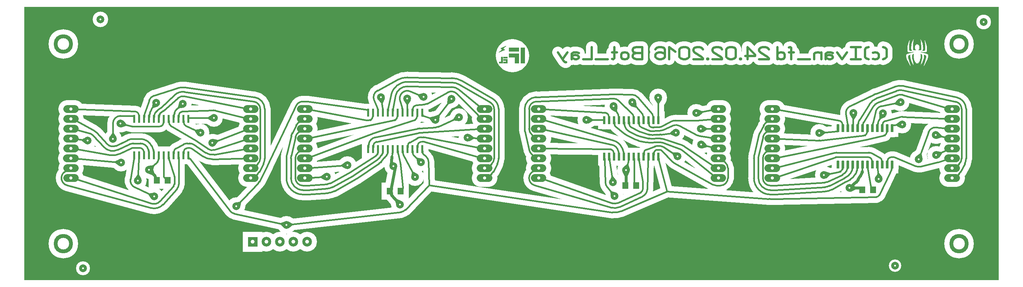
<source format=gbr>
%FSLAX34Y34*%
%MOMM*%
%LNCOPPER_BOTTOM*%
G71*
G01*
%ADD10C,4.600*%
%ADD11C,5.100*%
%ADD12C,3.000*%
%ADD13C,3.400*%
%ADD14C,4.600*%
%ADD15R,4.200X4.400*%
%ADD16R,3.200X4.600*%
%ADD17C,2.600*%
%ADD18C,2.956*%
%ADD19C,7.600*%
%ADD20C,4.000*%
%ADD21C,3.600*%
%ADD22C,3.800*%
%ADD23C,3.200*%
%ADD24C,2.000*%
%ADD25C,2.500*%
%ADD26C,0.400*%
%ADD27C,0.800*%
%ADD28C,2.000*%
%ADD29R,1.600X1.800*%
%ADD30R,0.600X2.000*%
%ADD31C,0.556*%
%ADD32C,5.000*%
%ADD33C,1.000*%
%ADD34C,0.500*%
%LPD*%
G36*
X-50000Y654500D02*
X2464400Y654500D01*
X2464400Y-50000D01*
X-50000Y-50000D01*
X-50000Y654500D01*
G37*
%LPC*%
G36*
X513860Y74370D02*
X564860Y74370D01*
X564860Y23370D01*
X513860Y23370D01*
X513860Y74370D01*
G37*
X902070Y244160D02*
G54D10*
D03*
X2078960Y187880D02*
G54D10*
D03*
X271520Y235000D02*
G54D10*
D03*
X1502270Y233550D02*
G54D10*
D03*
X919540Y145160D02*
G54D10*
D03*
X626200Y92710D02*
G54D10*
D03*
X438840Y368530D02*
G54D10*
D03*
X1052030Y417120D02*
G54D10*
D03*
X2215240Y351880D02*
G54D10*
D03*
X1010360Y363510D02*
G54D10*
D03*
X1585750Y421270D02*
G54D10*
D03*
X404150Y330290D02*
G54D10*
D03*
X199190Y253270D02*
G54D10*
D03*
X198110Y354160D02*
G54D10*
D03*
X113060Y309790D02*
G54D10*
D03*
X980130Y422220D02*
G54D10*
D03*
X1094040Y317900D02*
G54D10*
D03*
X1631430Y330730D02*
G54D10*
D03*
X1684090Y381030D02*
G54D10*
D03*
X2210970Y409060D02*
G54D10*
D03*
X2301460Y324530D02*
G54D10*
D03*
X178040Y314180D02*
G54D10*
D03*
X496520Y140320D02*
G54D10*
D03*
X284950Y166020D02*
G54D10*
D03*
X1400490Y363680D02*
G54D10*
D03*
X1071610Y370410D02*
G54D10*
D03*
X2000900Y329630D02*
G54D10*
D03*
X1473190Y166850D02*
G54D10*
D03*
X2165930Y379890D02*
G54D10*
D03*
X290530Y407300D02*
G54D10*
D03*
X938130Y418790D02*
G54D10*
D03*
X1518330Y408670D02*
G54D10*
D03*
X1470410Y398700D02*
G54D10*
D03*
X2089470Y381070D02*
G54D10*
D03*
X359050Y404810D02*
G54D10*
D03*
X870480Y421730D02*
G54D10*
D03*
X243030Y207060D02*
G54D10*
D03*
X434760Y304450D02*
G54D10*
D03*
X973750Y254210D02*
G54D10*
D03*
X783620Y246870D02*
G54D10*
D03*
X958280Y215930D02*
G54D10*
D03*
X730140Y217140D02*
G54D10*
D03*
X1635680Y269500D02*
G54D10*
D03*
X1696200Y299610D02*
G54D10*
D03*
X1468960Y202600D02*
G54D10*
D03*
X1695580Y340800D02*
G54D10*
D03*
X2154910Y210630D02*
G54D10*
D03*
X2302400Y272990D02*
G54D10*
D03*
X2013530Y221000D02*
G54D10*
D03*
X2257830Y261880D02*
G54D10*
D03*
X574360Y48870D02*
G54D11*
D03*
X609360Y48870D02*
G54D11*
D03*
X644360Y48870D02*
G54D11*
D03*
X679360Y48870D02*
G54D11*
D03*
G54D12*
X2113660Y229770D02*
X2111930Y233780D01*
X2110020Y229850D01*
G54D13*
X2081460Y193330D02*
X2078960Y187880D01*
X2081460Y182420D01*
X2093360Y187880D01*
X2081460Y193330D01*
G54D13*
X913840Y143290D02*
X919540Y145160D01*
X921840Y150700D01*
X909750Y155720D01*
X913840Y143290D01*
G54D12*
X1496930Y239510D02*
X1502270Y233550D01*
X1509910Y235930D01*
X1506210Y247820D01*
X1496930Y239510D01*
G54D13*
X2112070Y182920D02*
X2108070Y187880D01*
X2078960Y187880D01*
X2079340Y193860D01*
X2086260Y193410D01*
X2078960Y187880D01*
X2084830Y186630D01*
X2086260Y193410D01*
G54D13*
X1507720Y231050D02*
X1502270Y233550D01*
X1496820Y231050D01*
X1502270Y219150D01*
X1507720Y231050D01*
G54D12*
X270090Y242870D02*
X271520Y235000D01*
X279270Y233020D01*
X282340Y245090D01*
X270090Y242870D01*
G54D12*
X899920Y268010D02*
X898830Y272240D01*
X896340Y268650D01*
G54D13*
X277180Y236990D02*
X271520Y235000D01*
X269330Y229410D01*
X281520Y224640D01*
X277180Y236990D01*
G54D12*
X2113020Y247900D02*
X2112020Y239900D01*
X2112020Y237900D01*
X2112020Y237800D01*
X2112020Y237700D01*
X2111820Y228980D01*
G54D13*
X2111820Y228980D02*
X2111790Y228910D01*
X2111630Y228520D01*
X2111450Y228140D01*
X2106880Y218380D01*
G54D13*
G75*
G01X2100977Y208954D02*
G03X2106920Y218465I-35757J28956D01*
G01*
G54D13*
X2100830Y208770D02*
X2095740Y202550D01*
G54D13*
G75*
G01X2086122Y193309D02*
G03X2095920Y202771I-33632J44631D01*
G01*
G54D13*
X919540Y145160D02*
X898130Y168270D01*
G54D13*
G75*
G01X897062Y170990D02*
G03X898136Y168263I3998J0D01*
G01*
G54D13*
X897060Y170990D02*
X897060Y174980D01*
X893060Y179980D01*
X897060Y184980D01*
X897060Y188990D01*
X897080Y189380D01*
X897140Y189760D01*
X907710Y243040D01*
X902070Y244160D01*
X896090Y246970D01*
X897990Y267510D01*
G54D13*
X1500510Y194120D02*
X1502270Y199120D01*
X1502270Y233550D01*
G54D12*
X297110Y271710D02*
X296110Y263710D01*
X296110Y261710D01*
G54D12*
G75*
G01X293343Y255347D02*
G03X296110Y261710I-5933J6363D01*
G01*
G54D12*
X293350Y255350D02*
X271520Y235000D01*
G54D12*
X900650Y287600D02*
X899650Y279600D01*
X899650Y277600D01*
G54D12*
G75*
G01X899517Y276082D02*
G03X899650Y277600I-8607J1518D01*
G01*
G54D12*
X899510Y276070D02*
X897990Y267510D01*
G54D13*
X896550Y242520D02*
X896570Y242470D01*
X902070Y244160D01*
X907550Y245910D01*
X907560Y245860D01*
G54D13*
G75*
G01X907714Y243061D02*
G03X907568Y245844I-5654J1099D01*
G01*
G54D12*
X1502270Y233550D02*
X1508520Y256220D01*
G54D12*
G75*
G01X1508535Y256275D02*
G03X1508832Y258530I-8415J2255D01*
G01*
G54D12*
X1508840Y258530D02*
X1508840Y260530D01*
X1509840Y268530D01*
G54D13*
X291730Y207600D02*
X287730Y212600D01*
X287730Y216600D01*
G54D13*
X271520Y235000D02*
X286610Y219380D01*
G54D13*
G75*
G01X287733Y216600D02*
G03X286610Y219381I-4003J0D01*
G01*
G54D13*
G75*
G01X896565Y242487D02*
G03X907576Y245853I5505J1683D01*
G01*
G54D13*
G75*
G01X896085Y246913D02*
G03X896544Y242545I11465J-1003D01*
G01*
G54D12*
X629740Y99880D02*
X626200Y92710D01*
X631240Y86510D01*
X640900Y94360D01*
X629740Y99880D01*
G54D12*
X620500Y87020D02*
X626200Y92710D01*
X623370Y100200D01*
X611720Y95800D01*
X620500Y87020D01*
G54D12*
X1586040Y268530D02*
X1587040Y260530D01*
X1587040Y258530D01*
X1587050Y258280D01*
X1587100Y258020D01*
X1608320Y178410D01*
X1871280Y159490D01*
G54D12*
G75*
G01X1871390Y159482D02*
G03X1875150Y159351I3760J53768D01*
G01*
G54D12*
X1875150Y159350D02*
X1885150Y159350D01*
X1885670Y159350D01*
X1886200Y159360D01*
X2148250Y164420D01*
G54D12*
G75*
G01X2148236Y164419D02*
G03X2156610Y169755I-166J9501D01*
G01*
G54D12*
X2156600Y169740D02*
X2172420Y202050D01*
X2172500Y202220D01*
X2172580Y202390D01*
X2187410Y234230D01*
G54D12*
G75*
G01X2187408Y234227D02*
G03X2188225Y237910I-7898J3683D01*
G01*
G54D12*
X2188220Y237900D02*
X2188220Y239900D01*
X2189220Y247900D01*
G54D12*
X976850Y287600D02*
X977850Y279600D01*
X977850Y277600D01*
G54D12*
G75*
G01X977850Y277600D02*
G03X978512Y276114I2000J0D01*
G01*
G54D12*
X978510Y276110D02*
X986750Y268750D01*
G54D12*
G75*
G01X993254Y254550D02*
G03X986806Y268699I-19494J-340D01*
G01*
G54D12*
X993250Y254630D02*
X994540Y194470D01*
X933530Y131580D01*
G54D12*
G75*
G01X921569Y125763D02*
G03X933560Y131611I-2039J19397D01*
G01*
G54D12*
X921710Y125780D02*
X626200Y92710D01*
X492450Y121250D01*
G54D12*
X994540Y194470D02*
X1466990Y124810D01*
G54D12*
G75*
G01X1467274Y124769D02*
G03X1489798Y127734I5916J42091D01*
G01*
G54D12*
X1489900Y127780D02*
X1608320Y178410D01*
G54D12*
G75*
G01X480947Y128585D02*
G03X492466Y121247I15573J11735D01*
G01*
G54D12*
X481040Y128450D02*
X377900Y262930D01*
G54D12*
G75*
G01X377910Y262916D02*
G03X376310Y263714I-1600J-1206D01*
G01*
G54D12*
X376310Y263710D02*
X374310Y263710D01*
X373310Y271710D01*
G54D12*
X1004130Y358500D02*
X1010360Y363510D01*
X1008390Y371270D01*
X996320Y368200D01*
X1004130Y358500D01*
G54D12*
X1592480Y416950D02*
X1585750Y421270D01*
X1579020Y416950D01*
X1585750Y406480D01*
X1592480Y416950D01*
G54D12*
X2211510Y344800D02*
X2215240Y351880D01*
X2210360Y358210D01*
X2200500Y350600D01*
X2211510Y344800D01*
G54D12*
X1054690Y409580D02*
X1052030Y417120D01*
X1044060Y417840D01*
X1042950Y405440D01*
X1054690Y409580D01*
G54D12*
X1007700Y371060D02*
X1010360Y363510D01*
X1018330Y362790D01*
X1019440Y375200D01*
X1007700Y371060D01*
G54D12*
X434510Y361790D02*
X438840Y368530D01*
X434510Y375260D01*
X424040Y368530D01*
X434510Y361790D01*
G54D12*
X976850Y381600D02*
X977850Y373600D01*
X979850Y373600D01*
X980170Y373570D01*
X980480Y373490D01*
X1010360Y363510D01*
X1052030Y417120D01*
G54D12*
X1586040Y362540D02*
X1585750Y370540D01*
X1585750Y421270D01*
G54D12*
X2189220Y341900D02*
X2190220Y349900D01*
X2192220Y349900D01*
X2192310Y349900D01*
X2192400Y349910D01*
X2215240Y351880D01*
G54D12*
X438840Y368530D02*
X374310Y368530D01*
X373310Y365710D01*
G54D12*
X246310Y365710D02*
X245310Y373710D01*
X245310Y375710D01*
G54D12*
G75*
G01X245310Y375710D02*
G03X240149Y383658I-8700J0D01*
G01*
G54D12*
X240090Y383680D02*
X238410Y384420D01*
G54D12*
G75*
G01X238476Y384391D02*
G03X234951Y385205I-3856J-8661D01*
G01*
G54D12*
X234970Y385200D02*
X75250Y391150D01*
X70250Y391150D01*
G54D12*
X194290Y246950D02*
X199190Y253270D01*
X195470Y260360D01*
X184450Y254570D01*
X194290Y246950D01*
G54D12*
X397390Y326020D02*
X404150Y330290D01*
X403090Y338220D01*
X390750Y336560D01*
X397390Y326020D01*
G54D12*
X199190Y253270D02*
X75250Y264150D01*
X70250Y264150D01*
G54D12*
X360610Y365710D02*
X361610Y357710D01*
X361610Y355710D01*
G54D12*
G75*
G01X361610Y355710D02*
G03X366633Y347825I8700J0D01*
G01*
G54D12*
X366630Y347830D02*
X404150Y330290D01*
G54D14*
X60250Y264150D02*
X80250Y264150D01*
G54D12*
X297110Y365710D02*
X298110Y373710D01*
X298110Y375710D01*
X298140Y376000D01*
X298200Y376290D01*
X298210Y376330D01*
G54D12*
G75*
G01X299444Y378864D02*
G03X298214Y376342I7346J-5144D01*
G01*
G54D12*
X299440Y378860D02*
X300380Y380200D01*
G54D12*
G75*
G01X303128Y382635D02*
G03X300385Y380209I3682J-6925D01*
G01*
G54D12*
X303180Y382670D02*
X303350Y382750D01*
G54D12*
G75*
G01X303533Y382846D02*
G03X308705Y386401I-13013J24474D01*
G01*
G54D12*
X308850Y386530D02*
X346160Y419430D01*
G54D12*
G75*
G01X362782Y423947D02*
G03X346264Y419521I-3722J-19147D01*
G01*
G54D12*
X362820Y423940D02*
X529250Y391150D01*
X534250Y391150D01*
G54D12*
X203950Y359620D02*
X198110Y354160D01*
X200640Y346570D01*
X212450Y350520D01*
X203950Y359620D01*
G54D12*
X107870Y303710D02*
X113060Y309790D01*
X109690Y317050D01*
X98400Y311790D01*
X107870Y303710D01*
G54D12*
X309810Y365710D02*
X308810Y357710D01*
X308810Y355710D01*
G54D12*
G75*
G01X303649Y347762D02*
G03X308810Y355710I-3539J7948D01*
G01*
G54D12*
X303590Y347740D02*
X301910Y347000D01*
G54D12*
G75*
G01X298110Y346207D02*
G03X301975Y347029I0J9503D01*
G01*
G54D12*
X298110Y346210D02*
X230610Y346210D01*
G54D12*
G75*
G01X228312Y346492D02*
G03X230610Y346210I2298J9218D01*
G01*
G54D12*
X228280Y346500D02*
X198110Y354160D01*
G54D12*
X113060Y309790D02*
X75250Y314950D01*
X70250Y314950D01*
G54D12*
X259010Y365710D02*
X260010Y373710D01*
X260010Y375710D01*
G54D12*
G75*
G01X260810Y380489D02*
G03X260010Y375710I13880J-4779D01*
G01*
G54D12*
X260800Y380440D02*
X272070Y413580D01*
G54D12*
G75*
G01X284504Y425845D02*
G03X272093Y413648I6026J-18545D01*
G01*
G54D12*
X284660Y425900D02*
X346260Y445340D01*
G54D12*
G75*
G01X364965Y446896D02*
G03X345917Y445230I-5915J-42086D01*
G01*
G54D12*
X364960Y446900D02*
X543560Y421850D01*
G54D12*
G75*
G01X570251Y391150D02*
G03X543564Y421849I-31001J0D01*
G01*
G54D12*
X570250Y391150D02*
X570250Y264150D01*
G54D12*
G75*
G01X566871Y250076D02*
G03X570250Y264150I-27621J14074D01*
G01*
G54D12*
X566890Y250120D02*
X556640Y229920D01*
G54D12*
G75*
G01X551785Y223809D02*
G03X556630Y229899I-12545J14951D01*
G01*
G54D12*
X551750Y223780D02*
X539250Y213350D01*
X534250Y213350D01*
G54D12*
X347910Y365710D02*
X348910Y373710D01*
X348910Y375710D01*
G54D12*
G75*
G01X354071Y383658D02*
G03X348910Y375710I3539J-7948D01*
G01*
G54D12*
X354130Y383680D02*
X355810Y384420D01*
G54D12*
G75*
G01X359278Y385207D02*
G03X355745Y384391I332J-9497D01*
G01*
G54D12*
X359280Y385200D02*
X438140Y388010D01*
G54D12*
G75*
G01X443556Y387444D02*
G03X438160Y388011I-4716J-18914D01*
G01*
G54D12*
X443620Y387430D02*
X529250Y365750D01*
X534250Y365750D01*
G54D12*
X284410Y365710D02*
X285410Y373710D01*
X285410Y375710D01*
G54D12*
G75*
G01X287162Y380946D02*
G03X285410Y375710I6948J-5236D01*
G01*
G54D12*
X287150Y380920D02*
X289300Y383800D01*
G54D12*
G75*
G01X291080Y385750D02*
G03X289330Y383841I9040J-10040D01*
G01*
G54D12*
X291050Y385720D02*
X293740Y388160D01*
G54D12*
G75*
G01X298272Y391226D02*
G03X293777Y388194I8538J-17506D01*
G01*
G54D12*
G75*
G01X298371Y391264D02*
G03X302712Y394248I-7811J16016D01*
G01*
G54D12*
X302780Y394320D02*
X337770Y427350D01*
G54D12*
G75*
G01X363364Y435506D02*
G03X337909Y427480I-4314J-30696D01*
G01*
G54D12*
X363360Y435510D02*
X541960Y410460D01*
G54D12*
G75*
G01X558749Y391150D02*
G03X541964Y410459I-19499J0D01*
G01*
G54D12*
X558750Y391150D02*
X558750Y264150D01*
G54D12*
G75*
G01X551784Y249212D02*
G03X558750Y264150I-12534J14938D01*
G01*
G54D12*
X551750Y249180D02*
X539250Y238750D01*
X534250Y238750D01*
G54D12*
X322510Y365710D02*
X323510Y357710D01*
X323510Y355710D01*
G54D12*
G75*
G01X323510Y355710D02*
G03X327729Y348253I8700J0D01*
G01*
G54D12*
X327780Y348220D02*
X392870Y309670D01*
X393870Y309060D01*
X394840Y308410D01*
X423650Y288430D01*
G54D12*
G75*
G01X423585Y288476D02*
G03X440796Y285903I11185J15974D01*
G01*
G54D12*
X440850Y285920D02*
X529250Y314950D01*
X534250Y314950D01*
G54D12*
X849850Y381600D02*
X848850Y373600D01*
X848850Y371600D01*
G54D12*
G75*
G01X843689Y363652D02*
G03X848850Y371600I-3539J7948D01*
G01*
G54D12*
X843630Y363620D02*
X841950Y362890D01*
G54D12*
G75*
G01X838150Y362097D02*
G03X842015Y362919I0J9503D01*
G01*
G54D12*
X838150Y362100D02*
X834150Y362100D01*
G54D12*
G75*
G01X832340Y362275D02*
G03X834160Y362100I1820J9365D01*
G01*
G54D12*
X832390Y362260D02*
X678780Y391150D01*
X673780Y391150D01*
G54D12*
X964150Y381600D02*
X963150Y373600D01*
X963150Y371600D01*
G54D12*
G75*
G01X957989Y363652D02*
G03X963150Y371600I-3539J7948D01*
G01*
G54D12*
X957930Y363620D02*
X956250Y362890D01*
X955810Y362710D01*
X955360Y362550D01*
X849600Y328540D01*
X848830Y328280D01*
X848080Y328010D01*
X678780Y264150D01*
X673780Y264150D01*
G54D12*
X900650Y381600D02*
X901650Y389600D01*
X901650Y391600D01*
G54D12*
G75*
G01X901811Y393260D02*
G03X901650Y391590I8589J-1670D01*
G01*
G54D12*
X901800Y393200D02*
X907660Y424500D01*
G54D12*
G75*
G01X938671Y449785D02*
G03X907700Y424705I-541J-30995D01*
G01*
G54D12*
X938580Y449790D02*
X1052490Y448120D01*
G54D12*
G75*
G01X1071551Y441214D02*
G03X1052581Y448118I-19511J-24094D01*
G01*
G54D12*
X1071650Y441130D02*
X1132780Y391150D01*
X1137780Y391150D01*
G54D12*
X913350Y381600D02*
X912350Y373600D01*
X912350Y371600D01*
G54D12*
G75*
G01X907189Y363652D02*
G03X912350Y371600I-3539J7948D01*
G01*
G54D12*
X907130Y363620D02*
X905450Y362890D01*
G54D12*
G75*
G01X903622Y362304D02*
G03X905518Y362920I-1982J9326D01*
G01*
G54D12*
X903610Y362300D02*
X678780Y314950D01*
X673780Y314950D01*
G54D12*
X862550Y381600D02*
X861550Y389600D01*
X861550Y391600D01*
G54D12*
G75*
G01X861550Y391600D02*
G03X860799Y395135I-8690J0D01*
G01*
G54D12*
X860820Y395070D02*
X852600Y413930D01*
G54D12*
G75*
G01X861324Y438940D02*
G03X852663Y413787I9156J-17220D01*
G01*
G54D12*
X861280Y438920D02*
X912650Y466410D01*
G54D12*
G75*
G01X939062Y472786D02*
G03X912767Y466473I-942J-53996D01*
G01*
G54D12*
X938920Y472790D02*
X1052820Y471120D01*
G54D12*
G75*
G01X1079023Y463893D02*
G03X1052972Y471118I-26993J-46753D01*
G01*
G54D12*
X1079090Y463860D02*
X1158320Y417980D01*
G54D12*
G75*
G01X1173790Y391150D02*
G03X1158290Y417997I-31000J0D01*
G01*
G54D12*
X1173780Y391150D02*
X1173780Y264150D01*
G54D12*
G75*
G01X1170401Y250076D02*
G03X1173780Y264150I-27621J14074D01*
G01*
G54D12*
X1170420Y250120D02*
X1160170Y229920D01*
G54D12*
G75*
G01X1155315Y223809D02*
G03X1160160Y229899I-12545J14951D01*
G01*
G54D12*
X1155280Y223780D02*
X1142780Y213350D01*
X1137780Y213350D01*
G54D12*
X951450Y381600D02*
X952450Y389600D01*
X952450Y391600D01*
G54D12*
G75*
G01X957611Y399548D02*
G03X952450Y391600I3539J-7948D01*
G01*
G54D12*
X957670Y399570D02*
X959350Y400300D01*
G54D12*
G75*
G01X962322Y401057D02*
G03X959285Y400271I828J-9467D01*
G01*
G54D12*
X962310Y401060D02*
X981860Y402800D01*
G54D12*
G75*
G01X981839Y402798D02*
G03X989592Y405168I-1699J19422D01*
G01*
G54D12*
X989500Y405120D02*
X1042670Y434230D01*
G54D12*
G75*
G01X1065814Y430914D02*
G03X1042579Y434180I-13784J-13784D01*
G01*
G54D12*
X1065870Y430860D02*
X1118940Y377410D01*
X1119600Y376780D01*
X1120290Y376180D01*
X1132780Y365750D01*
X1137780Y365750D01*
G54D12*
X887950Y381600D02*
X888950Y389600D01*
X888950Y391600D01*
G54D12*
G75*
G01X889139Y393408D02*
G03X888950Y391610I8461J-1798D01*
G01*
G54D12*
X889140Y393440D02*
X896590Y427790D01*
G54D12*
G75*
G01X938872Y461280D02*
G03X896553Y427617I-742J-42500D01*
G01*
G54D12*
X938750Y461290D02*
X1052650Y459620D01*
G54D12*
G75*
G01X1073272Y453933D02*
G03X1052772Y459619I-21242J-36793D01*
G01*
G54D12*
X1073330Y453900D02*
X1152550Y408030D01*
G54D12*
G75*
G01X1162284Y391150D02*
G03X1152532Y408041I-19504J0D01*
G01*
G54D12*
X1162280Y391150D02*
X1162280Y264150D01*
G54D12*
G75*
G01X1155314Y249212D02*
G03X1162280Y264150I-12534J14938D01*
G01*
G54D12*
X1155280Y249180D02*
X1142780Y238750D01*
X1137780Y238750D01*
G54D12*
X1098860Y324280D02*
X1094040Y317900D01*
X1097840Y310860D01*
X1108800Y316780D01*
X1098860Y324280D01*
G54D12*
X973530Y417700D02*
X980130Y422220D01*
X978770Y430100D01*
X966500Y427980D01*
X973530Y417700D01*
G54D12*
X1094040Y317900D02*
X1132780Y314950D01*
X1137780Y314950D01*
G54D12*
X926050Y381600D02*
X925050Y389600D01*
X925050Y391600D01*
G54D12*
G75*
G01X925050Y391600D02*
G03X924753Y393857I-8720J0D01*
G01*
G54D12*
X924740Y393900D02*
X919320Y413630D01*
G54D12*
G75*
G01X945737Y436735D02*
G03X919289Y413744I-7617J-17945D01*
G01*
G54D12*
X945710Y436750D02*
X980130Y422220D01*
G54D14*
X1127780Y314950D02*
X1147780Y314950D01*
G54D12*
X1459040Y362540D02*
X1458040Y370540D01*
X1458040Y372540D01*
G54D12*
G75*
G01X1458040Y372540D02*
G03X1452879Y380488I-8700J0D01*
G01*
G54D12*
X1452820Y380510D02*
X1451140Y381240D01*
G54D12*
G75*
G01X1451205Y381211D02*
G03X1447837Y382020I-3865J-8681D01*
G01*
G54D12*
X1447860Y382020D02*
X1281970Y391150D01*
X1276970Y391150D01*
G54D12*
X1573340Y362540D02*
X1572340Y370540D01*
X1572340Y372540D01*
G54D12*
G75*
G01X1572340Y372540D02*
G03X1570206Y378248I-8700J0D01*
G01*
G54D12*
X1570230Y378210D02*
X1533110Y421390D01*
G54D12*
G75*
G01X1533038Y421474D02*
G03X1519000Y428169I-14718J-12794D01*
G01*
G54D12*
X1518950Y428160D02*
X1471410Y429690D01*
X1470320Y429700D01*
X1469230Y429680D01*
X1270790Y422130D01*
G54D12*
G75*
G01X1270888Y422133D02*
G03X1240968Y391150I1082J-30983D01*
G01*
G54D12*
X1240970Y391150D02*
X1240970Y340350D01*
G54D12*
G75*
G01X1240970Y340350D02*
G03X1241765Y333374I31010J0D01*
G01*
G54D12*
X1241780Y333330D02*
X1252980Y285140D01*
G54D12*
G75*
G01X1252975Y285165D02*
G03X1259439Y274616I18995J4385D01*
G01*
G54D12*
X1259480Y274580D02*
X1271970Y264150D01*
X1276970Y264150D01*
G54D12*
X1687040Y388470D02*
X1684090Y381030D01*
X1689930Y375190D01*
X1698610Y383870D01*
X1687040Y388470D01*
G54D12*
X1628040Y323490D02*
X1631430Y330730D01*
X1626250Y336830D01*
X1616760Y328760D01*
X1628040Y323490D01*
G54D12*
X1684090Y381030D02*
X1735970Y391150D01*
X1740970Y391150D01*
G54D12*
X1509840Y362540D02*
X1510840Y354530D01*
X1510840Y352540D01*
G54D12*
G75*
G01X1510840Y352540D02*
G03X1515322Y344931I8700J0D01*
G01*
G54D12*
X1515320Y344920D02*
X1534770Y334160D01*
G54D12*
G75*
G01X1534761Y334165D02*
G03X1538798Y332452I10169J18345D01*
G01*
G54D12*
X1538800Y332450D02*
X1561480Y325530D01*
G54D12*
G75*
G01X1561469Y325534D02*
G03X1570340Y324208I8871J29016D01*
G01*
G54D12*
G75*
G01X1570340Y324200D02*
G03X1575270Y324631I0J28390D01*
G01*
G54D12*
G75*
G01X1583030Y325283D02*
G03X1574922Y324574I0J-46693D01*
G01*
G54D12*
X1583040Y325290D02*
X1589040Y325290D01*
G54D12*
G75*
G01X1589040Y325290D02*
G03X1593116Y325575I0J29290D01*
G01*
G54D12*
X1592940Y325550D02*
X1631430Y330730D01*
G54D14*
X1730970Y391150D02*
X1750970Y391150D01*
G54D12*
X1522540Y362540D02*
X1521540Y370540D01*
X1521540Y372540D01*
G54D12*
G75*
G01X1521540Y372540D02*
G03X1518884Y378798I-8700J0D01*
G01*
G54D12*
X1518900Y378770D02*
X1484000Y412690D01*
G54D12*
G75*
G01X1483954Y412735D02*
G03X1469730Y418195I-13544J-14025D01*
G01*
G54D12*
X1469670Y418190D02*
X1271230Y410640D01*
G54D12*
G75*
G01X1271290Y410642D02*
G03X1252466Y391150I680J-19492D01*
G01*
G54D12*
X1252470Y391150D02*
X1252470Y340350D01*
G54D12*
G75*
G01X1252470Y340350D02*
G03X1259436Y325412I19500J0D01*
G01*
G54D12*
X1259480Y325380D02*
X1271970Y314950D01*
X1276970Y314950D01*
G54D12*
X1471740Y362540D02*
X1472740Y354530D01*
X1472740Y352540D01*
G54D12*
G75*
G01X1472740Y352540D02*
G03X1475965Y345779I8700J0D01*
G01*
G54D12*
X1476000Y345740D02*
X1499230Y327160D01*
G54D12*
G75*
G01X1499078Y327282D02*
G03X1504779Y323580I20462J25268D01*
G01*
G54D12*
X1504820Y323560D02*
X1525020Y313300D01*
G54D12*
G75*
G01X1524965Y313328D02*
G03X1535798Y309492I19985J39222D01*
G01*
G54D12*
X1535510Y309560D02*
X1553360Y305640D01*
G54D12*
G75*
G01X1553659Y305575D02*
G03X1563640Y304526I9981J46955D01*
G01*
G54D12*
X1563640Y304530D02*
X1564280Y304530D01*
X1564930Y304550D01*
X1571580Y304720D01*
G54D12*
G75*
G01X1571166Y304711D02*
G03X1578652Y305432I-836J47919D01*
G01*
G54D12*
G75*
G01X1583040Y305784D02*
G03X1578318Y305371I0J-27194D01*
G01*
G54D12*
X1583040Y305780D02*
X1589040Y305780D01*
G54D12*
G75*
G01X1599041Y304017D02*
G03X1589040Y305780I-10001J-27477D01*
G01*
G54D12*
X1599280Y303930D02*
X1642510Y287760D01*
G54D12*
G75*
G01X1647949Y284651D02*
G03X1642667Y287701I-12269J-15151D01*
G01*
G54D12*
X1647960Y284650D02*
X1735970Y213350D01*
X1740970Y213350D01*
G54D12*
X1560640Y362540D02*
X1561640Y354530D01*
X1561640Y352540D01*
G54D12*
G75*
G01X1561640Y352540D02*
G03X1571249Y343888I8700J0D01*
G01*
G54D12*
X1571210Y343880D02*
X1573190Y344080D01*
X1573350Y344100D01*
X1573520Y344120D01*
G54D12*
G75*
G01X1583030Y344787D02*
G03X1573554Y344124I0J-68087D01*
G01*
G54D12*
X1583040Y344780D02*
X1589040Y344780D01*
G54D12*
G75*
G01X1589040Y344780D02*
G03X1592554Y345624I0J7740D01*
G01*
G54D12*
X1592570Y345640D02*
X1617280Y358320D01*
G54D12*
G75*
G01X1631430Y361738D02*
G03X1617357Y358359I0J-30998D01*
G01*
G54D12*
X1631550Y361730D02*
X1684010Y361530D01*
X1684850Y361550D01*
X1685690Y361600D01*
X1735970Y365750D01*
X1740970Y365750D01*
G54D12*
X1497140Y362540D02*
X1498140Y354530D01*
X1498140Y352540D01*
G54D12*
G75*
G01X1498140Y352540D02*
G03X1498398Y350440I8680J0D01*
G01*
G54D12*
X1498410Y350370D02*
X1499200Y347310D01*
G54D12*
G75*
G01X1499162Y347462D02*
G03X1510000Y333836I20368J5078D01*
G01*
G54D12*
X1510030Y333810D02*
X1530220Y323560D01*
G54D12*
G75*
G01X1530175Y323582D02*
G03X1537619Y320873I14755J28958D01*
G01*
G54D12*
X1537730Y320840D02*
X1561450Y315450D01*
G54D12*
G75*
G01X1561313Y315481D02*
G03X1570340Y314453I9027J39099D01*
G01*
G54D12*
G75*
G01X1570340Y314450D02*
G03X1576942Y315028I0J38020D01*
G01*
G54D12*
G75*
G01X1583040Y315533D02*
G03X1576608Y314970I0J-37043D01*
G01*
G54D12*
X1583040Y315530D02*
X1589040Y315530D01*
G54D12*
G75*
G01X1601092Y313621D02*
G03X1589040Y315530I-12052J-37091D01*
G01*
G54D12*
X1601310Y313550D02*
X1645440Y298930D01*
G54D12*
G75*
G01X1653022Y295206D02*
G03X1645277Y298984I-17312J-25666D01*
G01*
G54D12*
X1653120Y295130D02*
X1735970Y238750D01*
X1740970Y238750D01*
G54D12*
X1535240Y362540D02*
X1536240Y354530D01*
X1536240Y352540D01*
G54D12*
G75*
G01X1536240Y352540D02*
G03X1541401Y344592I8700J0D01*
G01*
G54D12*
X1541460Y344560D02*
X1543140Y343830D01*
X1543220Y343790D01*
X1562320Y335670D01*
G54D12*
G75*
G01X1562328Y335666D02*
G03X1565380Y334645I8012J18874D01*
G01*
G54D12*
X1565480Y334620D02*
X1565940Y334510D01*
G54D12*
G75*
G01X1565853Y334532D02*
G03X1573242Y334209I4487J17998D01*
G01*
G54D12*
G75*
G01X1583030Y335030D02*
G03X1573879Y334310I0J-58500D01*
G01*
G54D12*
X1583040Y335040D02*
X1589040Y335040D01*
G54D12*
G75*
G01X1589040Y335040D02*
G03X1596975Y336727I0J19510D01*
G01*
G54D12*
X1596980Y336720D02*
X1623490Y348540D01*
G54D12*
G75*
G01X1640585Y347948D02*
G03X1623499Y348544I-9155J-17218D01*
G01*
G54D12*
X1640580Y347950D02*
X1686430Y323580D01*
G54D12*
G75*
G01X1686425Y323583D02*
G03X1692529Y321540I9155J17217D01*
G01*
G54D12*
X1692660Y321520D02*
X1735970Y314950D01*
X1740970Y314950D01*
G54D12*
X2062220Y341900D02*
X2061220Y349900D01*
X2061220Y351900D01*
G54D12*
G75*
G01X2061220Y351900D02*
G03X2056059Y359848I-8700J0D01*
G01*
G54D12*
X2056000Y359870D02*
X2054320Y360610D01*
G54D12*
G75*
G01X2054383Y360582D02*
G03X2052181Y361255I-3843J-8632D01*
G01*
G54D12*
X2052200Y361250D02*
X1885150Y391150D01*
X1880150Y391150D01*
G54D12*
X2176520Y341900D02*
X2175520Y333900D01*
X2175520Y331900D01*
G54D12*
G75*
G01X2170358Y323952D02*
G03X2175520Y331900I-3538J7948D01*
G01*
G54D12*
X2170300Y323930D02*
X2168620Y323190D01*
G54D12*
G75*
G01X2167116Y322679D02*
G03X2168688Y323220I-2306J9251D01*
G01*
G54D12*
X2167060Y322670D02*
X2120970Y311490D01*
X2120570Y311400D01*
X2120160Y311310D01*
X1885150Y264150D01*
X1880150Y264150D01*
G54D12*
X2113020Y341900D02*
X2114020Y349900D01*
X2114020Y351900D01*
G54D12*
G75*
G01X2115263Y356381D02*
G03X2114020Y351900I7457J-4481D01*
G01*
G54D12*
X2115300Y356430D02*
X2139460Y396030D01*
G54D12*
G75*
G01X2154811Y408820D02*
G03X2139349Y395846I11109J-28940D01*
G01*
G54D12*
X2155040Y408910D02*
X2204120Y427320D01*
G54D12*
G75*
G01X2216672Y427711D02*
G03X2203981Y427268I-5702J-18651D01*
G01*
G54D12*
X2216550Y427740D02*
X2339150Y391150D01*
X2344150Y391150D01*
G54D12*
X2125720Y341900D02*
X2124720Y333900D01*
X2124720Y331900D01*
G54D12*
G75*
G01X2119558Y323952D02*
G03X2124720Y331900I-3538J7948D01*
G01*
G54D12*
X2119500Y323930D02*
X2117820Y323190D01*
G54D12*
G75*
G01X2115013Y322449D02*
G03X2117885Y323219I-993J9451D01*
G01*
G54D12*
X2115050Y322450D02*
X2003020Y310240D01*
G54D12*
G75*
G01X2000230Y310138D02*
G03X2002949Y310233I680J19492D01*
G01*
G54D12*
X2000090Y310150D02*
X1885150Y314950D01*
X1880150Y314950D01*
G54D12*
X2074920Y341900D02*
X2073920Y349900D01*
X2073920Y351900D01*
X2073900Y352530D01*
X2073830Y353160D01*
X2070170Y378250D01*
G54D12*
G75*
G01X2080920Y398589D02*
G03X2070157Y378346I8550J-17529D01*
G01*
G54D12*
X2080940Y398600D02*
X2142310Y428450D01*
G54D12*
G75*
G01X2146574Y430301D02*
G03X2142261Y428426I19316J-50321D01*
G01*
G54D12*
X2146970Y430450D02*
X2196050Y448850D01*
G54D12*
G75*
G01X2219807Y450626D02*
G03X2195738Y448732I-8837J-41576D01*
G01*
G54D12*
X2219890Y450610D02*
X2355660Y421460D01*
G54D12*
G75*
G01X2380151Y391150D02*
G03X2355596Y421474I-31001J0D01*
G01*
G54D12*
X2380150Y391150D02*
X2380150Y264150D01*
G54D12*
G75*
G01X2376771Y250076D02*
G03X2380150Y264150I-27621J14074D01*
G01*
G54D12*
X2376790Y250120D02*
X2366540Y229920D01*
G54D12*
G75*
G01X2361685Y223809D02*
G03X2366530Y229899I-12545J14951D01*
G01*
G54D12*
X2361650Y223780D02*
X2349150Y213350D01*
X2344150Y213350D01*
G54D12*
X2163820Y341900D02*
X2164820Y349900D01*
X2164820Y351900D01*
G54D12*
G75*
G01X2169982Y359848D02*
G03X2164820Y351900I3538J-7948D01*
G01*
G54D12*
X2170040Y359870D02*
X2171720Y360610D01*
X2172420Y360880D01*
X2173140Y361090D01*
X2210340Y370750D01*
G54D12*
G75*
G01X2216261Y371348D02*
G03X2210189Y370710I-1021J-19488D01*
G01*
G54D12*
X2216130Y371360D02*
X2339150Y365750D01*
X2344150Y365750D01*
G54D12*
X2100320Y341900D02*
X2101320Y349900D01*
X2101320Y351900D01*
G54D12*
G75*
G01X2101578Y354000D02*
G03X2101320Y351900I8422J-2100D01*
G01*
G54D12*
X2101600Y354060D02*
X2102380Y357130D01*
G54D12*
G75*
G01X2104909Y363029D02*
G03X2102342Y356981I17811J-11129D01*
G01*
G54D12*
X2104990Y363140D02*
X2130030Y402640D01*
G54D12*
G75*
G01X2150690Y419555D02*
G03X2129880Y402400I15230J-39675D01*
G01*
G54D12*
X2151010Y419680D02*
X2200090Y438080D01*
G54D12*
G75*
G01X2217416Y439375D02*
G03X2199860Y437993I-6446J-30325D01*
G01*
G54D12*
X2217480Y439370D02*
X2353250Y410220D01*
G54D12*
G75*
G01X2368664Y391150D02*
G03X2353215Y410228I-19504J0D01*
G01*
G54D12*
X2368650Y391150D02*
X2368650Y264150D01*
G54D12*
G75*
G01X2361684Y249212D02*
G03X2368650Y264150I-12534J14938D01*
G01*
G54D12*
X2361650Y249180D02*
X2349150Y238750D01*
X2344150Y238750D01*
G54D12*
X2307310Y329990D02*
X2301460Y324530D01*
X2303990Y316940D01*
X2315800Y320890D01*
X2307310Y329990D01*
G54D12*
X2208090Y401590D02*
X2210970Y409060D01*
X2205210Y414810D01*
X2196470Y406070D01*
X2208090Y401590D01*
G54D12*
X2301460Y324530D02*
X2339150Y314950D01*
X2344150Y314950D01*
G54D12*
X2138420Y341900D02*
X2139420Y349900D01*
X2139420Y351900D01*
G54D12*
G75*
G01X2139857Y355461D02*
G03X2139420Y351900I14283J-3561D01*
G01*
G54D12*
X2139850Y355400D02*
X2146990Y384530D01*
G54D12*
G75*
G01X2161876Y398964D02*
G03X2147009Y384607I4054J-19074D01*
G01*
G54D12*
X2162000Y398990D02*
X2210970Y409060D01*
G54D14*
X2334150Y314950D02*
X2354150Y314950D01*
G54D12*
X171370Y318600D02*
X178040Y314180D01*
X184830Y318410D01*
X178250Y328980D01*
X171370Y318600D01*
G54D12*
X233610Y365710D02*
X232610Y373660D01*
X198110Y373660D01*
G54D12*
G75*
G01X198110Y373660D02*
G03X178613Y354500I0J-19500D01*
G01*
G54D12*
X178610Y354430D02*
X178040Y314180D01*
G54D12*
X278190Y161740D02*
X284950Y166020D01*
X283870Y173940D01*
X271540Y172270D01*
X278190Y161740D01*
G54D12*
X494630Y148100D02*
X496520Y140320D01*
X504370Y138800D01*
X506730Y151030D01*
X494630Y148100D01*
G54D12*
X284950Y166020D02*
X234790Y189380D01*
G54D12*
G75*
G01X223814Y210446D02*
G03X234778Y189385I19206J-3386D01*
G01*
G54D12*
X223810Y210370D02*
X232580Y261370D01*
X232610Y261540D01*
X232610Y261710D01*
X232610Y263710D01*
X233610Y271710D01*
G54D12*
X837150Y381600D02*
X836150Y389600D01*
X834150Y389600D01*
X834010Y389600D01*
X833880Y389620D01*
X681420Y410470D01*
G54D12*
G75*
G01X681490Y410461D02*
G03X678780Y410650I-2710J-19281D01*
G01*
G54D12*
X678780Y410650D02*
X668780Y410650D01*
G54D12*
G75*
G01X668780Y410650D02*
G03X651253Y399698I0J-19500D01*
G01*
G54D12*
X651190Y399570D02*
X577580Y245800D01*
X577370Y245350D01*
X577140Y244910D01*
X556640Y204520D01*
G54D12*
G75*
G01X553279Y199802D02*
G03X556630Y204499I-14039J13558D01*
G01*
G54D12*
X553360Y199890D02*
X496520Y140320D01*
G54D12*
X1070520Y362490D02*
X1071610Y370410D01*
X1064860Y374700D01*
X1058180Y364190D01*
X1070520Y362490D01*
G54D12*
X1404810Y370410D02*
X1400490Y363680D01*
X1404810Y356950D01*
X1415290Y363680D01*
X1404810Y370410D01*
G54D12*
X1071610Y370410D02*
X1018560Y345820D01*
G54D12*
G75*
G01X1011719Y344057D02*
G03X1018593Y345835I-1359J19433D01*
G01*
G54D12*
X1011580Y344050D02*
X971090Y341510D01*
G54D12*
G75*
G01X970766Y341489D02*
G03X964697Y340636I3064J-43819D01*
G01*
G54D12*
X964990Y340700D02*
X855320Y318170D01*
G54D12*
G75*
G01X855184Y318141D02*
G03X839174Y302680I4366J-20541D01*
G01*
G54D12*
X839210Y302830D02*
X838420Y299760D01*
G54D12*
G75*
G01X838405Y299701D02*
G03X838147Y297600I8425J-2101D01*
G01*
G54D12*
X838150Y297600D02*
X838150Y295600D01*
X837150Y287600D01*
G54D12*
X1446340Y362540D02*
X1445340Y363680D01*
X1400490Y363680D01*
G54D12*
X1465250Y165900D02*
X1473190Y166850D01*
X1475630Y174470D01*
X1463770Y178260D01*
X1465250Y165900D01*
G54D12*
X2004580Y336730D02*
X2000900Y329630D01*
X2005840Y323330D01*
X2015640Y331010D01*
X2004580Y336730D01*
G54D12*
X1473190Y166850D02*
X1453920Y190190D01*
G54D12*
G75*
G01X1449467Y201929D02*
G03X1454018Y190072I19493J681D01*
G01*
G54D12*
X1449470Y201870D02*
X1447350Y257980D01*
X1447340Y258260D01*
X1447340Y258530D01*
X1447340Y260530D01*
X1446340Y268530D01*
G54D12*
X2049520Y341900D02*
X2048520Y333900D01*
X2046520Y333900D01*
X2046430Y333900D01*
X2046340Y333890D01*
X2000900Y329630D01*
G54D12*
X2096070Y376550D02*
X2089470Y381070D01*
X2082610Y376940D01*
X2089040Y366270D01*
X2096070Y376550D01*
G54D12*
X1478390Y398120D02*
X1470410Y398700D01*
X1466570Y391690D01*
X1477480Y385700D01*
X1478390Y398120D01*
G54D12*
X1526240Y409830D02*
X1518330Y408670D01*
X1516090Y400990D01*
X1528040Y397510D01*
X1526240Y409830D01*
G54D12*
X360210Y396890D02*
X359050Y404810D01*
X351370Y407040D01*
X347890Y395090D01*
X360210Y396890D01*
G54D12*
X877700Y418290D02*
X870480Y421730D01*
X864350Y416590D01*
X872350Y407050D01*
X877700Y418290D01*
G54D12*
X944860Y414470D02*
X938130Y418790D01*
X931400Y414470D01*
X938130Y403990D01*
X944860Y414470D01*
G54D12*
X2169440Y372700D02*
X2165930Y379890D01*
X2158260Y379890D01*
X2158260Y367230D01*
X2169440Y372700D01*
G54D12*
X292920Y399660D02*
X290530Y407300D01*
X282560Y408010D01*
X281510Y396100D01*
X292920Y399660D01*
G54D12*
X2087620Y341900D02*
X2088620Y349900D01*
X2088620Y351900D01*
X2088620Y352030D01*
X2088630Y352150D01*
X2089470Y381070D01*
G54D12*
X1484440Y362540D02*
X1483440Y370540D01*
X1483440Y372540D01*
G54D12*
G75*
G01X1483440Y372540D02*
G03X1482420Y376629I-8710J0D01*
G01*
G54D12*
X1482380Y376690D02*
X1470410Y398700D01*
G54D12*
X1547940Y362540D02*
X1546940Y370540D01*
X1546940Y372540D01*
G54D12*
G75*
G01X1546940Y372540D02*
G03X1544806Y378248I-8700J0D01*
G01*
G54D12*
X1544800Y378250D02*
X1518330Y408670D01*
G54D12*
X335210Y365710D02*
X336210Y373710D01*
X336210Y375710D01*
G54D12*
G75*
G01X336468Y377810D02*
G03X336210Y375710I8422J-2100D01*
G01*
G54D12*
X336490Y377880D02*
X337270Y380940D01*
G54D12*
G75*
G01X343831Y391560D02*
G03X337232Y380791I13779J-15850D01*
G01*
G54D12*
X343820Y391550D02*
X359050Y404810D01*
G54D12*
X875250Y381600D02*
X874250Y389600D01*
X874250Y391600D01*
X874230Y392150D01*
X874180Y392700D01*
X870480Y421730D01*
G54D12*
X938130Y418790D02*
X938130Y389600D01*
X938750Y381600D01*
G54D12*
X2151120Y341900D02*
X2152120Y349900D01*
X2152120Y351900D01*
G54D12*
G75*
G01X2152378Y354000D02*
G03X2152120Y351900I8422J-2100D01*
G01*
G54D12*
X2152400Y354060D02*
X2153180Y357130D01*
G54D12*
G75*
G01X2155521Y362723D02*
G03X2153142Y356978I18029J-10833D01*
G01*
G54D12*
X2155560Y362780D02*
X2165930Y379890D01*
G54D12*
X271710Y365710D02*
X272710Y373710D01*
X272710Y375710D01*
G54D12*
G75*
G01X272968Y377810D02*
G03X272710Y375710I8422J-2100D01*
G01*
G54D12*
X272990Y377880D02*
X273770Y380940D01*
G54D12*
G75*
G01X275078Y384590D02*
G03X273733Y380793I19042J-8880D01*
G01*
G54D12*
X275100Y384620D02*
X277380Y389500D01*
G54D12*
G75*
G01X281548Y396158D02*
G03X277359Y389455I25202J-20408D01*
G01*
G54D12*
X281510Y396100D02*
X290530Y407300D01*
G54D12*
X309810Y271710D02*
X309730Y216600D01*
G54D12*
G75*
G01X309730Y216600D02*
G03X311730Y214600I2000J0D01*
G01*
G54D12*
X311730Y214600D02*
X313730Y214600D01*
X319730Y207600D01*
G54D12*
X913350Y287600D02*
X914350Y279600D01*
X914350Y277600D01*
G54D12*
G75*
G01X914350Y277600D02*
G03X914573Y275641I8710J0D01*
G01*
G54D12*
X914570Y275640D02*
X920830Y248490D01*
G54D12*
G75*
G01X921216Y246175D02*
G03X920826Y248508I-19266J-2025D01*
G01*
G54D12*
X921220Y246120D02*
X927060Y188990D01*
X927060Y186980D01*
X921060Y179980D01*
G54D12*
X1522540Y268530D02*
X1523540Y260530D01*
X1523540Y201110D01*
X1528510Y194120D01*
G54D12*
X2125720Y247900D02*
X2126720Y239900D01*
X2126720Y237900D01*
X2126750Y237200D01*
X2126840Y236500D01*
X2134040Y192240D01*
X2134060Y192080D01*
X2134070Y191920D01*
X2134070Y189920D01*
X2140070Y182920D01*
G54D12*
X259010Y271710D02*
X258010Y279710D01*
X258010Y281710D01*
G54D12*
G75*
G01X258010Y281710D02*
G03X252849Y289658I-8700J0D01*
G01*
G54D12*
X252790Y289680D02*
X251110Y290420D01*
G54D12*
G75*
G01X251175Y290391D02*
G03X247310Y291213I-3865J-8681D01*
G01*
G54D12*
X247310Y291210D02*
X230610Y291210D01*
G54D12*
G75*
G01X230610Y291210D02*
G03X226445Y290248I0J-9500D01*
G01*
G54D12*
X226510Y290280D02*
X196400Y275850D01*
G54D12*
G75*
G01X170658Y272327D02*
G03X196675Y275983I7382J41863D01*
G01*
G54D12*
X170490Y272360D02*
X75250Y289550D01*
X70250Y289550D01*
G54D12*
X360610Y271710D02*
X361610Y279710D01*
X361610Y281710D01*
G54D12*
G75*
G01X366771Y289658D02*
G03X361610Y281710I3539J-7948D01*
G01*
G54D12*
X366830Y289680D02*
X368510Y290420D01*
G54D12*
G75*
G01X372310Y291213D02*
G03X368445Y290391I0J-9503D01*
G01*
G54D12*
X372310Y291210D02*
X376310Y291210D01*
G54D12*
G75*
G01X381753Y289494D02*
G03X376310Y291210I-5443J-7774D01*
G01*
G54D12*
X381730Y289520D02*
X410540Y269530D01*
G54D12*
G75*
G01X410389Y269635D02*
G03X435502Y261957I24371J34805D01*
G01*
G54D12*
X435760Y261960D02*
X529250Y264150D01*
X534250Y264150D01*
G54D12*
X335210Y271710D02*
X336210Y279710D01*
X336210Y281710D01*
G54D12*
G75*
G01X340692Y289319D02*
G03X336210Y281710I4218J-7609D01*
G01*
G54D12*
X340700Y289320D02*
X360140Y300080D01*
G54D12*
G75*
G01X370310Y302707D02*
G03X360130Y300074I0J-20997D01*
G01*
G54D12*
X370310Y302710D02*
X376310Y302710D01*
G54D12*
G75*
G01X388355Y298912D02*
G03X376310Y302710I-12045J-17202D01*
G01*
G54D12*
X388280Y298960D02*
X417090Y278980D01*
G54D12*
G75*
G01X416980Y279057D02*
G03X440143Y273922I17780J25393D01*
G01*
G54D12*
X440120Y273910D02*
X529250Y289550D01*
X534250Y289550D01*
G54D12*
X284410Y271710D02*
X283410Y279710D01*
X283410Y281710D01*
G54D12*
G75*
G01X283410Y281710D02*
G03X283152Y283810I-8680J0D01*
G01*
G54D12*
X283140Y283870D02*
X282350Y286940D01*
G54D12*
G75*
G01X282387Y286793D02*
G03X281042Y290590I-20387J-5083D01*
G01*
G54D12*
X281030Y290620D02*
X278740Y295500D01*
G54D12*
G75*
G01X278766Y295446D02*
G03X249310Y314211I-29456J-13736D01*
G01*
G54D12*
X249310Y314210D02*
X230610Y314210D01*
G54D12*
G75*
G01X230610Y314210D02*
G03X216363Y310921I0J-32500D01*
G01*
G54D12*
X216570Y311020D02*
X186460Y296600D01*
G54D12*
G75*
G01X163778Y300890D02*
G03X186589Y296663I14262J13300D01*
G01*
G54D12*
X163790Y300880D02*
X135720Y330940D01*
G54D12*
G75*
G01X135730Y330929D02*
G03X128078Y336907I-22700J-21169D01*
G01*
G54D12*
X127920Y337000D02*
X75250Y365750D01*
X70250Y365750D01*
G54D12*
X236480Y211660D02*
X243030Y207060D01*
X249930Y211100D01*
X243650Y221850D01*
X236480Y211660D01*
G54D12*
X436410Y312280D02*
X434760Y304450D01*
X441200Y299690D01*
X448600Y309700D01*
X436410Y312280D01*
G54D12*
X246310Y271710D02*
X245310Y263710D01*
X245310Y261710D01*
X245310Y261530D01*
X245310Y261340D01*
X243030Y207060D01*
G54D12*
X434760Y304450D02*
X529250Y340350D01*
X534250Y340350D01*
G54D12*
X271710Y271710D02*
X270710Y279710D01*
X270710Y281710D01*
G54D12*
G75*
G01X270710Y281710D02*
G03X270452Y283810I-8680J0D01*
G01*
G54D12*
X270440Y283870D02*
X269650Y286940D01*
G54D12*
G75*
G01X269688Y286791D02*
G03X249310Y302712I-20378J-5081D01*
G01*
G54D12*
X249310Y302710D02*
X230610Y302710D01*
G54D12*
G75*
G01X230610Y302710D02*
G03X221409Y300586I0J-20990D01*
G01*
G54D12*
X221540Y300650D02*
X191430Y286230D01*
G54D12*
G75*
G01X155367Y293047D02*
G03X191630Y286327I22673J21143D01*
G01*
G54D12*
X155380Y293030D02*
X127320Y323100D01*
G54D12*
G75*
G01X127327Y323094D02*
G03X118109Y328632I-14267J-13304D01*
G01*
G54D12*
X118210Y328600D02*
X75250Y340350D01*
X70250Y340350D01*
G54D12*
X347910Y271710D02*
X348730Y263710D01*
X348730Y198600D01*
G54D12*
G75*
G01X343336Y184548D02*
G03X348730Y198600I-15606J14052D01*
G01*
G54D12*
X343340Y184560D02*
X307990Y145280D01*
G54D12*
G75*
G01X276927Y136076D02*
G03X307988Y145277I8023J29944D01*
G01*
G54D12*
X276880Y136090D02*
X60170Y194520D01*
G54D12*
G75*
G01X52714Y228290D02*
G03X60202Y194512I12536J-14940D01*
G01*
G54D12*
X52760Y228320D02*
X65250Y238750D01*
X70250Y238750D01*
G54D12*
X322510Y271710D02*
X323510Y263710D01*
X323510Y261710D01*
G54D12*
G75*
G01X323510Y261710D02*
G03X323935Y259028I8680J0D01*
G01*
G54D12*
X323940Y259020D02*
X336770Y219540D01*
G54D12*
G75*
G01X337236Y216600D02*
G03X336771Y219538I-9506J0D01*
G01*
G54D12*
X337230Y216600D02*
X337230Y198600D01*
G54D12*
G75*
G01X334790Y192243D02*
G03X337230Y198600I-7060J6357D01*
G01*
G54D12*
X334790Y192250D02*
X299450Y152970D01*
G54D12*
G75*
G01X278936Y147470D02*
G03X299447Y152966I6024J18540D01*
G01*
G54D12*
X278950Y147460D02*
X75250Y213350D01*
X70250Y213350D01*
G54D12*
X862550Y287600D02*
X861550Y279600D01*
X861550Y277600D01*
X861530Y277300D01*
X861460Y277010D01*
X861450Y276970D01*
G54D12*
G75*
G01X860392Y274699D02*
G03X861449Y276964I-7532J4891D01*
G01*
G54D12*
X860380Y274690D02*
X859470Y273280D01*
G54D12*
G75*
G01X857152Y270965D02*
G03X859475Y273288I-4302J6625D01*
G01*
G54D12*
X857120Y270950D02*
X794170Y230470D01*
X793640Y230140D01*
X793100Y229830D01*
X739620Y200100D01*
G54D12*
G75*
G01X731501Y197690D02*
G03X739598Y200088I-1361J19460D01*
G01*
G54D12*
X731580Y197690D02*
X680220Y193900D01*
X679500Y193860D01*
X678780Y193850D01*
X668780Y193850D01*
G54D12*
G75*
G01X649280Y213350D02*
G03X668780Y193850I19500J0D01*
G01*
G54D12*
X649280Y213350D02*
X649280Y264150D01*
G54D12*
G75*
G01X656246Y279088D02*
G03X649280Y264150I12534J-14938D01*
G01*
G54D12*
X656290Y279120D02*
X668780Y289550D01*
X673780Y289550D01*
G54D12*
X964150Y287600D02*
X965150Y295600D01*
X965150Y297600D01*
G54D12*
G75*
G01X970311Y305548D02*
G03X965150Y297600I3539J-7948D01*
G01*
G54D12*
X970370Y305570D02*
X972050Y306300D01*
G54D12*
G75*
G01X975850Y307093D02*
G03X971985Y306271I0J-9503D01*
G01*
G54D12*
X975850Y307100D02*
X979850Y307100D01*
G54D12*
G75*
G01X982471Y306732D02*
G03X979850Y307100I-2621J-9142D01*
G01*
G54D12*
X982440Y306740D02*
X1132780Y264150D01*
X1137780Y264150D01*
G54D12*
X938750Y287600D02*
X939750Y295600D01*
X939750Y297600D01*
G54D12*
G75*
G01X944232Y305209D02*
G03X939750Y297600I4218J-7609D01*
G01*
G54D12*
X944230Y305210D02*
X963680Y315970D01*
G54D12*
G75*
G01X973850Y318597D02*
G03X963670Y315964I0J-20997D01*
G01*
G54D12*
X973850Y318600D02*
X979850Y318600D01*
G54D12*
G75*
G01X983856Y318215D02*
G03X979860Y318600I-3996J-20555D01*
G01*
G54D12*
X983820Y318220D02*
X1132780Y289550D01*
X1137780Y289550D01*
G54D12*
X887950Y287600D02*
X886950Y279600D01*
X886950Y277600D01*
X886930Y277300D01*
X886860Y277010D01*
X886850Y276970D01*
G54D12*
X886760Y276710D02*
X886160Y274920D01*
G54D12*
G75*
G01X884457Y272010D02*
G03X886145Y274875I-6197J5580D01*
G01*
G54D12*
X884450Y272010D02*
X879760Y266800D01*
X879520Y266540D01*
X879280Y266280D01*
G54D12*
G75*
G01X879221Y266218D02*
G03X875149Y261006I22759J-21978D01*
G01*
G54D12*
G75*
G01X870837Y255613D02*
G03X875217Y261120I-21977J21977D01*
G01*
G54D12*
X870720Y255500D02*
X869710Y254500D01*
G54D12*
G75*
G01X865015Y250650D02*
G03X869831Y254619I-18205J26990D01*
G01*
G54D12*
X865070Y250680D02*
X807450Y211680D01*
G54D12*
G75*
G01X804236Y209706D02*
G03X807375Y211630I-20456J36904D01*
G01*
G54D12*
X804280Y209730D02*
X750800Y180000D01*
G54D12*
G75*
G01X733114Y174748D02*
G03X750748Y179971I-2964J42382D01*
G01*
G54D12*
X733270Y174750D02*
X681910Y170970D01*
X680350Y170880D01*
X678780Y170850D01*
X668780Y170850D01*
G54D12*
G75*
G01X626280Y213350D02*
G03X668780Y170850I42500J0D01*
G01*
G54D12*
X626280Y213350D02*
X626280Y264150D01*
G54D12*
G75*
G01X627368Y273711D02*
G03X626280Y264160I41372J-9551D01*
G01*
G54D12*
X627380Y273770D02*
X638590Y321970D01*
G54D12*
G75*
G01X641161Y329017D02*
G03X638580Y321925I27589J-14057D01*
G01*
G54D12*
X641140Y328990D02*
X651390Y349180D01*
G54D12*
G75*
G01X656245Y355291D02*
G03X651400Y349201I12545J-14951D01*
G01*
G54D12*
X656290Y355320D02*
X668780Y365750D01*
X673780Y365750D01*
G54D12*
X849850Y287600D02*
X850850Y295600D01*
X850850Y297600D01*
G54D12*
G75*
G01X856011Y305548D02*
G03X850850Y297600I3539J-7948D01*
G01*
G54D12*
X856070Y305570D02*
X857750Y306300D01*
G54D12*
G75*
G01X859578Y306888D02*
G03X857692Y306275I1972J-9278D01*
G01*
G54D12*
X859600Y306900D02*
X967190Y329410D01*
G54D12*
G75*
G01X971578Y330019D02*
G03X967079Y329386I2272J-32489D01*
G01*
G54D12*
X971810Y330030D02*
X1012300Y332570D01*
X1012360Y332580D01*
X1132780Y340350D01*
X1137780Y340350D01*
G54D12*
X875250Y287600D02*
X874250Y279600D01*
X874250Y277600D01*
X874230Y277300D01*
X874160Y277010D01*
X874150Y276970D01*
G54D12*
G75*
G01X873006Y274568D02*
G03X874149Y276964I-7446J5022D01*
G01*
G54D12*
X873020Y274590D02*
X872090Y273210D01*
X871740Y272730D01*
X871360Y272280D01*
G54D12*
G75*
G01X871137Y272034D02*
G03X868799Y269198I31313J-28194D01*
G01*
G54D12*
X868770Y269150D02*
X865640Y264990D01*
G54D12*
G75*
G01X860276Y259979D02*
G03X865618Y264961I-11456J17641D01*
G01*
G54D12*
X860340Y260020D02*
X800600Y220930D01*
X799650Y220340D01*
X798690Y219780D01*
X745210Y190040D01*
G54D12*
G75*
G01X732304Y186209D02*
G03X745177Y190022I-2164J30941D01*
G01*
G54D12*
X732430Y186220D02*
X681060Y182430D01*
X679920Y182370D01*
X678780Y182350D01*
X668780Y182350D01*
G54D12*
G75*
G01X637780Y213350D02*
G03X668780Y182350I31000J0D01*
G01*
G54D12*
X637780Y213350D02*
X637780Y264150D01*
G54D12*
G75*
G01X638575Y271126D02*
G03X637780Y264150I30215J-6976D01*
G01*
G54D12*
X638590Y271170D02*
X649790Y319360D01*
G54D12*
G75*
G01X656251Y329883D02*
G03X649783Y319328I12539J-14943D01*
G01*
G54D12*
X656290Y329920D02*
X668780Y340350D01*
X673780Y340350D01*
G54D12*
X779830Y239830D02*
X783620Y246870D01*
X778790Y253250D01*
X768870Y245730D01*
X779830Y239830D01*
G54D12*
X966010Y252180D02*
X973750Y254210D01*
X975120Y262090D01*
X962850Y264220D01*
X966010Y252180D01*
G54D12*
X783620Y246870D02*
X678780Y238750D01*
X673780Y238750D01*
G54D12*
X951450Y287600D02*
X952450Y279600D01*
X952450Y277600D01*
G54D12*
G75*
G01X952450Y277600D02*
G03X955217Y271237I8700J0D01*
G01*
G54D12*
X955260Y271190D02*
X973750Y254210D01*
G54D14*
X663780Y238750D02*
X683780Y238750D01*
G54D12*
X726330Y210110D02*
X730140Y217140D01*
X725340Y223530D01*
X715380Y216050D01*
X726330Y210110D01*
G54D12*
X950310Y216630D02*
X958280Y215930D01*
X962230Y222880D01*
X951410Y229030D01*
X950310Y216630D01*
G54D12*
X730140Y217140D02*
X678780Y213350D01*
X673780Y213350D01*
G54D12*
X926050Y287600D02*
X927050Y279600D01*
X927050Y277600D01*
G54D12*
G75*
G01X927050Y277600D02*
G03X928068Y273516I8700J0D01*
G01*
G54D12*
X928040Y273550D02*
X958280Y215930D01*
G54D14*
X663780Y213350D02*
X683780Y213350D01*
G54D12*
X1471740Y268530D02*
X1470740Y276540D01*
X1470740Y278530D01*
G54D12*
G75*
G01X1470740Y278530D02*
G03X1465579Y286478I-8700J0D01*
G01*
G54D12*
X1465520Y286510D02*
X1463840Y287240D01*
G54D12*
G75*
G01X1463905Y287211D02*
G03X1460040Y288033I-3865J-8681D01*
G01*
G54D12*
X1460120Y288030D02*
X1281970Y289550D01*
X1276970Y289550D01*
G54D12*
X1573340Y268530D02*
X1574340Y276540D01*
X1574340Y278530D01*
G54D12*
G75*
G01X1574626Y279560D02*
G03X1574340Y278530I1714J-1030D01*
G01*
G54D12*
X1574620Y279560D02*
X1576390Y282510D01*
G54D12*
G75*
G01X1583040Y286280D02*
G03X1576397Y282522I0J-7750D01*
G01*
G54D12*
X1583040Y286290D02*
X1589040Y286290D01*
G54D12*
G75*
G01X1592797Y285318D02*
G03X1589040Y286290I-3757J-6778D01*
G01*
G54D12*
X1592790Y285320D02*
X1593640Y284850D01*
G54D12*
G75*
G01X1595986Y283016D02*
G03X1593638Y284851I-6966J-6496D01*
G01*
G54D12*
X1595930Y283070D02*
X1621540Y256080D01*
G54D12*
G75*
G01X1621656Y255958D02*
G03X1626229Y252449I14024J13542D01*
G01*
G54D12*
X1626160Y252480D02*
X1726440Y196330D01*
G54D12*
G75*
G01X1726517Y196287D02*
G03X1735970Y193842I9453J17053D01*
G01*
G54D12*
X1735970Y193850D02*
X1745970Y193850D01*
G54D12*
G75*
G01X1745970Y193850D02*
G03X1765470Y213350I0J19500D01*
G01*
G54D12*
X1765470Y213350D02*
X1765470Y238750D01*
G54D12*
G75*
G01X1765470Y238750D02*
G03X1758504Y253688I-19500J0D01*
G01*
G54D12*
X1758470Y253720D02*
X1745970Y264150D01*
X1740970Y264150D01*
G54D12*
X1702040Y305070D02*
X1696200Y299610D01*
X1698740Y292020D01*
X1710550Y295980D01*
X1702040Y305070D01*
G54D12*
X1628390Y266210D02*
X1635680Y269500D01*
X1635680Y277560D01*
X1623270Y277560D01*
X1628390Y266210D01*
G54D12*
X1696200Y299610D02*
X1735970Y289550D01*
X1740970Y289550D01*
G54D12*
X1547940Y268530D02*
X1548940Y276540D01*
X1548940Y278530D01*
G54D12*
G75*
G01X1554101Y286478D02*
G03X1548940Y278530I3539J-7948D01*
G01*
G54D12*
X1554160Y286510D02*
X1555840Y287240D01*
X1556110Y287360D01*
X1556390Y287460D01*
X1577050Y294980D01*
G54D12*
G75*
G01X1583030Y296033D02*
G03X1577040Y294977I0J-17513D01*
G01*
G54D12*
X1583040Y296030D02*
X1589040Y296030D01*
G54D12*
G75*
G01X1599666Y292882D02*
G03X1589040Y296030I-10626J-16362D01*
G01*
G54D12*
X1599650Y292890D02*
X1635680Y269500D01*
G54D14*
X1730970Y289550D02*
X1750970Y289550D01*
G54D12*
X1497140Y268530D02*
X1496140Y276540D01*
X1496140Y278530D01*
G54D12*
G75*
G01X1496140Y278530D02*
G03X1495882Y280630I-8680J0D01*
G01*
G54D12*
X1495860Y280700D02*
X1495080Y283760D01*
G54D12*
G75*
G01X1495117Y283613D02*
G03X1493772Y287410I-20387J-5083D01*
G01*
G54D12*
X1493750Y287450D02*
X1491470Y292320D01*
G54D12*
G75*
G01X1491496Y292266D02*
G03X1470998Y309772I-29456J-13736D01*
G01*
G54D12*
X1471260Y309700D02*
X1281970Y365750D01*
X1276970Y365750D01*
G54D12*
X1699980Y347480D02*
X1695580Y340800D01*
X1699830Y334020D01*
X1710380Y340630D01*
X1699980Y347480D01*
G54D12*
X1461620Y205800D02*
X1468960Y202600D01*
X1474910Y207950D01*
X1466600Y217220D01*
X1461620Y205800D01*
G54D12*
X1695580Y340800D02*
X1740970Y340350D01*
G54D12*
X1459040Y268530D02*
X1460040Y260530D01*
X1460040Y258530D01*
X1460060Y257840D01*
X1460150Y257150D01*
X1468960Y202600D01*
G54D14*
X1730970Y340350D02*
X1750970Y340350D01*
G54D12*
X1484440Y268530D02*
X1483440Y276540D01*
X1483440Y278530D01*
G54D12*
G75*
G01X1483440Y278530D02*
G03X1483182Y280630I-8680J0D01*
G01*
G54D12*
X1483160Y280700D02*
X1482380Y283760D01*
G54D12*
G75*
G01X1482418Y283611D02*
G03X1466764Y298994I-20378J-5081D01*
G01*
G54D12*
X1466620Y299030D02*
X1281970Y340350D01*
X1276970Y340350D01*
G54D12*
X1560640Y268530D02*
X1559640Y260530D01*
X1559640Y258530D01*
X1559640Y258410D01*
X1559630Y258280D01*
X1557510Y184510D01*
G54D12*
G75*
G01X1545394Y166078D02*
G03X1557506Y184377I-8874J19032D01*
G01*
G54D12*
X1545330Y166050D02*
X1486200Y138720D01*
G54D12*
G75*
G01X1464645Y137059D02*
G03X1486292Y138763I8545J29801D01*
G01*
G54D12*
X1464540Y137090D02*
X1266530Y194630D01*
G54D12*
G75*
G01X1259440Y228283D02*
G03X1266597Y194611I12530J-14933D01*
G01*
G54D12*
X1259480Y228320D02*
X1271970Y238750D01*
X1276970Y238750D01*
G54D12*
X1535240Y268530D02*
X1536240Y260530D01*
X1536240Y258530D01*
G54D12*
G75*
G01X1536240Y258530D02*
G03X1536372Y257019I8700J0D01*
G01*
G54D12*
X1536380Y256980D02*
X1545860Y204810D01*
G54D12*
G75*
G01X1546013Y203110D02*
G03X1545868Y204762I-9513J0D01*
G01*
G54D12*
X1546010Y203110D02*
X1546010Y185120D01*
G54D12*
G75*
G01X1540525Y176510D02*
G03X1546010Y185120I-4015J8610D01*
G01*
G54D12*
X1540500Y176490D02*
X1481380Y149150D01*
G54D12*
G75*
G01X1466852Y148413D02*
G03X1481441Y149178I6348J18437D01*
G01*
G54D12*
X1466730Y148460D02*
X1281970Y213350D01*
X1276970Y213350D01*
G54D12*
X2074920Y247900D02*
X2073920Y239900D01*
X2073920Y237900D01*
G54D12*
G75*
G01X2071786Y232192D02*
G03X2073920Y237900I-6566J5708D01*
G01*
G54D12*
X2071790Y232200D02*
X2066460Y226050D01*
G54D12*
G75*
G01X2061186Y221853D02*
G03X2066457Y226046I-8676J16317D01*
G01*
G54D12*
X2061060Y221790D02*
X2060950Y221730D01*
X2060610Y221560D01*
X2060270Y221390D01*
X2021810Y203350D01*
G54D12*
G75*
G01X2014542Y201530D02*
G03X2021772Y203333I-1022J19500D01*
G01*
G54D12*
X2014690Y201530D02*
X1886310Y193890D01*
X1885730Y193860D01*
X1885150Y193850D01*
X1875150Y193850D01*
G54D12*
G75*
G01X1855650Y213350D02*
G03X1875150Y193850I19500J0D01*
G01*
G54D12*
X1855650Y213350D02*
X1855650Y264150D01*
G54D12*
G75*
G01X1862616Y279088D02*
G03X1855650Y264150I12534J-14938D01*
G01*
G54D12*
X1862660Y279120D02*
X1875150Y289550D01*
X1880150Y289550D01*
G54D12*
X2176520Y247900D02*
X2177520Y255900D01*
X2177520Y257900D01*
G54D12*
G75*
G01X2182682Y265848D02*
G03X2177520Y257900I3538J-7948D01*
G01*
G54D12*
X2182740Y265870D02*
X2184420Y266610D01*
G54D12*
G75*
G01X2188220Y267403D02*
G03X2184355Y266581I0J-9503D01*
G01*
G54D12*
X2188220Y267400D02*
X2192220Y267400D01*
G54D12*
G75*
G01X2195932Y266645D02*
G03X2192220Y267400I-3712J-8745D01*
G01*
G54D12*
X2195890Y266660D02*
X2250310Y243890D01*
G54D12*
G75*
G01X2250224Y243927D02*
G03X2262556Y242956I7616J17943D01*
G01*
G54D12*
X2262550Y242960D02*
X2307110Y254070D01*
X2307690Y254220D01*
X2308270Y254390D01*
X2339150Y264150D01*
X2344150Y264150D01*
G54D12*
X2303570Y280900D02*
X2302400Y272990D01*
X2309100Y268630D01*
X2315890Y279070D01*
X2303570Y280900D01*
G54D12*
X2147760Y214230D02*
X2154910Y210630D01*
X2161150Y215620D01*
X2153380Y225350D01*
X2147760Y214230D01*
G54D12*
X2302400Y272990D02*
X2339150Y289550D01*
X2344150Y289550D01*
G54D12*
X2151120Y247900D02*
X2152120Y239900D01*
X2152120Y237900D01*
X2152140Y237450D01*
X2152170Y237000D01*
X2154910Y210630D01*
G54D14*
X2334150Y289550D02*
X2354150Y289550D01*
G54D12*
X2100320Y247900D02*
X2099320Y239900D01*
X2099320Y237900D01*
G54D12*
G75*
G01X2099062Y235800D02*
G03X2099320Y237900I-8422J2100D01*
G01*
G54D12*
X2099050Y235730D02*
X2098260Y232670D01*
G54D12*
G75*
G01X2096795Y228694D02*
G03X2098300Y232829I-18915J9226D01*
G01*
G54D12*
X2096780Y228660D02*
X2094330Y223650D01*
G54D12*
G75*
G01X2080442Y209291D02*
G03X2094353Y223696I-15212J28609D01*
G01*
G54D12*
X2080680Y209420D02*
X2070980Y204150D01*
X2070750Y204030D01*
X2070530Y203910D01*
X2070360Y203820D01*
X2070200Y203740D01*
X2034060Y183790D01*
G54D12*
G75*
G01X2015744Y178555D02*
G03X2034126Y183826I-2224J42445D01*
G01*
G54D12*
X2016050Y178570D02*
X1887680Y170930D01*
X1886420Y170870D01*
X1885150Y170850D01*
X1875150Y170850D01*
G54D12*
G75*
G01X1832650Y213350D02*
G03X1875150Y170850I42500J0D01*
G01*
G54D12*
X1832650Y213350D02*
X1832650Y264150D01*
G54D12*
G75*
G01X1833738Y273711D02*
G03X1832650Y264160I41372J-9551D01*
G01*
G54D12*
X1833760Y273770D02*
X1844960Y321970D01*
G54D12*
G75*
G01X1847531Y329017D02*
G03X1844950Y321925I27589J-14057D01*
G01*
G54D12*
X1847510Y328990D02*
X1857770Y349180D01*
G54D12*
G75*
G01X1862625Y355291D02*
G03X1857780Y349201I12545J-14951D01*
G01*
G54D12*
X1862660Y355320D02*
X1875150Y365750D01*
X1880150Y365750D01*
G54D12*
X2252990Y268250D02*
X2257830Y261880D01*
X2265640Y263630D01*
X2262910Y275780D01*
X2252990Y268250D01*
G54D12*
X2016300Y228500D02*
X2013530Y221000D01*
X2019160Y215360D01*
X2027980Y224180D01*
X2016300Y228500D01*
G54D12*
X2257830Y261880D02*
X2283140Y331220D01*
G54D12*
G75*
G01X2303498Y343926D02*
G03X2283133Y331200I-2038J-19396D01*
G01*
G54D12*
X2303400Y343930D02*
X2339150Y340350D01*
X2344150Y340350D01*
G54D12*
X2062220Y247900D02*
X2061220Y239900D01*
X2061220Y237900D01*
G54D12*
G75*
G01X2061088Y237190D02*
G03X2061220Y237900I-1848J710D01*
G01*
G54D12*
X2061090Y237180D02*
X2060300Y235150D01*
G54D12*
G75*
G01X2056434Y230788D02*
G03X2060304Y235162I-3914J7362D01*
G01*
G54D12*
X2056380Y230760D02*
X2056280Y230700D01*
G54D12*
G75*
G01X2054220Y229961D02*
G03X2056220Y230669I-1690J7949D01*
G01*
G54D12*
X2054270Y229970D02*
X2013530Y221000D01*
G54D14*
X2334150Y340350D02*
X2354150Y340350D01*
G54D12*
X2087620Y247900D02*
X2086620Y239900D01*
X2086620Y237900D01*
G54D12*
G75*
G01X2086284Y235507D02*
G03X2086620Y237900I-8344J2393D01*
G01*
G54D12*
X2086310Y235570D02*
X2085400Y232300D01*
G54D12*
G75*
G01X2077531Y220965D02*
G03X2085354Y232137I-12311J16945D01*
G01*
G54D12*
X2077470Y220920D02*
X2069240Y214980D01*
G54D12*
G75*
G01X2065939Y212926D02*
G03X2069328Y215044I-13449J25294D01*
G01*
G54D12*
X2065730Y212820D02*
X2065630Y212760D01*
G54D12*
X2065400Y212640D02*
X2027600Y193380D01*
G54D12*
G75*
G01X2015143Y190042D02*
G03X2027599Y193379I-1623J30968D01*
G01*
G54D12*
X2015370Y190050D02*
X1887000Y182400D01*
X1886080Y182360D01*
X1885150Y182350D01*
X1875150Y182350D01*
G54D12*
G75*
G01X1844150Y213350D02*
G03X1875150Y182350I31000J0D01*
G01*
G54D12*
X1844150Y213350D02*
X1844150Y264150D01*
G54D12*
G75*
G01X1844945Y271126D02*
G03X1844150Y264150I30215J-6976D01*
G01*
G54D12*
X1844960Y271170D02*
X1856160Y319360D01*
G54D12*
G75*
G01X1862621Y329883D02*
G03X1856153Y319328I12539J-14943D01*
G01*
G54D12*
X1862660Y329920D02*
X1875150Y340350D01*
X1880150Y340350D01*
G54D12*
X2163820Y247900D02*
X2162820Y255900D01*
X2162820Y257900D01*
G54D12*
G75*
G01X2162820Y257900D02*
G03X2158338Y265509I-8700J0D01*
G01*
G54D12*
X2158340Y265510D02*
X2138890Y276270D01*
G54D12*
G75*
G01X2138900Y276264D02*
G03X2128720Y278897I-10180J-18364D01*
G01*
G54D12*
X2128720Y278900D02*
X2046520Y278900D01*
G54D12*
G75*
G01X2046520Y278900D02*
G03X2041435Y278276I0J-21020D01*
G01*
G54D12*
X2041370Y278260D02*
X1885150Y238750D01*
X1880150Y238750D01*
G54D12*
X2138420Y247900D02*
X2137420Y255900D01*
X2137420Y257900D01*
G54D12*
G75*
G01X2137420Y257900D02*
G03X2132258Y265848I-8700J0D01*
G01*
G54D12*
X2132200Y265870D02*
X2130520Y266610D01*
G54D12*
G75*
G01X2130585Y266581D02*
G03X2126720Y267403I-3865J-8681D01*
G01*
G54D12*
X2126720Y267400D02*
X2046520Y267400D01*
G54D12*
G75*
G01X2046520Y267400D02*
G03X2043430Y266883I0J-9490D01*
G01*
G54D12*
X2043480Y266900D02*
X1885150Y213350D01*
X1880150Y213350D01*
G54D14*
X529250Y213350D02*
X539250Y213350D01*
G54D14*
X529250Y238750D02*
X539250Y238750D01*
G54D14*
X529250Y264150D02*
X539250Y264150D01*
G54D14*
X529250Y289550D02*
X539250Y289550D01*
G54D14*
X529250Y314950D02*
X539250Y314950D01*
G54D14*
X529250Y340350D02*
X539250Y340350D01*
G54D14*
X529250Y365750D02*
X539250Y365750D01*
G54D14*
X529250Y391150D02*
X539250Y391150D01*
G54D14*
X65250Y213350D02*
X75250Y213350D01*
G54D14*
X65250Y238750D02*
X75250Y238750D01*
G54D14*
X65250Y264150D02*
X75250Y264150D01*
G54D14*
X65250Y289550D02*
X75250Y289550D01*
G54D14*
X65250Y314950D02*
X75250Y314950D01*
G54D14*
X65250Y340350D02*
X75250Y340350D01*
G54D14*
X65250Y365750D02*
X75250Y365750D01*
G54D14*
X65250Y391150D02*
X75250Y391150D01*
G54D14*
X1132780Y213350D02*
X1142780Y213350D01*
G54D14*
X1132780Y238750D02*
X1142780Y238750D01*
G54D14*
X1132780Y264150D02*
X1142780Y264150D01*
G54D14*
X1132780Y289550D02*
X1142780Y289550D01*
G54D14*
X1132780Y314950D02*
X1142780Y314950D01*
G54D14*
X1132780Y340350D02*
X1142780Y340350D01*
G54D14*
X1132780Y365750D02*
X1142780Y365750D01*
G54D14*
X1132780Y391150D02*
X1142780Y391150D01*
G54D14*
X668780Y213350D02*
X678780Y213350D01*
G54D14*
X668780Y238750D02*
X678780Y238750D01*
G54D14*
X668780Y264150D02*
X678780Y264150D01*
G54D14*
X668780Y289550D02*
X678780Y289550D01*
G54D14*
X668780Y314950D02*
X678780Y314950D01*
G54D14*
X668780Y340350D02*
X678780Y340350D01*
G54D14*
X668780Y365750D02*
X678780Y365750D01*
G54D14*
X668780Y391150D02*
X678780Y391150D01*
G54D14*
X1735970Y213350D02*
X1745970Y213350D01*
G54D14*
X1735970Y238750D02*
X1745970Y238750D01*
G54D14*
X1735970Y264150D02*
X1745970Y264150D01*
G54D14*
X1735970Y289550D02*
X1745970Y289550D01*
G54D14*
X1735970Y314950D02*
X1745970Y314950D01*
G54D14*
X1735970Y340350D02*
X1745970Y340350D01*
G54D14*
X1735970Y365750D02*
X1745970Y365750D01*
G54D14*
X1735970Y391150D02*
X1745970Y391150D01*
G54D14*
X1271970Y213350D02*
X1281970Y213350D01*
G54D14*
X1271970Y238750D02*
X1281970Y238750D01*
G54D14*
X1271970Y264150D02*
X1281970Y264150D01*
G54D14*
X1271970Y289550D02*
X1281970Y289550D01*
G54D14*
X1271970Y314950D02*
X1281970Y314950D01*
G54D14*
X1271970Y340350D02*
X1281970Y340350D01*
G54D14*
X1271970Y365750D02*
X1281970Y365750D01*
G54D14*
X1271970Y391150D02*
X1281970Y391150D01*
G54D14*
X2339150Y213350D02*
X2349150Y213350D01*
G54D14*
X2339150Y238750D02*
X2349150Y238750D01*
G54D14*
X2339150Y264150D02*
X2349150Y264150D01*
G54D14*
X2339150Y289550D02*
X2349150Y289550D01*
G54D14*
X2339150Y314950D02*
X2349150Y314950D01*
G54D14*
X2339150Y340350D02*
X2349150Y340350D01*
G54D14*
X2339150Y365750D02*
X2349150Y365750D01*
G54D14*
X2339150Y391150D02*
X2349150Y391150D01*
G54D14*
X1875150Y213350D02*
X1885150Y213350D01*
G54D14*
X1875150Y238750D02*
X1885150Y238750D01*
G54D14*
X1875150Y264150D02*
X1885150Y264150D01*
G54D14*
X1875150Y289550D02*
X1885150Y289550D01*
G54D14*
X1875150Y314950D02*
X1885150Y314950D01*
G54D14*
X1875150Y340350D02*
X1885150Y340350D01*
G54D14*
X1875150Y365750D02*
X1885150Y365750D01*
G54D14*
X1875150Y391150D02*
X1885150Y391150D01*
X291730Y207600D02*
G54D15*
D03*
X319730Y207600D02*
G54D15*
D03*
X893060Y179980D02*
G54D15*
D03*
X921060Y179980D02*
G54D15*
D03*
X1500510Y194120D02*
G54D15*
D03*
X1528510Y194120D02*
G54D15*
D03*
X2112070Y182920D02*
G54D15*
D03*
X2140070Y182920D02*
G54D15*
D03*
X233610Y365710D02*
G54D16*
D03*
X246310Y365710D02*
G54D16*
D03*
X259010Y365710D02*
G54D16*
D03*
X271710Y365710D02*
G54D16*
D03*
X284410Y365710D02*
G54D16*
D03*
X297110Y365710D02*
G54D16*
D03*
X309810Y365710D02*
G54D16*
D03*
X322510Y365710D02*
G54D16*
D03*
X335210Y365710D02*
G54D16*
D03*
X347910Y365710D02*
G54D16*
D03*
X360610Y365710D02*
G54D16*
D03*
X373310Y365710D02*
G54D16*
D03*
X373310Y271710D02*
G54D16*
D03*
X360610Y271710D02*
G54D16*
D03*
X347910Y271710D02*
G54D16*
D03*
X335210Y271710D02*
G54D16*
D03*
X322510Y271710D02*
G54D16*
D03*
X309810Y271710D02*
G54D16*
D03*
X297110Y271710D02*
G54D16*
D03*
X284410Y271710D02*
G54D16*
D03*
X271710Y271710D02*
G54D16*
D03*
X259010Y271710D02*
G54D16*
D03*
X246310Y271710D02*
G54D16*
D03*
X233610Y271710D02*
G54D16*
D03*
X837150Y381600D02*
G54D16*
D03*
X849850Y381600D02*
G54D16*
D03*
X862550Y381600D02*
G54D16*
D03*
X875250Y381600D02*
G54D16*
D03*
X887950Y381600D02*
G54D16*
D03*
X900650Y381600D02*
G54D16*
D03*
X913350Y381600D02*
G54D16*
D03*
X926050Y381600D02*
G54D16*
D03*
X938750Y381600D02*
G54D16*
D03*
X951450Y381600D02*
G54D16*
D03*
X964150Y381600D02*
G54D16*
D03*
X976850Y381600D02*
G54D16*
D03*
X976850Y287600D02*
G54D16*
D03*
X964150Y287600D02*
G54D16*
D03*
X951450Y287600D02*
G54D16*
D03*
X938750Y287600D02*
G54D16*
D03*
X926050Y287600D02*
G54D16*
D03*
X913350Y287600D02*
G54D16*
D03*
X900650Y287600D02*
G54D16*
D03*
X887950Y287600D02*
G54D16*
D03*
X875250Y287600D02*
G54D16*
D03*
X862550Y287600D02*
G54D16*
D03*
X849850Y287600D02*
G54D16*
D03*
X837150Y287600D02*
G54D16*
D03*
G36*
X1449340Y352540D02*
X1443340Y352540D01*
X1443340Y372540D01*
X1449340Y372540D01*
X1449340Y352540D01*
G37*
G54D17*
X1449340Y352540D02*
X1443340Y352540D01*
X1443340Y372540D01*
X1449340Y372540D01*
X1449340Y352540D01*
G36*
X1462040Y352540D02*
X1456040Y352540D01*
X1456040Y372540D01*
X1462040Y372540D01*
X1462040Y352540D01*
G37*
G54D17*
X1462040Y352540D02*
X1456040Y352540D01*
X1456040Y372540D01*
X1462040Y372540D01*
X1462040Y352540D01*
G36*
X1474740Y352540D02*
X1468740Y352540D01*
X1468740Y372540D01*
X1474740Y372540D01*
X1474740Y352540D01*
G37*
G54D17*
X1474740Y352540D02*
X1468740Y352540D01*
X1468740Y372540D01*
X1474740Y372540D01*
X1474740Y352540D01*
G36*
X1487440Y352540D02*
X1481440Y352540D01*
X1481440Y372540D01*
X1487440Y372540D01*
X1487440Y352540D01*
G37*
G54D17*
X1487440Y352540D02*
X1481440Y352540D01*
X1481440Y372540D01*
X1487440Y372540D01*
X1487440Y352540D01*
G36*
X1500140Y352540D02*
X1494140Y352540D01*
X1494140Y372540D01*
X1500140Y372540D01*
X1500140Y352540D01*
G37*
G54D17*
X1500140Y352540D02*
X1494140Y352540D01*
X1494140Y372540D01*
X1500140Y372540D01*
X1500140Y352540D01*
G36*
X1512840Y352540D02*
X1506840Y352540D01*
X1506840Y372540D01*
X1512840Y372540D01*
X1512840Y352540D01*
G37*
G54D17*
X1512840Y352540D02*
X1506840Y352540D01*
X1506840Y372540D01*
X1512840Y372540D01*
X1512840Y352540D01*
G36*
X1525540Y352540D02*
X1519540Y352540D01*
X1519540Y372540D01*
X1525540Y372540D01*
X1525540Y352540D01*
G37*
G54D17*
X1525540Y352540D02*
X1519540Y352540D01*
X1519540Y372540D01*
X1525540Y372540D01*
X1525540Y352540D01*
G36*
X1538240Y352540D02*
X1532240Y352540D01*
X1532240Y372540D01*
X1538240Y372540D01*
X1538240Y352540D01*
G37*
G54D17*
X1538240Y352540D02*
X1532240Y352540D01*
X1532240Y372540D01*
X1538240Y372540D01*
X1538240Y352540D01*
G36*
X1550940Y352540D02*
X1544940Y352540D01*
X1544940Y372540D01*
X1550940Y372540D01*
X1550940Y352540D01*
G37*
G54D17*
X1550940Y352540D02*
X1544940Y352540D01*
X1544940Y372540D01*
X1550940Y372540D01*
X1550940Y352540D01*
G36*
X1563640Y352540D02*
X1557640Y352540D01*
X1557640Y372540D01*
X1563640Y372540D01*
X1563640Y352540D01*
G37*
G54D17*
X1563640Y352540D02*
X1557640Y352540D01*
X1557640Y372540D01*
X1563640Y372540D01*
X1563640Y352540D01*
G36*
X1576340Y352540D02*
X1570340Y352540D01*
X1570340Y372540D01*
X1576340Y372540D01*
X1576340Y352540D01*
G37*
G54D17*
X1576340Y352540D02*
X1570340Y352540D01*
X1570340Y372540D01*
X1576340Y372540D01*
X1576340Y352540D01*
G36*
X1589040Y352540D02*
X1583040Y352540D01*
X1583040Y372540D01*
X1589040Y372540D01*
X1589040Y352540D01*
G37*
G54D17*
X1589040Y352540D02*
X1583040Y352540D01*
X1583040Y372540D01*
X1589040Y372540D01*
X1589040Y352540D01*
G36*
X1589040Y258530D02*
X1583040Y258530D01*
X1583040Y278530D01*
X1589040Y278530D01*
X1589040Y258530D01*
G37*
G54D17*
X1589040Y258530D02*
X1583040Y258530D01*
X1583040Y278530D01*
X1589040Y278530D01*
X1589040Y258530D01*
G36*
X1576340Y258530D02*
X1570340Y258530D01*
X1570340Y278530D01*
X1576340Y278530D01*
X1576340Y258530D01*
G37*
G54D17*
X1576340Y258530D02*
X1570340Y258530D01*
X1570340Y278530D01*
X1576340Y278530D01*
X1576340Y258530D01*
G36*
X1563640Y258530D02*
X1557640Y258530D01*
X1557640Y278530D01*
X1563640Y278530D01*
X1563640Y258530D01*
G37*
G54D17*
X1563640Y258530D02*
X1557640Y258530D01*
X1557640Y278530D01*
X1563640Y278530D01*
X1563640Y258530D01*
G36*
X1550940Y258530D02*
X1544940Y258530D01*
X1544940Y278530D01*
X1550940Y278530D01*
X1550940Y258530D01*
G37*
G54D17*
X1550940Y258530D02*
X1544940Y258530D01*
X1544940Y278530D01*
X1550940Y278530D01*
X1550940Y258530D01*
G36*
X1538240Y258530D02*
X1532240Y258530D01*
X1532240Y278530D01*
X1538240Y278530D01*
X1538240Y258530D01*
G37*
G54D17*
X1538240Y258530D02*
X1532240Y258530D01*
X1532240Y278530D01*
X1538240Y278530D01*
X1538240Y258530D01*
G36*
X1525540Y258530D02*
X1519540Y258530D01*
X1519540Y278530D01*
X1525540Y278530D01*
X1525540Y258530D01*
G37*
G54D17*
X1525540Y258530D02*
X1519540Y258530D01*
X1519540Y278530D01*
X1525540Y278530D01*
X1525540Y258530D01*
G36*
X1512840Y258530D02*
X1506840Y258530D01*
X1506840Y278530D01*
X1512840Y278530D01*
X1512840Y258530D01*
G37*
G54D17*
X1512840Y258530D02*
X1506840Y258530D01*
X1506840Y278530D01*
X1512840Y278530D01*
X1512840Y258530D01*
G36*
X1500140Y258530D02*
X1494140Y258530D01*
X1494140Y278530D01*
X1500140Y278530D01*
X1500140Y258530D01*
G37*
G54D17*
X1500140Y258530D02*
X1494140Y258530D01*
X1494140Y278530D01*
X1500140Y278530D01*
X1500140Y258530D01*
G36*
X1487440Y258530D02*
X1481440Y258530D01*
X1481440Y278530D01*
X1487440Y278530D01*
X1487440Y258530D01*
G37*
G54D17*
X1487440Y258530D02*
X1481440Y258530D01*
X1481440Y278530D01*
X1487440Y278530D01*
X1487440Y258530D01*
G36*
X1474740Y258530D02*
X1468740Y258530D01*
X1468740Y278530D01*
X1474740Y278530D01*
X1474740Y258530D01*
G37*
G54D17*
X1474740Y258530D02*
X1468740Y258530D01*
X1468740Y278530D01*
X1474740Y278530D01*
X1474740Y258530D01*
G36*
X1462040Y258530D02*
X1456040Y258530D01*
X1456040Y278530D01*
X1462040Y278530D01*
X1462040Y258530D01*
G37*
G54D17*
X1462040Y258530D02*
X1456040Y258530D01*
X1456040Y278530D01*
X1462040Y278530D01*
X1462040Y258530D01*
G36*
X1449340Y258530D02*
X1443340Y258530D01*
X1443340Y278530D01*
X1449340Y278530D01*
X1449340Y258530D01*
G37*
G54D17*
X1449340Y258530D02*
X1443340Y258530D01*
X1443340Y278530D01*
X1449340Y278530D01*
X1449340Y258530D01*
G36*
X2052520Y331900D02*
X2046520Y331900D01*
X2046520Y351900D01*
X2052520Y351900D01*
X2052520Y331900D01*
G37*
G54D17*
X2052520Y331900D02*
X2046520Y331900D01*
X2046520Y351900D01*
X2052520Y351900D01*
X2052520Y331900D01*
G36*
X2065220Y331900D02*
X2059220Y331900D01*
X2059220Y351900D01*
X2065220Y351900D01*
X2065220Y331900D01*
G37*
G54D17*
X2065220Y331900D02*
X2059220Y331900D01*
X2059220Y351900D01*
X2065220Y351900D01*
X2065220Y331900D01*
G36*
X2077920Y331900D02*
X2071920Y331900D01*
X2071920Y351900D01*
X2077920Y351900D01*
X2077920Y331900D01*
G37*
G54D17*
X2077920Y331900D02*
X2071920Y331900D01*
X2071920Y351900D01*
X2077920Y351900D01*
X2077920Y331900D01*
G36*
X2090620Y331900D02*
X2084620Y331900D01*
X2084620Y351900D01*
X2090620Y351900D01*
X2090620Y331900D01*
G37*
G54D17*
X2090620Y331900D02*
X2084620Y331900D01*
X2084620Y351900D01*
X2090620Y351900D01*
X2090620Y331900D01*
G36*
X2103320Y331900D02*
X2097320Y331900D01*
X2097320Y351900D01*
X2103320Y351900D01*
X2103320Y331900D01*
G37*
G54D17*
X2103320Y331900D02*
X2097320Y331900D01*
X2097320Y351900D01*
X2103320Y351900D01*
X2103320Y331900D01*
G36*
X2116020Y331900D02*
X2110020Y331900D01*
X2110020Y351900D01*
X2116020Y351900D01*
X2116020Y331900D01*
G37*
G54D17*
X2116020Y331900D02*
X2110020Y331900D01*
X2110020Y351900D01*
X2116020Y351900D01*
X2116020Y331900D01*
G36*
X2128720Y331900D02*
X2122720Y331900D01*
X2122720Y351900D01*
X2128720Y351900D01*
X2128720Y331900D01*
G37*
G54D17*
X2128720Y331900D02*
X2122720Y331900D01*
X2122720Y351900D01*
X2128720Y351900D01*
X2128720Y331900D01*
G36*
X2141420Y331900D02*
X2135420Y331900D01*
X2135420Y351900D01*
X2141420Y351900D01*
X2141420Y331900D01*
G37*
G54D17*
X2141420Y331900D02*
X2135420Y331900D01*
X2135420Y351900D01*
X2141420Y351900D01*
X2141420Y331900D01*
G36*
X2154120Y331900D02*
X2148120Y331900D01*
X2148120Y351900D01*
X2154120Y351900D01*
X2154120Y331900D01*
G37*
G54D17*
X2154120Y331900D02*
X2148120Y331900D01*
X2148120Y351900D01*
X2154120Y351900D01*
X2154120Y331900D01*
G36*
X2166820Y331900D02*
X2160820Y331900D01*
X2160820Y351900D01*
X2166820Y351900D01*
X2166820Y331900D01*
G37*
G54D17*
X2166820Y331900D02*
X2160820Y331900D01*
X2160820Y351900D01*
X2166820Y351900D01*
X2166820Y331900D01*
G36*
X2179520Y331900D02*
X2173520Y331900D01*
X2173520Y351900D01*
X2179520Y351900D01*
X2179520Y331900D01*
G37*
G54D17*
X2179520Y331900D02*
X2173520Y331900D01*
X2173520Y351900D01*
X2179520Y351900D01*
X2179520Y331900D01*
G36*
X2192220Y331900D02*
X2186220Y331900D01*
X2186220Y351900D01*
X2192220Y351900D01*
X2192220Y331900D01*
G37*
G54D17*
X2192220Y331900D02*
X2186220Y331900D01*
X2186220Y351900D01*
X2192220Y351900D01*
X2192220Y331900D01*
G36*
X2192220Y237900D02*
X2186220Y237900D01*
X2186220Y257900D01*
X2192220Y257900D01*
X2192220Y237900D01*
G37*
G54D17*
X2192220Y237900D02*
X2186220Y237900D01*
X2186220Y257900D01*
X2192220Y257900D01*
X2192220Y237900D01*
G36*
X2179520Y237900D02*
X2173520Y237900D01*
X2173520Y257900D01*
X2179520Y257900D01*
X2179520Y237900D01*
G37*
G54D17*
X2179520Y237900D02*
X2173520Y237900D01*
X2173520Y257900D01*
X2179520Y257900D01*
X2179520Y237900D01*
G36*
X2166820Y237900D02*
X2160820Y237900D01*
X2160820Y257900D01*
X2166820Y257900D01*
X2166820Y237900D01*
G37*
G54D17*
X2166820Y237900D02*
X2160820Y237900D01*
X2160820Y257900D01*
X2166820Y257900D01*
X2166820Y237900D01*
G36*
X2154120Y237900D02*
X2148120Y237900D01*
X2148120Y257900D01*
X2154120Y257900D01*
X2154120Y237900D01*
G37*
G54D17*
X2154120Y237900D02*
X2148120Y237900D01*
X2148120Y257900D01*
X2154120Y257900D01*
X2154120Y237900D01*
G36*
X2141420Y237900D02*
X2135420Y237900D01*
X2135420Y257900D01*
X2141420Y257900D01*
X2141420Y237900D01*
G37*
G54D17*
X2141420Y237900D02*
X2135420Y237900D01*
X2135420Y257900D01*
X2141420Y257900D01*
X2141420Y237900D01*
G36*
X2128720Y237900D02*
X2122720Y237900D01*
X2122720Y257900D01*
X2128720Y257900D01*
X2128720Y237900D01*
G37*
G54D17*
X2128720Y237900D02*
X2122720Y237900D01*
X2122720Y257900D01*
X2128720Y257900D01*
X2128720Y237900D01*
G36*
X2116020Y237900D02*
X2110020Y237900D01*
X2110020Y257900D01*
X2116020Y257900D01*
X2116020Y237900D01*
G37*
G54D17*
X2116020Y237900D02*
X2110020Y237900D01*
X2110020Y257900D01*
X2116020Y257900D01*
X2116020Y237900D01*
G36*
X2103320Y237900D02*
X2097320Y237900D01*
X2097320Y257900D01*
X2103320Y257900D01*
X2103320Y237900D01*
G37*
G54D17*
X2103320Y237900D02*
X2097320Y237900D01*
X2097320Y257900D01*
X2103320Y257900D01*
X2103320Y237900D01*
G36*
X2090620Y237900D02*
X2084620Y237900D01*
X2084620Y257900D01*
X2090620Y257900D01*
X2090620Y237900D01*
G37*
G54D17*
X2090620Y237900D02*
X2084620Y237900D01*
X2084620Y257900D01*
X2090620Y257900D01*
X2090620Y237900D01*
G36*
X2077920Y237900D02*
X2071920Y237900D01*
X2071920Y257900D01*
X2077920Y257900D01*
X2077920Y237900D01*
G37*
G54D17*
X2077920Y237900D02*
X2071920Y237900D01*
X2071920Y257900D01*
X2077920Y257900D01*
X2077920Y237900D01*
G36*
X2065220Y237900D02*
X2059220Y237900D01*
X2059220Y257900D01*
X2065220Y257900D01*
X2065220Y237900D01*
G37*
G54D17*
X2065220Y237900D02*
X2059220Y237900D01*
X2059220Y257900D01*
X2065220Y257900D01*
X2065220Y237900D01*
G36*
X2052520Y237900D02*
X2046520Y237900D01*
X2046520Y257900D01*
X2052520Y257900D01*
X2052520Y237900D01*
G37*
G54D17*
X2052520Y237900D02*
X2046520Y237900D01*
X2046520Y257900D01*
X2052520Y257900D01*
X2052520Y237900D01*
G36*
X1217940Y571050D02*
X1209550Y571880D01*
X1201160Y571050D01*
X1193100Y568600D01*
X1185660Y564630D01*
X1179150Y559280D01*
X1173800Y552770D01*
X1169830Y545330D01*
X1167380Y537270D01*
X1172130Y536030D01*
X1182230Y544580D01*
X1178090Y547690D01*
X1196000Y555840D01*
X1185880Y547100D01*
X1190690Y543950D01*
X1172130Y536030D01*
X1167380Y537270D01*
X1166560Y528880D01*
X1167380Y520490D01*
X1169830Y512430D01*
X1173800Y504990D01*
X1174550Y509370D01*
X1174550Y513430D01*
X1180260Y513430D01*
X1180260Y526100D01*
X1184880Y526100D01*
X1186130Y526100D01*
X1197280Y526100D01*
X1200010Y524580D01*
X1200010Y534320D01*
X1226790Y534320D01*
X1226790Y509370D01*
X1230430Y509370D01*
X1230430Y549530D01*
X1226790Y549530D01*
X1226790Y539780D01*
X1200010Y539780D01*
X1200010Y549530D01*
X1226790Y549530D01*
X1230430Y549530D01*
X1241460Y549530D01*
X1241460Y509370D01*
X1230430Y509370D01*
X1226790Y509370D01*
X1215700Y509370D01*
X1215700Y524580D01*
X1200010Y524580D01*
X1197280Y526100D01*
X1197280Y522040D01*
X1186130Y522040D01*
X1186130Y526100D01*
X1184880Y526100D01*
X1184880Y509370D01*
X1186130Y509370D01*
X1186130Y513430D01*
X1192660Y513430D01*
X1192660Y515700D01*
X1186130Y515700D01*
X1186130Y519770D01*
X1197280Y519770D01*
X1197280Y509370D01*
X1186130Y509370D01*
X1184880Y509370D01*
X1174550Y509370D01*
X1173800Y504990D01*
X1179150Y498480D01*
X1185660Y493130D01*
X1193100Y489160D01*
X1201160Y486710D01*
X1209550Y485890D01*
X1217940Y486710D01*
X1226000Y489160D01*
X1233440Y493130D01*
X1239950Y498480D01*
X1245300Y504990D01*
X1249270Y512430D01*
X1251720Y520490D01*
X1252550Y528880D01*
X1251720Y537270D01*
X1249270Y545330D01*
X1245300Y552770D01*
X1239950Y559280D01*
X1233440Y564630D01*
X1226000Y568600D01*
X1217940Y571050D01*
G37*
G54D14*
X524300Y213350D02*
X544300Y213350D01*
G54D14*
X524300Y238750D02*
X544300Y238750D01*
G54D14*
X524300Y264150D02*
X544300Y264150D01*
G54D14*
X524300Y289550D02*
X544300Y289550D01*
G54D14*
X524300Y314950D02*
X544300Y314950D01*
G54D14*
X524300Y340350D02*
X544300Y340350D01*
G54D14*
X524300Y365750D02*
X544300Y365750D01*
G54D14*
X524300Y391150D02*
X544300Y391150D01*
G54D14*
X663800Y391150D02*
X683800Y391150D01*
G54D14*
X663800Y365750D02*
X683800Y365750D01*
G54D14*
X663800Y340350D02*
X683800Y340350D01*
G54D14*
X663800Y314950D02*
X683800Y314950D01*
G54D14*
X663800Y289550D02*
X683800Y289550D01*
G54D14*
X663800Y264150D02*
X683800Y264150D01*
G54D14*
X1127800Y213350D02*
X1147800Y213350D01*
G54D14*
X1127800Y238750D02*
X1147800Y238750D01*
G54D14*
X1127800Y264150D02*
X1147800Y264150D01*
G54D14*
X1127800Y289550D02*
X1147800Y289550D01*
G54D14*
X1127800Y340350D02*
X1147800Y340350D01*
G54D14*
X1127800Y365750D02*
X1147800Y365750D01*
G54D14*
X1127800Y391150D02*
X1147800Y391150D01*
G54D14*
X1267000Y391150D02*
X1287000Y391150D01*
G54D14*
X1267000Y365750D02*
X1287000Y365750D01*
G54D14*
X1267000Y340350D02*
X1287000Y340350D01*
G54D14*
X1267000Y314950D02*
X1287000Y314950D01*
G54D14*
X1267000Y289550D02*
X1287000Y289550D01*
G54D14*
X1267000Y264150D02*
X1287000Y264150D01*
G54D14*
X1267000Y238750D02*
X1287000Y238750D01*
G54D14*
X1267000Y213350D02*
X1287000Y213350D01*
G54D14*
X1731000Y213350D02*
X1751000Y213350D01*
G54D14*
X1731000Y238750D02*
X1751000Y238750D01*
G54D14*
X1731000Y264150D02*
X1751000Y264150D01*
G54D14*
X1731000Y314950D02*
X1751000Y314950D01*
G54D14*
X1731000Y365750D02*
X1751000Y365750D01*
G54D14*
X1870200Y391150D02*
X1890200Y391150D01*
G54D14*
X1870200Y365750D02*
X1890200Y365750D01*
G54D14*
X1870200Y340350D02*
X1890200Y340350D01*
G54D14*
X1870200Y314950D02*
X1890200Y314950D01*
G54D14*
X1870200Y289550D02*
X1890200Y289550D01*
G54D14*
X1870200Y264150D02*
X1890200Y264150D01*
G54D14*
X1870200Y238750D02*
X1890200Y238750D01*
G54D14*
X1870200Y213350D02*
X1890200Y213350D01*
G54D14*
X2334200Y213350D02*
X2354200Y213350D01*
G54D14*
X2334200Y238750D02*
X2354200Y238750D01*
G54D14*
X2334200Y264150D02*
X2354200Y264150D01*
G54D14*
X2334200Y365750D02*
X2354200Y365750D01*
G54D14*
X2334200Y391150D02*
X2354200Y391150D01*
G54D14*
X60300Y391150D02*
X80300Y391150D01*
G54D14*
X60300Y365750D02*
X80300Y365750D01*
G54D14*
X60300Y340350D02*
X80300Y340350D01*
G54D14*
X60300Y314950D02*
X80300Y314950D01*
G54D14*
X60300Y289550D02*
X80300Y289550D01*
G54D14*
X60300Y238750D02*
X80300Y238750D01*
G54D14*
X60300Y213350D02*
X80300Y213350D01*
G54D18*
X2165297Y551441D02*
X2171520Y549496D01*
X2174630Y545607D01*
X2174630Y526163D01*
X2171520Y522274D01*
X2165297Y520330D01*
G54D18*
X2138853Y536663D02*
X2145075Y537830D01*
X2151298Y536663D01*
X2154408Y532774D01*
X2154408Y524996D01*
X2151298Y521107D01*
X2145075Y520330D01*
X2138853Y521107D01*
G54D18*
X2127964Y551441D02*
X2121741Y549496D01*
X2118630Y545607D01*
X2118630Y526163D01*
X2121741Y522274D01*
X2127964Y520330D01*
G54D18*
X2107742Y520330D02*
X2082852Y520330D01*
G54D18*
X2095297Y520330D02*
X2095297Y551441D01*
G54D18*
X2107742Y551441D02*
X2082852Y551441D01*
G54D18*
X2071964Y537830D02*
X2059519Y520330D01*
X2047074Y537830D01*
G54D18*
X2036186Y535885D02*
X2029963Y537830D01*
X2022496Y537830D01*
X2017519Y533941D01*
X2017519Y520330D01*
G54D18*
X2017519Y526163D02*
X2020630Y530052D01*
X2026852Y530830D01*
X2033074Y530052D01*
X2036186Y526163D01*
X2034941Y522274D01*
X2029963Y520330D01*
X2026852Y520330D01*
X2025608Y520330D01*
X2020630Y522274D01*
X2017519Y526163D01*
G54D18*
X2006630Y520330D02*
X2006630Y537830D01*
G54D18*
X2006630Y533941D02*
X2003518Y536663D01*
X1997296Y537830D01*
X1991074Y536663D01*
X1987963Y533941D01*
X1987963Y520330D01*
G54D18*
X1977074Y520330D02*
X1945962Y520330D01*
G54D18*
X1928851Y520330D02*
X1928851Y549496D01*
X1925740Y551441D01*
X1922629Y550274D01*
G54D18*
X1935074Y537830D02*
X1922629Y537830D01*
G54D18*
X1893074Y520330D02*
X1893074Y551441D01*
G54D18*
X1893074Y532774D02*
X1896185Y536663D01*
X1902407Y537830D01*
X1908630Y536663D01*
X1911740Y532774D01*
X1911740Y524996D01*
X1908630Y521107D01*
X1902407Y520330D01*
X1896185Y521107D01*
X1893074Y524996D01*
G54D18*
X1845784Y520330D02*
X1870674Y520330D01*
X1870674Y522274D01*
X1867562Y526163D01*
X1848896Y537830D01*
X1845784Y541718D01*
X1845784Y545607D01*
X1848896Y549496D01*
X1855118Y551441D01*
X1861340Y551441D01*
X1867562Y549496D01*
X1870674Y545607D01*
G54D18*
X1816229Y520330D02*
X1816229Y551441D01*
X1834896Y531996D01*
X1834896Y528107D01*
X1810006Y528107D01*
G54D18*
X1796628Y520330D02*
X1799118Y520330D01*
X1799118Y521885D01*
X1796628Y521885D01*
X1796628Y520330D01*
X1799118Y520330D01*
G54D18*
X1760850Y545607D02*
X1760850Y526163D01*
X1763962Y522274D01*
X1770184Y520330D01*
X1776406Y520330D01*
X1782628Y522274D01*
X1785740Y526163D01*
X1785740Y545607D01*
X1782628Y549496D01*
X1776406Y551441D01*
X1770184Y551441D01*
X1763962Y549496D01*
X1760850Y545607D01*
G54D18*
X1725072Y520330D02*
X1749962Y520330D01*
X1749962Y522274D01*
X1746850Y526163D01*
X1728184Y537830D01*
X1725072Y541718D01*
X1725072Y545607D01*
X1728184Y549496D01*
X1734406Y551441D01*
X1740628Y551441D01*
X1746850Y549496D01*
X1749962Y545607D01*
G54D18*
X1711694Y520330D02*
X1714184Y520330D01*
X1714184Y521885D01*
X1711694Y521885D01*
X1711694Y520330D01*
X1714184Y520330D01*
G54D18*
X1675916Y520330D02*
X1700806Y520330D01*
X1700806Y522274D01*
X1697694Y526163D01*
X1679028Y537830D01*
X1675916Y541718D01*
X1675916Y545607D01*
X1679028Y549496D01*
X1685250Y551441D01*
X1691472Y551441D01*
X1697694Y549496D01*
X1700806Y545607D01*
G54D18*
X1640138Y545607D02*
X1640138Y526163D01*
X1643250Y522274D01*
X1649472Y520330D01*
X1655694Y520330D01*
X1661916Y522274D01*
X1665028Y526163D01*
X1665028Y545607D01*
X1661916Y549496D01*
X1655694Y551441D01*
X1649472Y551441D01*
X1643250Y549496D01*
X1640138Y545607D01*
G54D18*
X1629250Y539774D02*
X1613694Y551441D01*
X1613694Y520330D01*
G54D18*
X1577916Y545607D02*
X1581027Y549496D01*
X1587249Y551441D01*
X1593471Y551441D01*
X1599694Y549496D01*
X1602804Y545607D01*
X1602804Y535885D01*
X1602804Y533941D01*
X1593471Y537830D01*
X1587249Y537830D01*
X1581027Y535885D01*
X1577916Y531996D01*
X1577916Y526163D01*
X1581027Y522274D01*
X1587249Y520330D01*
X1593471Y520330D01*
X1599694Y522274D01*
X1602804Y526163D01*
X1602804Y535885D01*
G54D18*
X1544004Y520330D02*
X1544004Y551441D01*
X1528449Y551441D01*
X1522227Y549496D01*
X1519116Y545607D01*
X1519116Y541718D01*
X1522227Y537830D01*
X1528449Y535885D01*
X1522227Y533941D01*
X1519116Y530052D01*
X1519116Y526163D01*
X1522227Y522274D01*
X1528449Y520330D01*
X1544004Y520330D01*
G54D18*
X1544004Y535885D02*
X1528449Y535885D01*
G54D18*
X1489560Y524996D02*
X1489560Y532774D01*
X1492671Y536663D01*
X1498893Y537830D01*
X1505116Y536663D01*
X1508226Y532774D01*
X1508226Y524996D01*
X1505116Y521107D01*
X1498893Y520330D01*
X1492671Y521107D01*
X1489560Y524996D01*
G54D18*
X1472448Y551441D02*
X1472448Y522274D01*
X1469337Y520330D01*
X1466226Y521107D01*
G54D18*
X1478670Y537830D02*
X1466226Y537830D01*
G54D18*
X1455338Y520330D02*
X1424226Y520330D01*
G54D18*
X1413338Y551441D02*
X1413338Y520330D01*
X1391560Y520330D01*
G54D18*
X1380670Y535885D02*
X1374448Y537830D01*
X1366982Y537830D01*
X1362004Y533941D01*
X1362004Y520330D01*
G54D18*
X1362004Y526163D02*
X1365115Y530052D01*
X1371337Y530830D01*
X1377560Y530052D01*
X1380670Y526163D01*
X1379426Y522274D01*
X1374448Y520330D01*
X1371337Y520330D01*
X1370093Y520330D01*
X1365115Y522274D01*
X1362004Y526163D01*
G54D18*
X1351114Y537830D02*
X1338670Y520330D01*
X1326226Y537830D01*
G54D18*
X1338670Y520330D02*
X1341781Y514496D01*
X1344892Y512552D01*
X1348004Y512552D01*
X50800Y558800D02*
G54D19*
D03*
X50800Y44450D02*
G54D19*
D03*
X2362200Y44450D02*
G54D19*
D03*
X2362200Y558800D02*
G54D19*
D03*
X146050Y622300D02*
G54D20*
D03*
X101600Y-19050D02*
G54D21*
D03*
X2425700Y615950D02*
G54D22*
D03*
X2197100Y-12700D02*
G54D23*
D03*
G36*
X2282460Y530690D02*
X2282600Y529260D01*
X2282540Y527880D01*
X2282340Y526380D01*
X2282010Y524770D01*
X2281550Y523050D01*
X2280240Y519250D01*
X2278400Y515000D01*
X2276570Y511320D01*
X2274680Y507920D01*
X2272720Y504780D01*
X2270690Y501910D01*
X2273660Y511210D01*
X2275780Y518440D01*
X2276520Y521280D01*
X2277050Y523600D01*
X2277370Y525410D01*
X2277480Y526710D01*
X2277130Y528600D01*
X2276460Y529280D01*
X2275190Y529990D01*
X2273330Y530730D01*
X2270870Y531510D01*
X2271520Y529760D01*
X2271740Y528130D01*
X2271600Y525620D01*
X2271190Y522970D01*
X2270490Y520190D01*
X2269520Y517270D01*
X2268270Y514220D01*
X2266750Y511020D01*
X2264940Y507690D01*
X2262860Y504220D01*
X2265610Y515540D01*
X2266290Y518940D01*
X2266770Y521960D01*
X2267060Y524620D01*
X2267160Y526910D01*
X2267110Y528370D01*
X2266960Y529580D01*
X2266700Y530540D01*
X2266350Y531250D01*
X2265850Y531810D01*
X2265050Y532440D01*
X2263960Y533140D01*
X2262580Y533900D01*
X2263040Y528010D01*
X2262980Y526080D01*
X2262800Y524180D01*
X2262510Y522290D01*
X2262100Y520430D01*
X2261580Y518590D01*
X2260950Y516800D01*
X2260200Y515040D01*
X2259330Y513310D01*
X2258020Y511270D01*
X2256690Y509810D01*
X2256020Y509300D01*
X2255340Y508940D01*
X2254670Y508720D01*
X2253980Y508650D01*
X2253290Y508720D01*
X2252600Y508940D01*
X2251920Y509300D01*
X2251250Y509810D01*
X2249910Y511270D01*
X2248600Y513310D01*
X2247710Y515040D01*
X2246940Y516800D01*
X2246300Y518590D01*
X2245780Y520430D01*
X2245370Y522290D01*
X2245080Y524180D01*
X2244900Y526080D01*
X2244850Y528010D01*
X2245260Y533900D01*
X2243880Y533140D01*
X2242790Y532440D01*
X2241990Y531810D01*
X2241480Y531250D01*
X2241130Y530540D01*
X2240880Y529580D01*
X2240730Y528370D01*
X2240680Y526910D01*
X2240780Y524620D01*
X2241070Y521960D01*
X2241560Y518940D01*
X2242240Y515540D01*
X2244970Y504220D01*
X2242890Y507680D01*
X2241090Y511010D01*
X2239560Y514200D01*
X2238310Y517250D01*
X2237340Y520170D01*
X2236650Y522960D01*
X2236230Y525610D01*
X2236090Y528130D01*
X2236150Y528930D01*
X2236320Y529760D01*
X2236610Y530620D01*
X2237010Y531510D01*
X2234540Y530730D01*
X2232670Y529990D01*
X2231410Y529280D01*
X2230750Y528600D01*
X2230360Y526710D01*
X2230470Y525390D01*
X2230790Y523560D01*
X2231320Y521230D01*
X2232070Y518380D01*
X2234200Y511160D01*
X2237190Y501910D01*
X2235160Y504760D01*
X2233190Y507900D01*
X2231280Y511310D01*
X2229440Y515000D01*
X2227600Y519250D01*
X2226290Y523050D01*
X2225830Y524770D01*
X2225500Y526380D01*
X2225300Y527880D01*
X2225230Y529260D01*
X2225380Y530690D01*
X2225820Y531660D01*
X2226400Y532100D01*
X2227560Y532650D01*
X2229290Y533300D01*
X2231590Y534070D01*
X2237910Y535930D01*
X2246530Y538240D01*
X2246740Y538660D01*
X2233870Y537900D01*
X2231590Y537990D01*
X2230400Y538270D01*
X2230040Y538590D01*
X2229730Y539090D01*
X2229460Y539790D01*
X2229240Y540670D01*
X2228950Y543010D01*
X2228850Y546100D01*
X2228950Y549540D01*
X2229230Y552810D01*
X2229700Y555910D01*
X2230360Y558840D01*
X2231210Y561610D01*
X2232240Y564210D01*
X2233460Y566650D01*
X2234870Y568920D01*
X2233990Y562450D01*
X2233350Y557070D01*
X2232970Y552760D01*
X2232850Y549520D01*
X2232960Y546610D01*
X2233310Y544330D01*
X2233570Y543420D01*
X2233890Y542680D01*
X2234270Y542080D01*
X2234700Y541650D01*
X2235150Y541410D01*
X2235790Y541240D01*
X2236600Y541140D01*
X2237600Y541100D01*
X2241140Y541350D01*
X2240020Y542710D01*
X2239220Y544270D01*
X2238740Y546020D01*
X2238580Y547960D01*
X2238690Y551450D01*
X2239010Y554790D01*
X2239540Y557960D01*
X2240290Y560970D01*
X2241260Y563820D01*
X2242440Y566510D01*
X2243830Y569040D01*
X2245430Y571410D01*
X2244440Y565470D01*
X2243730Y560220D01*
X2243310Y555650D01*
X2243160Y551750D01*
X2243250Y548190D01*
X2243520Y545520D01*
X2243720Y544520D01*
X2243970Y543730D01*
X2244260Y543170D01*
X2244600Y542830D01*
X2245450Y542510D01*
X2246740Y542410D01*
X2251630Y542910D01*
X2250790Y543480D01*
X2250060Y544140D01*
X2249450Y544900D01*
X2248940Y545770D01*
X2248550Y546730D01*
X2248270Y547800D01*
X2248110Y548960D01*
X2248050Y550230D01*
X2248140Y551640D01*
X2248400Y552990D01*
X2248850Y554260D01*
X2249470Y555460D01*
X2250390Y556650D01*
X2251430Y557510D01*
X2252590Y558020D01*
X2253900Y558190D01*
X2255200Y558020D01*
X2256370Y557520D01*
X2257410Y556680D01*
X2258320Y555500D01*
X2258960Y554280D01*
X2259420Y553000D01*
X2259700Y551650D01*
X2259790Y550230D01*
X2259730Y548960D01*
X2259560Y547800D01*
X2259290Y546730D01*
X2258890Y545770D01*
X2258390Y544900D01*
X2257780Y544140D01*
X2257050Y543480D01*
X2256210Y542910D01*
X2261100Y542410D01*
X2262420Y542510D01*
X2263280Y542830D01*
X2263620Y543170D01*
X2263910Y543730D01*
X2264160Y544520D01*
X2264360Y545520D01*
X2264630Y548190D01*
X2264720Y551750D01*
X2264570Y555610D01*
X2264140Y560180D01*
X2263410Y565440D01*
X2262400Y571410D01*
X2264010Y569040D01*
X2265400Y566510D01*
X2266580Y563820D01*
X2267540Y560970D01*
X2268290Y557960D01*
X2268830Y554790D01*
X2269150Y551450D01*
X2269260Y547960D01*
X2269100Y546020D01*
X2268620Y544270D01*
X2267820Y542710D01*
X2266700Y541350D01*
X2270230Y541100D01*
X2271250Y541140D01*
X2272070Y541240D01*
X2272700Y541410D01*
X2273140Y541650D01*
X2273570Y542080D01*
X2273950Y542680D01*
X2274270Y543420D01*
X2274530Y544330D01*
X2274870Y546610D01*
X2274990Y549520D01*
X2274870Y552740D01*
X2274490Y557040D01*
X2273870Y562440D01*
X2273010Y568920D01*
X2274420Y566640D01*
X2275640Y564200D01*
X2276670Y561590D01*
X2277520Y558820D01*
X2278180Y555890D01*
X2278650Y552790D01*
X2278930Y549530D01*
X2279030Y546100D01*
X2278930Y543010D01*
X2278630Y540670D01*
X2278400Y539790D01*
X2278130Y539090D01*
X2277810Y538590D01*
X2277430Y538270D01*
X2276280Y537990D01*
X2274010Y537900D01*
X2261100Y538660D01*
X2261310Y538240D01*
X2269930Y535930D01*
X2276250Y534070D01*
X2278550Y533300D01*
X2280280Y532650D01*
X2281430Y532100D01*
X2282020Y531660D01*
X2282460Y530690D01*
G37*
X1446340Y362540D02*
G54D16*
D03*
X1459040Y362540D02*
G54D16*
D03*
X1471740Y362540D02*
G54D16*
D03*
X1484440Y362540D02*
G54D16*
D03*
X1497140Y362540D02*
G54D16*
D03*
X1509840Y362540D02*
G54D16*
D03*
X1522540Y362540D02*
G54D16*
D03*
X1535240Y362540D02*
G54D16*
D03*
X1547940Y362540D02*
G54D16*
D03*
X1560640Y362540D02*
G54D16*
D03*
X1573340Y362540D02*
G54D16*
D03*
X1586040Y362540D02*
G54D16*
D03*
X1586040Y268540D02*
G54D16*
D03*
X1573340Y268540D02*
G54D16*
D03*
X1560640Y268540D02*
G54D16*
D03*
X1547940Y268540D02*
G54D16*
D03*
X1535240Y268540D02*
G54D16*
D03*
X1522540Y268540D02*
G54D16*
D03*
X1509840Y268540D02*
G54D16*
D03*
X1497140Y268540D02*
G54D16*
D03*
X1484440Y268540D02*
G54D16*
D03*
X1471740Y268540D02*
G54D16*
D03*
X1459040Y268540D02*
G54D16*
D03*
X1446340Y268540D02*
G54D16*
D03*
X2049520Y341900D02*
G54D16*
D03*
X2062220Y341900D02*
G54D16*
D03*
X2074920Y341900D02*
G54D16*
D03*
X2087620Y341900D02*
G54D16*
D03*
X2100320Y341900D02*
G54D16*
D03*
X2113020Y341900D02*
G54D16*
D03*
X2125720Y341900D02*
G54D16*
D03*
X2138420Y341900D02*
G54D16*
D03*
X2151120Y341900D02*
G54D16*
D03*
X2163820Y341900D02*
G54D16*
D03*
X2176520Y341900D02*
G54D16*
D03*
X2189220Y341900D02*
G54D16*
D03*
X2189220Y247900D02*
G54D16*
D03*
X2176520Y247900D02*
G54D16*
D03*
X2163820Y247900D02*
G54D16*
D03*
X2151120Y247900D02*
G54D16*
D03*
X2138420Y247900D02*
G54D16*
D03*
X2125720Y247900D02*
G54D16*
D03*
X2113020Y247900D02*
G54D16*
D03*
X2100320Y247900D02*
G54D16*
D03*
X2087620Y247900D02*
G54D16*
D03*
X2074920Y247900D02*
G54D16*
D03*
X2062220Y247900D02*
G54D16*
D03*
X2049520Y247900D02*
G54D16*
D03*
%LPD*%
G36*
X526860Y61370D02*
X551860Y61370D01*
X551860Y36370D01*
X526860Y36370D01*
X526860Y61370D01*
G37*
X902070Y244160D02*
G54D24*
D03*
X2078960Y187880D02*
G54D24*
D03*
X271520Y235000D02*
G54D24*
D03*
X1502270Y233550D02*
G54D24*
D03*
X919540Y145160D02*
G54D24*
D03*
X626200Y92710D02*
G54D24*
D03*
X438840Y368530D02*
G54D24*
D03*
X1052030Y417120D02*
G54D24*
D03*
X2215240Y351880D02*
G54D24*
D03*
X1010360Y363510D02*
G54D24*
D03*
X1585750Y421270D02*
G54D24*
D03*
X404150Y330290D02*
G54D24*
D03*
X199190Y253270D02*
G54D24*
D03*
X198110Y354160D02*
G54D24*
D03*
X113060Y309790D02*
G54D24*
D03*
X980130Y422220D02*
G54D24*
D03*
X1094040Y317900D02*
G54D24*
D03*
X1631430Y330730D02*
G54D24*
D03*
X1684090Y381030D02*
G54D24*
D03*
X2210970Y409060D02*
G54D24*
D03*
X2301460Y324530D02*
G54D24*
D03*
X178040Y314180D02*
G54D24*
D03*
X496520Y140320D02*
G54D24*
D03*
X284950Y166020D02*
G54D24*
D03*
X1400490Y363680D02*
G54D24*
D03*
X1071610Y370410D02*
G54D24*
D03*
X2000900Y329630D02*
G54D24*
D03*
X1473190Y166850D02*
G54D24*
D03*
X2165930Y379890D02*
G54D24*
D03*
X290530Y407300D02*
G54D24*
D03*
X938130Y418790D02*
G54D24*
D03*
X1518330Y408670D02*
G54D24*
D03*
X1470410Y398700D02*
G54D24*
D03*
X2089470Y381070D02*
G54D24*
D03*
X359050Y404810D02*
G54D24*
D03*
X870480Y421730D02*
G54D24*
D03*
X243030Y207060D02*
G54D24*
D03*
X434760Y304450D02*
G54D24*
D03*
X973750Y254210D02*
G54D24*
D03*
X783620Y246870D02*
G54D24*
D03*
X958280Y215930D02*
G54D24*
D03*
X730140Y217140D02*
G54D24*
D03*
X1635680Y269500D02*
G54D24*
D03*
X1696200Y299610D02*
G54D24*
D03*
X1468960Y202600D02*
G54D24*
D03*
X1695580Y340800D02*
G54D24*
D03*
X2154910Y210630D02*
G54D24*
D03*
X2302400Y272990D02*
G54D24*
D03*
X2013530Y221000D02*
G54D24*
D03*
X2257830Y261880D02*
G54D24*
D03*
X574360Y48870D02*
G54D25*
D03*
X609360Y48870D02*
G54D25*
D03*
X644360Y48870D02*
G54D25*
D03*
X679360Y48870D02*
G54D25*
D03*
G54D26*
X2113660Y229770D02*
X2111930Y233780D01*
X2110020Y229850D01*
G54D27*
X2081460Y193330D02*
X2078960Y187880D01*
X2081460Y182420D01*
X2093360Y187880D01*
X2081460Y193330D01*
G54D27*
X913840Y143290D02*
X919540Y145160D01*
X921840Y150700D01*
X909750Y155720D01*
X913840Y143290D01*
G54D26*
X1496930Y239510D02*
X1502270Y233550D01*
X1509910Y235930D01*
X1506210Y247820D01*
X1496930Y239510D01*
G54D27*
X2112070Y182920D02*
X2108070Y187880D01*
X2078960Y187880D01*
X2079340Y193860D01*
X2086260Y193410D01*
X2078960Y187880D01*
X2084830Y186630D01*
X2086260Y193410D01*
G54D27*
X1507720Y231050D02*
X1502270Y233550D01*
X1496820Y231050D01*
X1502270Y219150D01*
X1507720Y231050D01*
G54D26*
X270090Y242870D02*
X271520Y235000D01*
X279270Y233020D01*
X282340Y245090D01*
X270090Y242870D01*
G54D26*
X899920Y268010D02*
X898830Y272240D01*
X896340Y268650D01*
G54D27*
X277180Y236990D02*
X271520Y235000D01*
X269330Y229410D01*
X281520Y224640D01*
X277180Y236990D01*
G54D26*
X2113020Y247900D02*
X2112020Y239900D01*
X2112020Y237900D01*
X2112020Y237800D01*
X2112020Y237700D01*
X2111820Y228980D01*
G54D27*
X2111820Y228980D02*
X2111790Y228910D01*
X2111630Y228520D01*
X2111450Y228140D01*
X2106880Y218380D01*
G54D27*
G75*
G01X2100977Y208954D02*
G03X2106920Y218465I-35757J28956D01*
G01*
G54D27*
X2100830Y208770D02*
X2095740Y202550D01*
G54D27*
G75*
G01X2086122Y193309D02*
G03X2095920Y202771I-33632J44631D01*
G01*
G54D27*
X919540Y145160D02*
X898130Y168270D01*
G54D27*
G75*
G01X897062Y170990D02*
G03X898136Y168263I3998J0D01*
G01*
G54D27*
X897060Y170990D02*
X897060Y174980D01*
X893060Y179980D01*
X897060Y184980D01*
X897060Y188990D01*
X897080Y189380D01*
X897140Y189760D01*
X907710Y243040D01*
X902070Y244160D01*
X896090Y246970D01*
X897990Y267510D01*
G54D27*
X1500510Y194120D02*
X1502270Y199120D01*
X1502270Y233550D01*
G54D26*
X297110Y271710D02*
X296110Y263710D01*
X296110Y261710D01*
G54D26*
G75*
G01X293343Y255347D02*
G03X296110Y261710I-5933J6363D01*
G01*
G54D26*
X293350Y255350D02*
X271520Y235000D01*
G54D26*
X900650Y287600D02*
X899650Y279600D01*
X899650Y277600D01*
G54D26*
G75*
G01X899517Y276082D02*
G03X899650Y277600I-8607J1518D01*
G01*
G54D26*
X899510Y276070D02*
X897990Y267510D01*
G54D27*
X896550Y242520D02*
X896570Y242470D01*
X902070Y244160D01*
X907550Y245910D01*
X907560Y245860D01*
G54D27*
G75*
G01X907714Y243061D02*
G03X907568Y245844I-5654J1099D01*
G01*
G54D26*
X1502270Y233550D02*
X1508520Y256220D01*
G54D26*
G75*
G01X1508535Y256275D02*
G03X1508832Y258530I-8415J2255D01*
G01*
G54D26*
X1508840Y258530D02*
X1508840Y260530D01*
X1509840Y268530D01*
G54D27*
X291730Y207600D02*
X287730Y212600D01*
X287730Y216600D01*
G54D27*
X271520Y235000D02*
X286610Y219380D01*
G54D27*
G75*
G01X287733Y216600D02*
G03X286610Y219381I-4003J0D01*
G01*
G54D27*
G75*
G01X896565Y242487D02*
G03X907576Y245853I5505J1683D01*
G01*
G54D27*
G75*
G01X896085Y246913D02*
G03X896544Y242545I11465J-1003D01*
G01*
G54D26*
X629740Y99880D02*
X626200Y92710D01*
X631240Y86510D01*
X640900Y94360D01*
X629740Y99880D01*
G54D26*
X620500Y87020D02*
X626200Y92710D01*
X623370Y100200D01*
X611720Y95800D01*
X620500Y87020D01*
G54D26*
X1586040Y268530D02*
X1587040Y260530D01*
X1587040Y258530D01*
X1587050Y258280D01*
X1587100Y258020D01*
X1608320Y178410D01*
X1871280Y159490D01*
G54D26*
G75*
G01X1871390Y159482D02*
G03X1875150Y159351I3760J53768D01*
G01*
G54D26*
X1875150Y159350D02*
X1885150Y159350D01*
X1885670Y159350D01*
X1886200Y159360D01*
X2148250Y164420D01*
G54D26*
G75*
G01X2148236Y164419D02*
G03X2156610Y169755I-166J9501D01*
G01*
G54D26*
X2156600Y169740D02*
X2172420Y202050D01*
X2172500Y202220D01*
X2172580Y202390D01*
X2187410Y234230D01*
G54D26*
G75*
G01X2187408Y234227D02*
G03X2188225Y237910I-7898J3683D01*
G01*
G54D26*
X2188220Y237900D02*
X2188220Y239900D01*
X2189220Y247900D01*
G54D26*
X976850Y287600D02*
X977850Y279600D01*
X977850Y277600D01*
G54D26*
G75*
G01X977850Y277600D02*
G03X978512Y276114I2000J0D01*
G01*
G54D26*
X978510Y276110D02*
X986750Y268750D01*
G54D26*
G75*
G01X993254Y254550D02*
G03X986806Y268699I-19494J-340D01*
G01*
G54D26*
X993250Y254630D02*
X994540Y194470D01*
X933530Y131580D01*
G54D26*
G75*
G01X921569Y125763D02*
G03X933560Y131611I-2039J19397D01*
G01*
G54D26*
X921710Y125780D02*
X626200Y92710D01*
X492450Y121250D01*
G54D26*
X994540Y194470D02*
X1466990Y124810D01*
G54D26*
G75*
G01X1467274Y124769D02*
G03X1489798Y127734I5916J42091D01*
G01*
G54D26*
X1489900Y127780D02*
X1608320Y178410D01*
G54D26*
G75*
G01X480947Y128585D02*
G03X492466Y121247I15573J11735D01*
G01*
G54D26*
X481040Y128450D02*
X377900Y262930D01*
G54D26*
G75*
G01X377910Y262916D02*
G03X376310Y263714I-1600J-1206D01*
G01*
G54D26*
X376310Y263710D02*
X374310Y263710D01*
X373310Y271710D01*
G54D26*
X1004130Y358500D02*
X1010360Y363510D01*
X1008390Y371270D01*
X996320Y368200D01*
X1004130Y358500D01*
G54D26*
X1592480Y416950D02*
X1585750Y421270D01*
X1579020Y416950D01*
X1585750Y406480D01*
X1592480Y416950D01*
G54D26*
X2211510Y344800D02*
X2215240Y351880D01*
X2210360Y358210D01*
X2200500Y350600D01*
X2211510Y344800D01*
G54D26*
X1054690Y409580D02*
X1052030Y417120D01*
X1044060Y417840D01*
X1042950Y405440D01*
X1054690Y409580D01*
G54D26*
X1007700Y371060D02*
X1010360Y363510D01*
X1018330Y362790D01*
X1019440Y375200D01*
X1007700Y371060D01*
G54D26*
X434510Y361790D02*
X438840Y368530D01*
X434510Y375260D01*
X424040Y368530D01*
X434510Y361790D01*
G54D26*
X976850Y381600D02*
X977850Y373600D01*
X979850Y373600D01*
X980170Y373570D01*
X980480Y373490D01*
X1010360Y363510D01*
X1052030Y417120D01*
G54D26*
X1586040Y362540D02*
X1585750Y370540D01*
X1585750Y421270D01*
G54D26*
X2189220Y341900D02*
X2190220Y349900D01*
X2192220Y349900D01*
X2192310Y349900D01*
X2192400Y349910D01*
X2215240Y351880D01*
G54D26*
X438840Y368530D02*
X374310Y368530D01*
X373310Y365710D01*
G54D26*
X246310Y365710D02*
X245310Y373710D01*
X245310Y375710D01*
G54D26*
G75*
G01X245310Y375710D02*
G03X240149Y383658I-8700J0D01*
G01*
G54D26*
X240090Y383680D02*
X238410Y384420D01*
G54D26*
G75*
G01X238476Y384391D02*
G03X234951Y385205I-3856J-8661D01*
G01*
G54D26*
X234970Y385200D02*
X75250Y391150D01*
X70250Y391150D01*
G54D26*
X194290Y246950D02*
X199190Y253270D01*
X195470Y260360D01*
X184450Y254570D01*
X194290Y246950D01*
G54D26*
X397390Y326020D02*
X404150Y330290D01*
X403090Y338220D01*
X390750Y336560D01*
X397390Y326020D01*
G54D26*
X199190Y253270D02*
X75250Y264150D01*
X70250Y264150D01*
G54D26*
X360610Y365710D02*
X361610Y357710D01*
X361610Y355710D01*
G54D26*
G75*
G01X361610Y355710D02*
G03X366633Y347825I8700J0D01*
G01*
G54D26*
X366630Y347830D02*
X404150Y330290D01*
G54D28*
X60250Y264150D02*
X80250Y264150D01*
G54D26*
X297110Y365710D02*
X298110Y373710D01*
X298110Y375710D01*
X298140Y376000D01*
X298200Y376290D01*
X298210Y376330D01*
G54D26*
G75*
G01X299444Y378864D02*
G03X298214Y376342I7346J-5144D01*
G01*
G54D26*
X299440Y378860D02*
X300380Y380200D01*
G54D26*
G75*
G01X303128Y382635D02*
G03X300385Y380209I3682J-6925D01*
G01*
G54D26*
X303180Y382670D02*
X303350Y382750D01*
G54D26*
G75*
G01X303533Y382846D02*
G03X308705Y386401I-13013J24474D01*
G01*
G54D26*
X308850Y386530D02*
X346160Y419430D01*
G54D26*
G75*
G01X362782Y423947D02*
G03X346264Y419521I-3722J-19147D01*
G01*
G54D26*
X362820Y423940D02*
X529250Y391150D01*
X534250Y391150D01*
G54D26*
X203950Y359620D02*
X198110Y354160D01*
X200640Y346570D01*
X212450Y350520D01*
X203950Y359620D01*
G54D26*
X107870Y303710D02*
X113060Y309790D01*
X109690Y317050D01*
X98400Y311790D01*
X107870Y303710D01*
G54D26*
X309810Y365710D02*
X308810Y357710D01*
X308810Y355710D01*
G54D26*
G75*
G01X303649Y347762D02*
G03X308810Y355710I-3539J7948D01*
G01*
G54D26*
X303590Y347740D02*
X301910Y347000D01*
G54D26*
G75*
G01X298110Y346207D02*
G03X301975Y347029I0J9503D01*
G01*
G54D26*
X298110Y346210D02*
X230610Y346210D01*
G54D26*
G75*
G01X228312Y346492D02*
G03X230610Y346210I2298J9218D01*
G01*
G54D26*
X228280Y346500D02*
X198110Y354160D01*
G54D26*
X113060Y309790D02*
X75250Y314950D01*
X70250Y314950D01*
G54D26*
X259010Y365710D02*
X260010Y373710D01*
X260010Y375710D01*
G54D26*
G75*
G01X260810Y380489D02*
G03X260010Y375710I13880J-4779D01*
G01*
G54D26*
X260800Y380440D02*
X272070Y413580D01*
G54D26*
G75*
G01X284504Y425845D02*
G03X272093Y413648I6026J-18545D01*
G01*
G54D26*
X284660Y425900D02*
X346260Y445340D01*
G54D26*
G75*
G01X364965Y446896D02*
G03X345917Y445230I-5915J-42086D01*
G01*
G54D26*
X364960Y446900D02*
X543560Y421850D01*
G54D26*
G75*
G01X570251Y391150D02*
G03X543564Y421849I-31001J0D01*
G01*
G54D26*
X570250Y391150D02*
X570250Y264150D01*
G54D26*
G75*
G01X566871Y250076D02*
G03X570250Y264150I-27621J14074D01*
G01*
G54D26*
X566890Y250120D02*
X556640Y229920D01*
G54D26*
G75*
G01X551785Y223809D02*
G03X556630Y229899I-12545J14951D01*
G01*
G54D26*
X551750Y223780D02*
X539250Y213350D01*
X534250Y213350D01*
G54D26*
X347910Y365710D02*
X348910Y373710D01*
X348910Y375710D01*
G54D26*
G75*
G01X354071Y383658D02*
G03X348910Y375710I3539J-7948D01*
G01*
G54D26*
X354130Y383680D02*
X355810Y384420D01*
G54D26*
G75*
G01X359278Y385207D02*
G03X355745Y384391I332J-9497D01*
G01*
G54D26*
X359280Y385200D02*
X438140Y388010D01*
G54D26*
G75*
G01X443556Y387444D02*
G03X438160Y388011I-4716J-18914D01*
G01*
G54D26*
X443620Y387430D02*
X529250Y365750D01*
X534250Y365750D01*
G54D26*
X284410Y365710D02*
X285410Y373710D01*
X285410Y375710D01*
G54D26*
G75*
G01X287162Y380946D02*
G03X285410Y375710I6948J-5236D01*
G01*
G54D26*
X287150Y380920D02*
X289300Y383800D01*
G54D26*
G75*
G01X291080Y385750D02*
G03X289330Y383841I9040J-10040D01*
G01*
G54D26*
X291050Y385720D02*
X293740Y388160D01*
G54D26*
G75*
G01X298272Y391226D02*
G03X293777Y388194I8538J-17506D01*
G01*
G54D26*
G75*
G01X298371Y391264D02*
G03X302712Y394248I-7811J16016D01*
G01*
G54D26*
X302780Y394320D02*
X337770Y427350D01*
G54D26*
G75*
G01X363364Y435506D02*
G03X337909Y427480I-4314J-30696D01*
G01*
G54D26*
X363360Y435510D02*
X541960Y410460D01*
G54D26*
G75*
G01X558749Y391150D02*
G03X541964Y410459I-19499J0D01*
G01*
G54D26*
X558750Y391150D02*
X558750Y264150D01*
G54D26*
G75*
G01X551784Y249212D02*
G03X558750Y264150I-12534J14938D01*
G01*
G54D26*
X551750Y249180D02*
X539250Y238750D01*
X534250Y238750D01*
G54D26*
X322510Y365710D02*
X323510Y357710D01*
X323510Y355710D01*
G54D26*
G75*
G01X323510Y355710D02*
G03X327729Y348253I8700J0D01*
G01*
G54D26*
X327780Y348220D02*
X392870Y309670D01*
X393870Y309060D01*
X394840Y308410D01*
X423650Y288430D01*
G54D26*
G75*
G01X423585Y288476D02*
G03X440796Y285903I11185J15974D01*
G01*
G54D26*
X440850Y285920D02*
X529250Y314950D01*
X534250Y314950D01*
G54D26*
X849850Y381600D02*
X848850Y373600D01*
X848850Y371600D01*
G54D26*
G75*
G01X843689Y363652D02*
G03X848850Y371600I-3539J7948D01*
G01*
G54D26*
X843630Y363620D02*
X841950Y362890D01*
G54D26*
G75*
G01X838150Y362097D02*
G03X842015Y362919I0J9503D01*
G01*
G54D26*
X838150Y362100D02*
X834150Y362100D01*
G54D26*
G75*
G01X832340Y362275D02*
G03X834160Y362100I1820J9365D01*
G01*
G54D26*
X832390Y362260D02*
X678780Y391150D01*
X673780Y391150D01*
G54D26*
X964150Y381600D02*
X963150Y373600D01*
X963150Y371600D01*
G54D26*
G75*
G01X957989Y363652D02*
G03X963150Y371600I-3539J7948D01*
G01*
G54D26*
X957930Y363620D02*
X956250Y362890D01*
X955810Y362710D01*
X955360Y362550D01*
X849600Y328540D01*
X848830Y328280D01*
X848080Y328010D01*
X678780Y264150D01*
X673780Y264150D01*
G54D26*
X900650Y381600D02*
X901650Y389600D01*
X901650Y391600D01*
G54D26*
G75*
G01X901811Y393260D02*
G03X901650Y391590I8589J-1670D01*
G01*
G54D26*
X901800Y393200D02*
X907660Y424500D01*
G54D26*
G75*
G01X938671Y449785D02*
G03X907700Y424705I-541J-30995D01*
G01*
G54D26*
X938580Y449790D02*
X1052490Y448120D01*
G54D26*
G75*
G01X1071551Y441214D02*
G03X1052581Y448118I-19511J-24094D01*
G01*
G54D26*
X1071650Y441130D02*
X1132780Y391150D01*
X1137780Y391150D01*
G54D26*
X913350Y381600D02*
X912350Y373600D01*
X912350Y371600D01*
G54D26*
G75*
G01X907189Y363652D02*
G03X912350Y371600I-3539J7948D01*
G01*
G54D26*
X907130Y363620D02*
X905450Y362890D01*
G54D26*
G75*
G01X903622Y362304D02*
G03X905518Y362920I-1982J9326D01*
G01*
G54D26*
X903610Y362300D02*
X678780Y314950D01*
X673780Y314950D01*
G54D26*
X862550Y381600D02*
X861550Y389600D01*
X861550Y391600D01*
G54D26*
G75*
G01X861550Y391600D02*
G03X860799Y395135I-8690J0D01*
G01*
G54D26*
X860820Y395070D02*
X852600Y413930D01*
G54D26*
G75*
G01X861324Y438940D02*
G03X852663Y413787I9156J-17220D01*
G01*
G54D26*
X861280Y438920D02*
X912650Y466410D01*
G54D26*
G75*
G01X939062Y472786D02*
G03X912767Y466473I-942J-53996D01*
G01*
G54D26*
X938920Y472790D02*
X1052820Y471120D01*
G54D26*
G75*
G01X1079023Y463893D02*
G03X1052972Y471118I-26993J-46753D01*
G01*
G54D26*
X1079090Y463860D02*
X1158320Y417980D01*
G54D26*
G75*
G01X1173790Y391150D02*
G03X1158290Y417997I-31000J0D01*
G01*
G54D26*
X1173780Y391150D02*
X1173780Y264150D01*
G54D26*
G75*
G01X1170401Y250076D02*
G03X1173780Y264150I-27621J14074D01*
G01*
G54D26*
X1170420Y250120D02*
X1160170Y229920D01*
G54D26*
G75*
G01X1155315Y223809D02*
G03X1160160Y229899I-12545J14951D01*
G01*
G54D26*
X1155280Y223780D02*
X1142780Y213350D01*
X1137780Y213350D01*
G54D26*
X951450Y381600D02*
X952450Y389600D01*
X952450Y391600D01*
G54D26*
G75*
G01X957611Y399548D02*
G03X952450Y391600I3539J-7948D01*
G01*
G54D26*
X957670Y399570D02*
X959350Y400300D01*
G54D26*
G75*
G01X962322Y401057D02*
G03X959285Y400271I828J-9467D01*
G01*
G54D26*
X962310Y401060D02*
X981860Y402800D01*
G54D26*
G75*
G01X981839Y402798D02*
G03X989592Y405168I-1699J19422D01*
G01*
G54D26*
X989500Y405120D02*
X1042670Y434230D01*
G54D26*
G75*
G01X1065814Y430914D02*
G03X1042579Y434180I-13784J-13784D01*
G01*
G54D26*
X1065870Y430860D02*
X1118940Y377410D01*
X1119600Y376780D01*
X1120290Y376180D01*
X1132780Y365750D01*
X1137780Y365750D01*
G54D26*
X887950Y381600D02*
X888950Y389600D01*
X888950Y391600D01*
G54D26*
G75*
G01X889139Y393408D02*
G03X888950Y391610I8461J-1798D01*
G01*
G54D26*
X889140Y393440D02*
X896590Y427790D01*
G54D26*
G75*
G01X938872Y461280D02*
G03X896553Y427617I-742J-42500D01*
G01*
G54D26*
X938750Y461290D02*
X1052650Y459620D01*
G54D26*
G75*
G01X1073272Y453933D02*
G03X1052772Y459619I-21242J-36793D01*
G01*
G54D26*
X1073330Y453900D02*
X1152550Y408030D01*
G54D26*
G75*
G01X1162284Y391150D02*
G03X1152532Y408041I-19504J0D01*
G01*
G54D26*
X1162280Y391150D02*
X1162280Y264150D01*
G54D26*
G75*
G01X1155314Y249212D02*
G03X1162280Y264150I-12534J14938D01*
G01*
G54D26*
X1155280Y249180D02*
X1142780Y238750D01*
X1137780Y238750D01*
G54D26*
X1098860Y324280D02*
X1094040Y317900D01*
X1097840Y310860D01*
X1108800Y316780D01*
X1098860Y324280D01*
G54D26*
X973530Y417700D02*
X980130Y422220D01*
X978770Y430100D01*
X966500Y427980D01*
X973530Y417700D01*
G54D26*
X1094040Y317900D02*
X1132780Y314950D01*
X1137780Y314950D01*
G54D26*
X926050Y381600D02*
X925050Y389600D01*
X925050Y391600D01*
G54D26*
G75*
G01X925050Y391600D02*
G03X924753Y393857I-8720J0D01*
G01*
G54D26*
X924740Y393900D02*
X919320Y413630D01*
G54D26*
G75*
G01X945737Y436735D02*
G03X919289Y413744I-7617J-17945D01*
G01*
G54D26*
X945710Y436750D02*
X980130Y422220D01*
G54D28*
X1127780Y314950D02*
X1147780Y314950D01*
G54D26*
X1459040Y362540D02*
X1458040Y370540D01*
X1458040Y372540D01*
G54D26*
G75*
G01X1458040Y372540D02*
G03X1452879Y380488I-8700J0D01*
G01*
G54D26*
X1452820Y380510D02*
X1451140Y381240D01*
G54D26*
G75*
G01X1451205Y381211D02*
G03X1447837Y382020I-3865J-8681D01*
G01*
G54D26*
X1447860Y382020D02*
X1281970Y391150D01*
X1276970Y391150D01*
G54D26*
X1573340Y362540D02*
X1572340Y370540D01*
X1572340Y372540D01*
G54D26*
G75*
G01X1572340Y372540D02*
G03X1570206Y378248I-8700J0D01*
G01*
G54D26*
X1570230Y378210D02*
X1533110Y421390D01*
G54D26*
G75*
G01X1533038Y421474D02*
G03X1519000Y428169I-14718J-12794D01*
G01*
G54D26*
X1518950Y428160D02*
X1471410Y429690D01*
X1470320Y429700D01*
X1469230Y429680D01*
X1270790Y422130D01*
G54D26*
G75*
G01X1270888Y422133D02*
G03X1240968Y391150I1082J-30983D01*
G01*
G54D26*
X1240970Y391150D02*
X1240970Y340350D01*
G54D26*
G75*
G01X1240970Y340350D02*
G03X1241765Y333374I31010J0D01*
G01*
G54D26*
X1241780Y333330D02*
X1252980Y285140D01*
G54D26*
G75*
G01X1252975Y285165D02*
G03X1259439Y274616I18995J4385D01*
G01*
G54D26*
X1259480Y274580D02*
X1271970Y264150D01*
X1276970Y264150D01*
G54D26*
X1687040Y388470D02*
X1684090Y381030D01*
X1689930Y375190D01*
X1698610Y383870D01*
X1687040Y388470D01*
G54D26*
X1628040Y323490D02*
X1631430Y330730D01*
X1626250Y336830D01*
X1616760Y328760D01*
X1628040Y323490D01*
G54D26*
X1684090Y381030D02*
X1735970Y391150D01*
X1740970Y391150D01*
G54D26*
X1509840Y362540D02*
X1510840Y354530D01*
X1510840Y352540D01*
G54D26*
G75*
G01X1510840Y352540D02*
G03X1515322Y344931I8700J0D01*
G01*
G54D26*
X1515320Y344920D02*
X1534770Y334160D01*
G54D26*
G75*
G01X1534761Y334165D02*
G03X1538798Y332452I10169J18345D01*
G01*
G54D26*
X1538800Y332450D02*
X1561480Y325530D01*
G54D26*
G75*
G01X1561469Y325534D02*
G03X1570340Y324208I8871J29016D01*
G01*
G54D26*
G75*
G01X1570340Y324200D02*
G03X1575270Y324631I0J28390D01*
G01*
G54D26*
G75*
G01X1583030Y325283D02*
G03X1574922Y324574I0J-46693D01*
G01*
G54D26*
X1583040Y325290D02*
X1589040Y325290D01*
G54D26*
G75*
G01X1589040Y325290D02*
G03X1593116Y325575I0J29290D01*
G01*
G54D26*
X1592940Y325550D02*
X1631430Y330730D01*
G54D28*
X1730970Y391150D02*
X1750970Y391150D01*
G54D26*
X1522540Y362540D02*
X1521540Y370540D01*
X1521540Y372540D01*
G54D26*
G75*
G01X1521540Y372540D02*
G03X1518884Y378798I-8700J0D01*
G01*
G54D26*
X1518900Y378770D02*
X1484000Y412690D01*
G54D26*
G75*
G01X1483954Y412735D02*
G03X1469730Y418195I-13544J-14025D01*
G01*
G54D26*
X1469670Y418190D02*
X1271230Y410640D01*
G54D26*
G75*
G01X1271290Y410642D02*
G03X1252466Y391150I680J-19492D01*
G01*
G54D26*
X1252470Y391150D02*
X1252470Y340350D01*
G54D26*
G75*
G01X1252470Y340350D02*
G03X1259436Y325412I19500J0D01*
G01*
G54D26*
X1259480Y325380D02*
X1271970Y314950D01*
X1276970Y314950D01*
G54D26*
X1471740Y362540D02*
X1472740Y354530D01*
X1472740Y352540D01*
G54D26*
G75*
G01X1472740Y352540D02*
G03X1475965Y345779I8700J0D01*
G01*
G54D26*
X1476000Y345740D02*
X1499230Y327160D01*
G54D26*
G75*
G01X1499078Y327282D02*
G03X1504779Y323580I20462J25268D01*
G01*
G54D26*
X1504820Y323560D02*
X1525020Y313300D01*
G54D26*
G75*
G01X1524965Y313328D02*
G03X1535798Y309492I19985J39222D01*
G01*
G54D26*
X1535510Y309560D02*
X1553360Y305640D01*
G54D26*
G75*
G01X1553659Y305575D02*
G03X1563640Y304526I9981J46955D01*
G01*
G54D26*
X1563640Y304530D02*
X1564280Y304530D01*
X1564930Y304550D01*
X1571580Y304720D01*
G54D26*
G75*
G01X1571166Y304711D02*
G03X1578652Y305432I-836J47919D01*
G01*
G54D26*
G75*
G01X1583040Y305784D02*
G03X1578318Y305371I0J-27194D01*
G01*
G54D26*
X1583040Y305780D02*
X1589040Y305780D01*
G54D26*
G75*
G01X1599041Y304017D02*
G03X1589040Y305780I-10001J-27477D01*
G01*
G54D26*
X1599280Y303930D02*
X1642510Y287760D01*
G54D26*
G75*
G01X1647949Y284651D02*
G03X1642667Y287701I-12269J-15151D01*
G01*
G54D26*
X1647960Y284650D02*
X1735970Y213350D01*
X1740970Y213350D01*
G54D26*
X1560640Y362540D02*
X1561640Y354530D01*
X1561640Y352540D01*
G54D26*
G75*
G01X1561640Y352540D02*
G03X1571249Y343888I8700J0D01*
G01*
G54D26*
X1571210Y343880D02*
X1573190Y344080D01*
X1573350Y344100D01*
X1573520Y344120D01*
G54D26*
G75*
G01X1583030Y344787D02*
G03X1573554Y344124I0J-68087D01*
G01*
G54D26*
X1583040Y344780D02*
X1589040Y344780D01*
G54D26*
G75*
G01X1589040Y344780D02*
G03X1592554Y345624I0J7740D01*
G01*
G54D26*
X1592570Y345640D02*
X1617280Y358320D01*
G54D26*
G75*
G01X1631430Y361738D02*
G03X1617357Y358359I0J-30998D01*
G01*
G54D26*
X1631550Y361730D02*
X1684010Y361530D01*
X1684850Y361550D01*
X1685690Y361600D01*
X1735970Y365750D01*
X1740970Y365750D01*
G54D26*
X1497140Y362540D02*
X1498140Y354530D01*
X1498140Y352540D01*
G54D26*
G75*
G01X1498140Y352540D02*
G03X1498398Y350440I8680J0D01*
G01*
G54D26*
X1498410Y350370D02*
X1499200Y347310D01*
G54D26*
G75*
G01X1499162Y347462D02*
G03X1510000Y333836I20368J5078D01*
G01*
G54D26*
X1510030Y333810D02*
X1530220Y323560D01*
G54D26*
G75*
G01X1530175Y323582D02*
G03X1537619Y320873I14755J28958D01*
G01*
G54D26*
X1537730Y320840D02*
X1561450Y315450D01*
G54D26*
G75*
G01X1561313Y315481D02*
G03X1570340Y314453I9027J39099D01*
G01*
G54D26*
G75*
G01X1570340Y314450D02*
G03X1576942Y315028I0J38020D01*
G01*
G54D26*
G75*
G01X1583040Y315533D02*
G03X1576608Y314970I0J-37043D01*
G01*
G54D26*
X1583040Y315530D02*
X1589040Y315530D01*
G54D26*
G75*
G01X1601092Y313621D02*
G03X1589040Y315530I-12052J-37091D01*
G01*
G54D26*
X1601310Y313550D02*
X1645440Y298930D01*
G54D26*
G75*
G01X1653022Y295206D02*
G03X1645277Y298984I-17312J-25666D01*
G01*
G54D26*
X1653120Y295130D02*
X1735970Y238750D01*
X1740970Y238750D01*
G54D26*
X1535240Y362540D02*
X1536240Y354530D01*
X1536240Y352540D01*
G54D26*
G75*
G01X1536240Y352540D02*
G03X1541401Y344592I8700J0D01*
G01*
G54D26*
X1541460Y344560D02*
X1543140Y343830D01*
X1543220Y343790D01*
X1562320Y335670D01*
G54D26*
G75*
G01X1562328Y335666D02*
G03X1565380Y334645I8012J18874D01*
G01*
G54D26*
X1565480Y334620D02*
X1565940Y334510D01*
G54D26*
G75*
G01X1565853Y334532D02*
G03X1573242Y334209I4487J17998D01*
G01*
G54D26*
G75*
G01X1583030Y335030D02*
G03X1573879Y334310I0J-58500D01*
G01*
G54D26*
X1583040Y335040D02*
X1589040Y335040D01*
G54D26*
G75*
G01X1589040Y335040D02*
G03X1596975Y336727I0J19510D01*
G01*
G54D26*
X1596980Y336720D02*
X1623490Y348540D01*
G54D26*
G75*
G01X1640585Y347948D02*
G03X1623499Y348544I-9155J-17218D01*
G01*
G54D26*
X1640580Y347950D02*
X1686430Y323580D01*
G54D26*
G75*
G01X1686425Y323583D02*
G03X1692529Y321540I9155J17217D01*
G01*
G54D26*
X1692660Y321520D02*
X1735970Y314950D01*
X1740970Y314950D01*
G54D26*
X2062220Y341900D02*
X2061220Y349900D01*
X2061220Y351900D01*
G54D26*
G75*
G01X2061220Y351900D02*
G03X2056059Y359848I-8700J0D01*
G01*
G54D26*
X2056000Y359870D02*
X2054320Y360610D01*
G54D26*
G75*
G01X2054383Y360582D02*
G03X2052181Y361255I-3843J-8632D01*
G01*
G54D26*
X2052200Y361250D02*
X1885150Y391150D01*
X1880150Y391150D01*
G54D26*
X2176520Y341900D02*
X2175520Y333900D01*
X2175520Y331900D01*
G54D26*
G75*
G01X2170358Y323952D02*
G03X2175520Y331900I-3538J7948D01*
G01*
G54D26*
X2170300Y323930D02*
X2168620Y323190D01*
G54D26*
G75*
G01X2167116Y322679D02*
G03X2168688Y323220I-2306J9251D01*
G01*
G54D26*
X2167060Y322670D02*
X2120970Y311490D01*
X2120570Y311400D01*
X2120160Y311310D01*
X1885150Y264150D01*
X1880150Y264150D01*
G54D26*
X2113020Y341900D02*
X2114020Y349900D01*
X2114020Y351900D01*
G54D26*
G75*
G01X2115263Y356381D02*
G03X2114020Y351900I7457J-4481D01*
G01*
G54D26*
X2115300Y356430D02*
X2139460Y396030D01*
G54D26*
G75*
G01X2154811Y408820D02*
G03X2139349Y395846I11109J-28940D01*
G01*
G54D26*
X2155040Y408910D02*
X2204120Y427320D01*
G54D26*
G75*
G01X2216672Y427711D02*
G03X2203981Y427268I-5702J-18651D01*
G01*
G54D26*
X2216550Y427740D02*
X2339150Y391150D01*
X2344150Y391150D01*
G54D26*
X2125720Y341900D02*
X2124720Y333900D01*
X2124720Y331900D01*
G54D26*
G75*
G01X2119558Y323952D02*
G03X2124720Y331900I-3538J7948D01*
G01*
G54D26*
X2119500Y323930D02*
X2117820Y323190D01*
G54D26*
G75*
G01X2115013Y322449D02*
G03X2117885Y323219I-993J9451D01*
G01*
G54D26*
X2115050Y322450D02*
X2003020Y310240D01*
G54D26*
G75*
G01X2000230Y310138D02*
G03X2002949Y310233I680J19492D01*
G01*
G54D26*
X2000090Y310150D02*
X1885150Y314950D01*
X1880150Y314950D01*
G54D26*
X2074920Y341900D02*
X2073920Y349900D01*
X2073920Y351900D01*
X2073900Y352530D01*
X2073830Y353160D01*
X2070170Y378250D01*
G54D26*
G75*
G01X2080920Y398589D02*
G03X2070157Y378346I8550J-17529D01*
G01*
G54D26*
X2080940Y398600D02*
X2142310Y428450D01*
G54D26*
G75*
G01X2146574Y430301D02*
G03X2142261Y428426I19316J-50321D01*
G01*
G54D26*
X2146970Y430450D02*
X2196050Y448850D01*
G54D26*
G75*
G01X2219807Y450626D02*
G03X2195738Y448732I-8837J-41576D01*
G01*
G54D26*
X2219890Y450610D02*
X2355660Y421460D01*
G54D26*
G75*
G01X2380151Y391150D02*
G03X2355596Y421474I-31001J0D01*
G01*
G54D26*
X2380150Y391150D02*
X2380150Y264150D01*
G54D26*
G75*
G01X2376771Y250076D02*
G03X2380150Y264150I-27621J14074D01*
G01*
G54D26*
X2376790Y250120D02*
X2366540Y229920D01*
G54D26*
G75*
G01X2361685Y223809D02*
G03X2366530Y229899I-12545J14951D01*
G01*
G54D26*
X2361650Y223780D02*
X2349150Y213350D01*
X2344150Y213350D01*
G54D26*
X2163820Y341900D02*
X2164820Y349900D01*
X2164820Y351900D01*
G54D26*
G75*
G01X2169982Y359848D02*
G03X2164820Y351900I3538J-7948D01*
G01*
G54D26*
X2170040Y359870D02*
X2171720Y360610D01*
X2172420Y360880D01*
X2173140Y361090D01*
X2210340Y370750D01*
G54D26*
G75*
G01X2216261Y371348D02*
G03X2210189Y370710I-1021J-19488D01*
G01*
G54D26*
X2216130Y371360D02*
X2339150Y365750D01*
X2344150Y365750D01*
G54D26*
X2100320Y341900D02*
X2101320Y349900D01*
X2101320Y351900D01*
G54D26*
G75*
G01X2101578Y354000D02*
G03X2101320Y351900I8422J-2100D01*
G01*
G54D26*
X2101600Y354060D02*
X2102380Y357130D01*
G54D26*
G75*
G01X2104909Y363029D02*
G03X2102342Y356981I17811J-11129D01*
G01*
G54D26*
X2104990Y363140D02*
X2130030Y402640D01*
G54D26*
G75*
G01X2150690Y419555D02*
G03X2129880Y402400I15230J-39675D01*
G01*
G54D26*
X2151010Y419680D02*
X2200090Y438080D01*
G54D26*
G75*
G01X2217416Y439375D02*
G03X2199860Y437993I-6446J-30325D01*
G01*
G54D26*
X2217480Y439370D02*
X2353250Y410220D01*
G54D26*
G75*
G01X2368664Y391150D02*
G03X2353215Y410228I-19504J0D01*
G01*
G54D26*
X2368650Y391150D02*
X2368650Y264150D01*
G54D26*
G75*
G01X2361684Y249212D02*
G03X2368650Y264150I-12534J14938D01*
G01*
G54D26*
X2361650Y249180D02*
X2349150Y238750D01*
X2344150Y238750D01*
G54D26*
X2307310Y329990D02*
X2301460Y324530D01*
X2303990Y316940D01*
X2315800Y320890D01*
X2307310Y329990D01*
G54D26*
X2208090Y401590D02*
X2210970Y409060D01*
X2205210Y414810D01*
X2196470Y406070D01*
X2208090Y401590D01*
G54D26*
X2301460Y324530D02*
X2339150Y314950D01*
X2344150Y314950D01*
G54D26*
X2138420Y341900D02*
X2139420Y349900D01*
X2139420Y351900D01*
G54D26*
G75*
G01X2139857Y355461D02*
G03X2139420Y351900I14283J-3561D01*
G01*
G54D26*
X2139850Y355400D02*
X2146990Y384530D01*
G54D26*
G75*
G01X2161876Y398964D02*
G03X2147009Y384607I4054J-19074D01*
G01*
G54D26*
X2162000Y398990D02*
X2210970Y409060D01*
G54D28*
X2334150Y314950D02*
X2354150Y314950D01*
G54D26*
X171370Y318600D02*
X178040Y314180D01*
X184830Y318410D01*
X178250Y328980D01*
X171370Y318600D01*
G54D26*
X233610Y365710D02*
X232610Y373660D01*
X198110Y373660D01*
G54D26*
G75*
G01X198110Y373660D02*
G03X178613Y354500I0J-19500D01*
G01*
G54D26*
X178610Y354430D02*
X178040Y314180D01*
G54D26*
X278190Y161740D02*
X284950Y166020D01*
X283870Y173940D01*
X271540Y172270D01*
X278190Y161740D01*
G54D26*
X494630Y148100D02*
X496520Y140320D01*
X504370Y138800D01*
X506730Y151030D01*
X494630Y148100D01*
G54D26*
X284950Y166020D02*
X234790Y189380D01*
G54D26*
G75*
G01X223814Y210446D02*
G03X234778Y189385I19206J-3386D01*
G01*
G54D26*
X223810Y210370D02*
X232580Y261370D01*
X232610Y261540D01*
X232610Y261710D01*
X232610Y263710D01*
X233610Y271710D01*
G54D26*
X837150Y381600D02*
X836150Y389600D01*
X834150Y389600D01*
X834010Y389600D01*
X833880Y389620D01*
X681420Y410470D01*
G54D26*
G75*
G01X681490Y410461D02*
G03X678780Y410650I-2710J-19281D01*
G01*
G54D26*
X678780Y410650D02*
X668780Y410650D01*
G54D26*
G75*
G01X668780Y410650D02*
G03X651253Y399698I0J-19500D01*
G01*
G54D26*
X651190Y399570D02*
X577580Y245800D01*
X577370Y245350D01*
X577140Y244910D01*
X556640Y204520D01*
G54D26*
G75*
G01X553279Y199802D02*
G03X556630Y204499I-14039J13558D01*
G01*
G54D26*
X553360Y199890D02*
X496520Y140320D01*
G54D26*
X1070520Y362490D02*
X1071610Y370410D01*
X1064860Y374700D01*
X1058180Y364190D01*
X1070520Y362490D01*
G54D26*
X1404810Y370410D02*
X1400490Y363680D01*
X1404810Y356950D01*
X1415290Y363680D01*
X1404810Y370410D01*
G54D26*
X1071610Y370410D02*
X1018560Y345820D01*
G54D26*
G75*
G01X1011719Y344057D02*
G03X1018593Y345835I-1359J19433D01*
G01*
G54D26*
X1011580Y344050D02*
X971090Y341510D01*
G54D26*
G75*
G01X970766Y341489D02*
G03X964697Y340636I3064J-43819D01*
G01*
G54D26*
X964990Y340700D02*
X855320Y318170D01*
G54D26*
G75*
G01X855184Y318141D02*
G03X839174Y302680I4366J-20541D01*
G01*
G54D26*
X839210Y302830D02*
X838420Y299760D01*
G54D26*
G75*
G01X838405Y299701D02*
G03X838147Y297600I8425J-2101D01*
G01*
G54D26*
X838150Y297600D02*
X838150Y295600D01*
X837150Y287600D01*
G54D26*
X1446340Y362540D02*
X1445340Y363680D01*
X1400490Y363680D01*
G54D26*
X1465250Y165900D02*
X1473190Y166850D01*
X1475630Y174470D01*
X1463770Y178260D01*
X1465250Y165900D01*
G54D26*
X2004580Y336730D02*
X2000900Y329630D01*
X2005840Y323330D01*
X2015640Y331010D01*
X2004580Y336730D01*
G54D26*
X1473190Y166850D02*
X1453920Y190190D01*
G54D26*
G75*
G01X1449467Y201929D02*
G03X1454018Y190072I19493J681D01*
G01*
G54D26*
X1449470Y201870D02*
X1447350Y257980D01*
X1447340Y258260D01*
X1447340Y258530D01*
X1447340Y260530D01*
X1446340Y268530D01*
G54D26*
X2049520Y341900D02*
X2048520Y333900D01*
X2046520Y333900D01*
X2046430Y333900D01*
X2046340Y333890D01*
X2000900Y329630D01*
G54D26*
X2096070Y376550D02*
X2089470Y381070D01*
X2082610Y376940D01*
X2089040Y366270D01*
X2096070Y376550D01*
G54D26*
X1478390Y398120D02*
X1470410Y398700D01*
X1466570Y391690D01*
X1477480Y385700D01*
X1478390Y398120D01*
G54D26*
X1526240Y409830D02*
X1518330Y408670D01*
X1516090Y400990D01*
X1528040Y397510D01*
X1526240Y409830D01*
G54D26*
X360210Y396890D02*
X359050Y404810D01*
X351370Y407040D01*
X347890Y395090D01*
X360210Y396890D01*
G54D26*
X877700Y418290D02*
X870480Y421730D01*
X864350Y416590D01*
X872350Y407050D01*
X877700Y418290D01*
G54D26*
X944860Y414470D02*
X938130Y418790D01*
X931400Y414470D01*
X938130Y403990D01*
X944860Y414470D01*
G54D26*
X2169440Y372700D02*
X2165930Y379890D01*
X2158260Y379890D01*
X2158260Y367230D01*
X2169440Y372700D01*
G54D26*
X292920Y399660D02*
X290530Y407300D01*
X282560Y408010D01*
X281510Y396100D01*
X292920Y399660D01*
G54D26*
X2087620Y341900D02*
X2088620Y349900D01*
X2088620Y351900D01*
X2088620Y352030D01*
X2088630Y352150D01*
X2089470Y381070D01*
G54D26*
X1484440Y362540D02*
X1483440Y370540D01*
X1483440Y372540D01*
G54D26*
G75*
G01X1483440Y372540D02*
G03X1482420Y376629I-8710J0D01*
G01*
G54D26*
X1482380Y376690D02*
X1470410Y398700D01*
G54D26*
X1547940Y362540D02*
X1546940Y370540D01*
X1546940Y372540D01*
G54D26*
G75*
G01X1546940Y372540D02*
G03X1544806Y378248I-8700J0D01*
G01*
G54D26*
X1544800Y378250D02*
X1518330Y408670D01*
G54D26*
X335210Y365710D02*
X336210Y373710D01*
X336210Y375710D01*
G54D26*
G75*
G01X336468Y377810D02*
G03X336210Y375710I8422J-2100D01*
G01*
G54D26*
X336490Y377880D02*
X337270Y380940D01*
G54D26*
G75*
G01X343831Y391560D02*
G03X337232Y380791I13779J-15850D01*
G01*
G54D26*
X343820Y391550D02*
X359050Y404810D01*
G54D26*
X875250Y381600D02*
X874250Y389600D01*
X874250Y391600D01*
X874230Y392150D01*
X874180Y392700D01*
X870480Y421730D01*
G54D26*
X938130Y418790D02*
X938130Y389600D01*
X938750Y381600D01*
G54D26*
X2151120Y341900D02*
X2152120Y349900D01*
X2152120Y351900D01*
G54D26*
G75*
G01X2152378Y354000D02*
G03X2152120Y351900I8422J-2100D01*
G01*
G54D26*
X2152400Y354060D02*
X2153180Y357130D01*
G54D26*
G75*
G01X2155521Y362723D02*
G03X2153142Y356978I18029J-10833D01*
G01*
G54D26*
X2155560Y362780D02*
X2165930Y379890D01*
G54D26*
X271710Y365710D02*
X272710Y373710D01*
X272710Y375710D01*
G54D26*
G75*
G01X272968Y377810D02*
G03X272710Y375710I8422J-2100D01*
G01*
G54D26*
X272990Y377880D02*
X273770Y380940D01*
G54D26*
G75*
G01X275078Y384590D02*
G03X273733Y380793I19042J-8880D01*
G01*
G54D26*
X275100Y384620D02*
X277380Y389500D01*
G54D26*
G75*
G01X281548Y396158D02*
G03X277359Y389455I25202J-20408D01*
G01*
G54D26*
X281510Y396100D02*
X290530Y407300D01*
G54D26*
X309810Y271710D02*
X309730Y216600D01*
G54D26*
G75*
G01X309730Y216600D02*
G03X311730Y214600I2000J0D01*
G01*
G54D26*
X311730Y214600D02*
X313730Y214600D01*
X319730Y207600D01*
G54D26*
X913350Y287600D02*
X914350Y279600D01*
X914350Y277600D01*
G54D26*
G75*
G01X914350Y277600D02*
G03X914573Y275641I8710J0D01*
G01*
G54D26*
X914570Y275640D02*
X920830Y248490D01*
G54D26*
G75*
G01X921216Y246175D02*
G03X920826Y248508I-19266J-2025D01*
G01*
G54D26*
X921220Y246120D02*
X927060Y188990D01*
X927060Y186980D01*
X921060Y179980D01*
G54D26*
X1522540Y268530D02*
X1523540Y260530D01*
X1523540Y201110D01*
X1528510Y194120D01*
G54D26*
X2125720Y247900D02*
X2126720Y239900D01*
X2126720Y237900D01*
X2126750Y237200D01*
X2126840Y236500D01*
X2134040Y192240D01*
X2134060Y192080D01*
X2134070Y191920D01*
X2134070Y189920D01*
X2140070Y182920D01*
G54D26*
X259010Y271710D02*
X258010Y279710D01*
X258010Y281710D01*
G54D26*
G75*
G01X258010Y281710D02*
G03X252849Y289658I-8700J0D01*
G01*
G54D26*
X252790Y289680D02*
X251110Y290420D01*
G54D26*
G75*
G01X251175Y290391D02*
G03X247310Y291213I-3865J-8681D01*
G01*
G54D26*
X247310Y291210D02*
X230610Y291210D01*
G54D26*
G75*
G01X230610Y291210D02*
G03X226445Y290248I0J-9500D01*
G01*
G54D26*
X226510Y290280D02*
X196400Y275850D01*
G54D26*
G75*
G01X170658Y272327D02*
G03X196675Y275983I7382J41863D01*
G01*
G54D26*
X170490Y272360D02*
X75250Y289550D01*
X70250Y289550D01*
G54D26*
X360610Y271710D02*
X361610Y279710D01*
X361610Y281710D01*
G54D26*
G75*
G01X366771Y289658D02*
G03X361610Y281710I3539J-7948D01*
G01*
G54D26*
X366830Y289680D02*
X368510Y290420D01*
G54D26*
G75*
G01X372310Y291213D02*
G03X368445Y290391I0J-9503D01*
G01*
G54D26*
X372310Y291210D02*
X376310Y291210D01*
G54D26*
G75*
G01X381753Y289494D02*
G03X376310Y291210I-5443J-7774D01*
G01*
G54D26*
X381730Y289520D02*
X410540Y269530D01*
G54D26*
G75*
G01X410389Y269635D02*
G03X435502Y261957I24371J34805D01*
G01*
G54D26*
X435760Y261960D02*
X529250Y264150D01*
X534250Y264150D01*
G54D26*
X335210Y271710D02*
X336210Y279710D01*
X336210Y281710D01*
G54D26*
G75*
G01X340692Y289319D02*
G03X336210Y281710I4218J-7609D01*
G01*
G54D26*
X340700Y289320D02*
X360140Y300080D01*
G54D26*
G75*
G01X370310Y302707D02*
G03X360130Y300074I0J-20997D01*
G01*
G54D26*
X370310Y302710D02*
X376310Y302710D01*
G54D26*
G75*
G01X388355Y298912D02*
G03X376310Y302710I-12045J-17202D01*
G01*
G54D26*
X388280Y298960D02*
X417090Y278980D01*
G54D26*
G75*
G01X416980Y279057D02*
G03X440143Y273922I17780J25393D01*
G01*
G54D26*
X440120Y273910D02*
X529250Y289550D01*
X534250Y289550D01*
G54D26*
X284410Y271710D02*
X283410Y279710D01*
X283410Y281710D01*
G54D26*
G75*
G01X283410Y281710D02*
G03X283152Y283810I-8680J0D01*
G01*
G54D26*
X283140Y283870D02*
X282350Y286940D01*
G54D26*
G75*
G01X282387Y286793D02*
G03X281042Y290590I-20387J-5083D01*
G01*
G54D26*
X281030Y290620D02*
X278740Y295500D01*
G54D26*
G75*
G01X278766Y295446D02*
G03X249310Y314211I-29456J-13736D01*
G01*
G54D26*
X249310Y314210D02*
X230610Y314210D01*
G54D26*
G75*
G01X230610Y314210D02*
G03X216363Y310921I0J-32500D01*
G01*
G54D26*
X216570Y311020D02*
X186460Y296600D01*
G54D26*
G75*
G01X163778Y300890D02*
G03X186589Y296663I14262J13300D01*
G01*
G54D26*
X163790Y300880D02*
X135720Y330940D01*
G54D26*
G75*
G01X135730Y330929D02*
G03X128078Y336907I-22700J-21169D01*
G01*
G54D26*
X127920Y337000D02*
X75250Y365750D01*
X70250Y365750D01*
G54D26*
X236480Y211660D02*
X243030Y207060D01*
X249930Y211100D01*
X243650Y221850D01*
X236480Y211660D01*
G54D26*
X436410Y312280D02*
X434760Y304450D01*
X441200Y299690D01*
X448600Y309700D01*
X436410Y312280D01*
G54D26*
X246310Y271710D02*
X245310Y263710D01*
X245310Y261710D01*
X245310Y261530D01*
X245310Y261340D01*
X243030Y207060D01*
G54D26*
X434760Y304450D02*
X529250Y340350D01*
X534250Y340350D01*
G54D26*
X271710Y271710D02*
X270710Y279710D01*
X270710Y281710D01*
G54D26*
G75*
G01X270710Y281710D02*
G03X270452Y283810I-8680J0D01*
G01*
G54D26*
X270440Y283870D02*
X269650Y286940D01*
G54D26*
G75*
G01X269688Y286791D02*
G03X249310Y302712I-20378J-5081D01*
G01*
G54D26*
X249310Y302710D02*
X230610Y302710D01*
G54D26*
G75*
G01X230610Y302710D02*
G03X221409Y300586I0J-20990D01*
G01*
G54D26*
X221540Y300650D02*
X191430Y286230D01*
G54D26*
G75*
G01X155367Y293047D02*
G03X191630Y286327I22673J21143D01*
G01*
G54D26*
X155380Y293030D02*
X127320Y323100D01*
G54D26*
G75*
G01X127327Y323094D02*
G03X118109Y328632I-14267J-13304D01*
G01*
G54D26*
X118210Y328600D02*
X75250Y340350D01*
X70250Y340350D01*
G54D26*
X347910Y271710D02*
X348730Y263710D01*
X348730Y198600D01*
G54D26*
G75*
G01X343336Y184548D02*
G03X348730Y198600I-15606J14052D01*
G01*
G54D26*
X343340Y184560D02*
X307990Y145280D01*
G54D26*
G75*
G01X276927Y136076D02*
G03X307988Y145277I8023J29944D01*
G01*
G54D26*
X276880Y136090D02*
X60170Y194520D01*
G54D26*
G75*
G01X52714Y228290D02*
G03X60202Y194512I12536J-14940D01*
G01*
G54D26*
X52760Y228320D02*
X65250Y238750D01*
X70250Y238750D01*
G54D26*
X322510Y271710D02*
X323510Y263710D01*
X323510Y261710D01*
G54D26*
G75*
G01X323510Y261710D02*
G03X323935Y259028I8680J0D01*
G01*
G54D26*
X323940Y259020D02*
X336770Y219540D01*
G54D26*
G75*
G01X337236Y216600D02*
G03X336771Y219538I-9506J0D01*
G01*
G54D26*
X337230Y216600D02*
X337230Y198600D01*
G54D26*
G75*
G01X334790Y192243D02*
G03X337230Y198600I-7060J6357D01*
G01*
G54D26*
X334790Y192250D02*
X299450Y152970D01*
G54D26*
G75*
G01X278936Y147470D02*
G03X299447Y152966I6024J18540D01*
G01*
G54D26*
X278950Y147460D02*
X75250Y213350D01*
X70250Y213350D01*
G54D26*
X862550Y287600D02*
X861550Y279600D01*
X861550Y277600D01*
X861530Y277300D01*
X861460Y277010D01*
X861450Y276970D01*
G54D26*
G75*
G01X860392Y274699D02*
G03X861449Y276964I-7532J4891D01*
G01*
G54D26*
X860380Y274690D02*
X859470Y273280D01*
G54D26*
G75*
G01X857152Y270965D02*
G03X859475Y273288I-4302J6625D01*
G01*
G54D26*
X857120Y270950D02*
X794170Y230470D01*
X793640Y230140D01*
X793100Y229830D01*
X739620Y200100D01*
G54D26*
G75*
G01X731501Y197690D02*
G03X739598Y200088I-1361J19460D01*
G01*
G54D26*
X731580Y197690D02*
X680220Y193900D01*
X679500Y193860D01*
X678780Y193850D01*
X668780Y193850D01*
G54D26*
G75*
G01X649280Y213350D02*
G03X668780Y193850I19500J0D01*
G01*
G54D26*
X649280Y213350D02*
X649280Y264150D01*
G54D26*
G75*
G01X656246Y279088D02*
G03X649280Y264150I12534J-14938D01*
G01*
G54D26*
X656290Y279120D02*
X668780Y289550D01*
X673780Y289550D01*
G54D26*
X964150Y287600D02*
X965150Y295600D01*
X965150Y297600D01*
G54D26*
G75*
G01X970311Y305548D02*
G03X965150Y297600I3539J-7948D01*
G01*
G54D26*
X970370Y305570D02*
X972050Y306300D01*
G54D26*
G75*
G01X975850Y307093D02*
G03X971985Y306271I0J-9503D01*
G01*
G54D26*
X975850Y307100D02*
X979850Y307100D01*
G54D26*
G75*
G01X982471Y306732D02*
G03X979850Y307100I-2621J-9142D01*
G01*
G54D26*
X982440Y306740D02*
X1132780Y264150D01*
X1137780Y264150D01*
G54D26*
X938750Y287600D02*
X939750Y295600D01*
X939750Y297600D01*
G54D26*
G75*
G01X944232Y305209D02*
G03X939750Y297600I4218J-7609D01*
G01*
G54D26*
X944230Y305210D02*
X963680Y315970D01*
G54D26*
G75*
G01X973850Y318597D02*
G03X963670Y315964I0J-20997D01*
G01*
G54D26*
X973850Y318600D02*
X979850Y318600D01*
G54D26*
G75*
G01X983856Y318215D02*
G03X979860Y318600I-3996J-20555D01*
G01*
G54D26*
X983820Y318220D02*
X1132780Y289550D01*
X1137780Y289550D01*
G54D26*
X887950Y287600D02*
X886950Y279600D01*
X886950Y277600D01*
X886930Y277300D01*
X886860Y277010D01*
X886850Y276970D01*
G54D26*
X886760Y276710D02*
X886160Y274920D01*
G54D26*
G75*
G01X884457Y272010D02*
G03X886145Y274875I-6197J5580D01*
G01*
G54D26*
X884450Y272010D02*
X879760Y266800D01*
X879520Y266540D01*
X879280Y266280D01*
G54D26*
G75*
G01X879221Y266218D02*
G03X875149Y261006I22759J-21978D01*
G01*
G54D26*
G75*
G01X870837Y255613D02*
G03X875217Y261120I-21977J21977D01*
G01*
G54D26*
X870720Y255500D02*
X869710Y254500D01*
G54D26*
G75*
G01X865015Y250650D02*
G03X869831Y254619I-18205J26990D01*
G01*
G54D26*
X865070Y250680D02*
X807450Y211680D01*
G54D26*
G75*
G01X804236Y209706D02*
G03X807375Y211630I-20456J36904D01*
G01*
G54D26*
X804280Y209730D02*
X750800Y180000D01*
G54D26*
G75*
G01X733114Y174748D02*
G03X750748Y179971I-2964J42382D01*
G01*
G54D26*
X733270Y174750D02*
X681910Y170970D01*
X680350Y170880D01*
X678780Y170850D01*
X668780Y170850D01*
G54D26*
G75*
G01X626280Y213350D02*
G03X668780Y170850I42500J0D01*
G01*
G54D26*
X626280Y213350D02*
X626280Y264150D01*
G54D26*
G75*
G01X627368Y273711D02*
G03X626280Y264160I41372J-9551D01*
G01*
G54D26*
X627380Y273770D02*
X638590Y321970D01*
G54D26*
G75*
G01X641161Y329017D02*
G03X638580Y321925I27589J-14057D01*
G01*
G54D26*
X641140Y328990D02*
X651390Y349180D01*
G54D26*
G75*
G01X656245Y355291D02*
G03X651400Y349201I12545J-14951D01*
G01*
G54D26*
X656290Y355320D02*
X668780Y365750D01*
X673780Y365750D01*
G54D26*
X849850Y287600D02*
X850850Y295600D01*
X850850Y297600D01*
G54D26*
G75*
G01X856011Y305548D02*
G03X850850Y297600I3539J-7948D01*
G01*
G54D26*
X856070Y305570D02*
X857750Y306300D01*
G54D26*
G75*
G01X859578Y306888D02*
G03X857692Y306275I1972J-9278D01*
G01*
G54D26*
X859600Y306900D02*
X967190Y329410D01*
G54D26*
G75*
G01X971578Y330019D02*
G03X967079Y329386I2272J-32489D01*
G01*
G54D26*
X971810Y330030D02*
X1012300Y332570D01*
X1012360Y332580D01*
X1132780Y340350D01*
X1137780Y340350D01*
G54D26*
X875250Y287600D02*
X874250Y279600D01*
X874250Y277600D01*
X874230Y277300D01*
X874160Y277010D01*
X874150Y276970D01*
G54D26*
G75*
G01X873006Y274568D02*
G03X874149Y276964I-7446J5022D01*
G01*
G54D26*
X873020Y274590D02*
X872090Y273210D01*
X871740Y272730D01*
X871360Y272280D01*
G54D26*
G75*
G01X871137Y272034D02*
G03X868799Y269198I31313J-28194D01*
G01*
G54D26*
X868770Y269150D02*
X865640Y264990D01*
G54D26*
G75*
G01X860276Y259979D02*
G03X865618Y264961I-11456J17641D01*
G01*
G54D26*
X860340Y260020D02*
X800600Y220930D01*
X799650Y220340D01*
X798690Y219780D01*
X745210Y190040D01*
G54D26*
G75*
G01X732304Y186209D02*
G03X745177Y190022I-2164J30941D01*
G01*
G54D26*
X732430Y186220D02*
X681060Y182430D01*
X679920Y182370D01*
X678780Y182350D01*
X668780Y182350D01*
G54D26*
G75*
G01X637780Y213350D02*
G03X668780Y182350I31000J0D01*
G01*
G54D26*
X637780Y213350D02*
X637780Y264150D01*
G54D26*
G75*
G01X638575Y271126D02*
G03X637780Y264150I30215J-6976D01*
G01*
G54D26*
X638590Y271170D02*
X649790Y319360D01*
G54D26*
G75*
G01X656251Y329883D02*
G03X649783Y319328I12539J-14943D01*
G01*
G54D26*
X656290Y329920D02*
X668780Y340350D01*
X673780Y340350D01*
G54D26*
X779830Y239830D02*
X783620Y246870D01*
X778790Y253250D01*
X768870Y245730D01*
X779830Y239830D01*
G54D26*
X966010Y252180D02*
X973750Y254210D01*
X975120Y262090D01*
X962850Y264220D01*
X966010Y252180D01*
G54D26*
X783620Y246870D02*
X678780Y238750D01*
X673780Y238750D01*
G54D26*
X951450Y287600D02*
X952450Y279600D01*
X952450Y277600D01*
G54D26*
G75*
G01X952450Y277600D02*
G03X955217Y271237I8700J0D01*
G01*
G54D26*
X955260Y271190D02*
X973750Y254210D01*
G54D28*
X663780Y238750D02*
X683780Y238750D01*
G54D26*
X726330Y210110D02*
X730140Y217140D01*
X725340Y223530D01*
X715380Y216050D01*
X726330Y210110D01*
G54D26*
X950310Y216630D02*
X958280Y215930D01*
X962230Y222880D01*
X951410Y229030D01*
X950310Y216630D01*
G54D26*
X730140Y217140D02*
X678780Y213350D01*
X673780Y213350D01*
G54D26*
X926050Y287600D02*
X927050Y279600D01*
X927050Y277600D01*
G54D26*
G75*
G01X927050Y277600D02*
G03X928068Y273516I8700J0D01*
G01*
G54D26*
X928040Y273550D02*
X958280Y215930D01*
G54D28*
X663780Y213350D02*
X683780Y213350D01*
G54D26*
X1471740Y268530D02*
X1470740Y276540D01*
X1470740Y278530D01*
G54D26*
G75*
G01X1470740Y278530D02*
G03X1465579Y286478I-8700J0D01*
G01*
G54D26*
X1465520Y286510D02*
X1463840Y287240D01*
G54D26*
G75*
G01X1463905Y287211D02*
G03X1460040Y288033I-3865J-8681D01*
G01*
G54D26*
X1460120Y288030D02*
X1281970Y289550D01*
X1276970Y289550D01*
G54D26*
X1573340Y268530D02*
X1574340Y276540D01*
X1574340Y278530D01*
G54D26*
G75*
G01X1574626Y279560D02*
G03X1574340Y278530I1714J-1030D01*
G01*
G54D26*
X1574620Y279560D02*
X1576390Y282510D01*
G54D26*
G75*
G01X1583040Y286280D02*
G03X1576397Y282522I0J-7750D01*
G01*
G54D26*
X1583040Y286290D02*
X1589040Y286290D01*
G54D26*
G75*
G01X1592797Y285318D02*
G03X1589040Y286290I-3757J-6778D01*
G01*
G54D26*
X1592790Y285320D02*
X1593640Y284850D01*
G54D26*
G75*
G01X1595986Y283016D02*
G03X1593638Y284851I-6966J-6496D01*
G01*
G54D26*
X1595930Y283070D02*
X1621540Y256080D01*
G54D26*
G75*
G01X1621656Y255958D02*
G03X1626229Y252449I14024J13542D01*
G01*
G54D26*
X1626160Y252480D02*
X1726440Y196330D01*
G54D26*
G75*
G01X1726517Y196287D02*
G03X1735970Y193842I9453J17053D01*
G01*
G54D26*
X1735970Y193850D02*
X1745970Y193850D01*
G54D26*
G75*
G01X1745970Y193850D02*
G03X1765470Y213350I0J19500D01*
G01*
G54D26*
X1765470Y213350D02*
X1765470Y238750D01*
G54D26*
G75*
G01X1765470Y238750D02*
G03X1758504Y253688I-19500J0D01*
G01*
G54D26*
X1758470Y253720D02*
X1745970Y264150D01*
X1740970Y264150D01*
G54D26*
X1702040Y305070D02*
X1696200Y299610D01*
X1698740Y292020D01*
X1710550Y295980D01*
X1702040Y305070D01*
G54D26*
X1628390Y266210D02*
X1635680Y269500D01*
X1635680Y277560D01*
X1623270Y277560D01*
X1628390Y266210D01*
G54D26*
X1696200Y299610D02*
X1735970Y289550D01*
X1740970Y289550D01*
G54D26*
X1547940Y268530D02*
X1548940Y276540D01*
X1548940Y278530D01*
G54D26*
G75*
G01X1554101Y286478D02*
G03X1548940Y278530I3539J-7948D01*
G01*
G54D26*
X1554160Y286510D02*
X1555840Y287240D01*
X1556110Y287360D01*
X1556390Y287460D01*
X1577050Y294980D01*
G54D26*
G75*
G01X1583030Y296033D02*
G03X1577040Y294977I0J-17513D01*
G01*
G54D26*
X1583040Y296030D02*
X1589040Y296030D01*
G54D26*
G75*
G01X1599666Y292882D02*
G03X1589040Y296030I-10626J-16362D01*
G01*
G54D26*
X1599650Y292890D02*
X1635680Y269500D01*
G54D28*
X1730970Y289550D02*
X1750970Y289550D01*
G54D26*
X1497140Y268530D02*
X1496140Y276540D01*
X1496140Y278530D01*
G54D26*
G75*
G01X1496140Y278530D02*
G03X1495882Y280630I-8680J0D01*
G01*
G54D26*
X1495860Y280700D02*
X1495080Y283760D01*
G54D26*
G75*
G01X1495117Y283613D02*
G03X1493772Y287410I-20387J-5083D01*
G01*
G54D26*
X1493750Y287450D02*
X1491470Y292320D01*
G54D26*
G75*
G01X1491496Y292266D02*
G03X1470998Y309772I-29456J-13736D01*
G01*
G54D26*
X1471260Y309700D02*
X1281970Y365750D01*
X1276970Y365750D01*
G54D26*
X1699980Y347480D02*
X1695580Y340800D01*
X1699830Y334020D01*
X1710380Y340630D01*
X1699980Y347480D01*
G54D26*
X1461620Y205800D02*
X1468960Y202600D01*
X1474910Y207950D01*
X1466600Y217220D01*
X1461620Y205800D01*
G54D26*
X1695580Y340800D02*
X1740970Y340350D01*
G54D26*
X1459040Y268530D02*
X1460040Y260530D01*
X1460040Y258530D01*
X1460060Y257840D01*
X1460150Y257150D01*
X1468960Y202600D01*
G54D28*
X1730970Y340350D02*
X1750970Y340350D01*
G54D26*
X1484440Y268530D02*
X1483440Y276540D01*
X1483440Y278530D01*
G54D26*
G75*
G01X1483440Y278530D02*
G03X1483182Y280630I-8680J0D01*
G01*
G54D26*
X1483160Y280700D02*
X1482380Y283760D01*
G54D26*
G75*
G01X1482418Y283611D02*
G03X1466764Y298994I-20378J-5081D01*
G01*
G54D26*
X1466620Y299030D02*
X1281970Y340350D01*
X1276970Y340350D01*
G54D26*
X1560640Y268530D02*
X1559640Y260530D01*
X1559640Y258530D01*
X1559640Y258410D01*
X1559630Y258280D01*
X1557510Y184510D01*
G54D26*
G75*
G01X1545394Y166078D02*
G03X1557506Y184377I-8874J19032D01*
G01*
G54D26*
X1545330Y166050D02*
X1486200Y138720D01*
G54D26*
G75*
G01X1464645Y137059D02*
G03X1486292Y138763I8545J29801D01*
G01*
G54D26*
X1464540Y137090D02*
X1266530Y194630D01*
G54D26*
G75*
G01X1259440Y228283D02*
G03X1266597Y194611I12530J-14933D01*
G01*
G54D26*
X1259480Y228320D02*
X1271970Y238750D01*
X1276970Y238750D01*
G54D26*
X1535240Y268530D02*
X1536240Y260530D01*
X1536240Y258530D01*
G54D26*
G75*
G01X1536240Y258530D02*
G03X1536372Y257019I8700J0D01*
G01*
G54D26*
X1536380Y256980D02*
X1545860Y204810D01*
G54D26*
G75*
G01X1546013Y203110D02*
G03X1545868Y204762I-9513J0D01*
G01*
G54D26*
X1546010Y203110D02*
X1546010Y185120D01*
G54D26*
G75*
G01X1540525Y176510D02*
G03X1546010Y185120I-4015J8610D01*
G01*
G54D26*
X1540500Y176490D02*
X1481380Y149150D01*
G54D26*
G75*
G01X1466852Y148413D02*
G03X1481441Y149178I6348J18437D01*
G01*
G54D26*
X1466730Y148460D02*
X1281970Y213350D01*
X1276970Y213350D01*
G54D26*
X2074920Y247900D02*
X2073920Y239900D01*
X2073920Y237900D01*
G54D26*
G75*
G01X2071786Y232192D02*
G03X2073920Y237900I-6566J5708D01*
G01*
G54D26*
X2071790Y232200D02*
X2066460Y226050D01*
G54D26*
G75*
G01X2061186Y221853D02*
G03X2066457Y226046I-8676J16317D01*
G01*
G54D26*
X2061060Y221790D02*
X2060950Y221730D01*
X2060610Y221560D01*
X2060270Y221390D01*
X2021810Y203350D01*
G54D26*
G75*
G01X2014542Y201530D02*
G03X2021772Y203333I-1022J19500D01*
G01*
G54D26*
X2014690Y201530D02*
X1886310Y193890D01*
X1885730Y193860D01*
X1885150Y193850D01*
X1875150Y193850D01*
G54D26*
G75*
G01X1855650Y213350D02*
G03X1875150Y193850I19500J0D01*
G01*
G54D26*
X1855650Y213350D02*
X1855650Y264150D01*
G54D26*
G75*
G01X1862616Y279088D02*
G03X1855650Y264150I12534J-14938D01*
G01*
G54D26*
X1862660Y279120D02*
X1875150Y289550D01*
X1880150Y289550D01*
G54D26*
X2176520Y247900D02*
X2177520Y255900D01*
X2177520Y257900D01*
G54D26*
G75*
G01X2182682Y265848D02*
G03X2177520Y257900I3538J-7948D01*
G01*
G54D26*
X2182740Y265870D02*
X2184420Y266610D01*
G54D26*
G75*
G01X2188220Y267403D02*
G03X2184355Y266581I0J-9503D01*
G01*
G54D26*
X2188220Y267400D02*
X2192220Y267400D01*
G54D26*
G75*
G01X2195932Y266645D02*
G03X2192220Y267400I-3712J-8745D01*
G01*
G54D26*
X2195890Y266660D02*
X2250310Y243890D01*
G54D26*
G75*
G01X2250224Y243927D02*
G03X2262556Y242956I7616J17943D01*
G01*
G54D26*
X2262550Y242960D02*
X2307110Y254070D01*
X2307690Y254220D01*
X2308270Y254390D01*
X2339150Y264150D01*
X2344150Y264150D01*
G54D26*
X2303570Y280900D02*
X2302400Y272990D01*
X2309100Y268630D01*
X2315890Y279070D01*
X2303570Y280900D01*
G54D26*
X2147760Y214230D02*
X2154910Y210630D01*
X2161150Y215620D01*
X2153380Y225350D01*
X2147760Y214230D01*
G54D26*
X2302400Y272990D02*
X2339150Y289550D01*
X2344150Y289550D01*
G54D26*
X2151120Y247900D02*
X2152120Y239900D01*
X2152120Y237900D01*
X2152140Y237450D01*
X2152170Y237000D01*
X2154910Y210630D01*
G54D28*
X2334150Y289550D02*
X2354150Y289550D01*
G54D26*
X2100320Y247900D02*
X2099320Y239900D01*
X2099320Y237900D01*
G54D26*
G75*
G01X2099062Y235800D02*
G03X2099320Y237900I-8422J2100D01*
G01*
G54D26*
X2099050Y235730D02*
X2098260Y232670D01*
G54D26*
G75*
G01X2096795Y228694D02*
G03X2098300Y232829I-18915J9226D01*
G01*
G54D26*
X2096780Y228660D02*
X2094330Y223650D01*
G54D26*
G75*
G01X2080442Y209291D02*
G03X2094353Y223696I-15212J28609D01*
G01*
G54D26*
X2080680Y209420D02*
X2070980Y204150D01*
X2070750Y204030D01*
X2070530Y203910D01*
X2070360Y203820D01*
X2070200Y203740D01*
X2034060Y183790D01*
G54D26*
G75*
G01X2015744Y178555D02*
G03X2034126Y183826I-2224J42445D01*
G01*
G54D26*
X2016050Y178570D02*
X1887680Y170930D01*
X1886420Y170870D01*
X1885150Y170850D01*
X1875150Y170850D01*
G54D26*
G75*
G01X1832650Y213350D02*
G03X1875150Y170850I42500J0D01*
G01*
G54D26*
X1832650Y213350D02*
X1832650Y264150D01*
G54D26*
G75*
G01X1833738Y273711D02*
G03X1832650Y264160I41372J-9551D01*
G01*
G54D26*
X1833760Y273770D02*
X1844960Y321970D01*
G54D26*
G75*
G01X1847531Y329017D02*
G03X1844950Y321925I27589J-14057D01*
G01*
G54D26*
X1847510Y328990D02*
X1857770Y349180D01*
G54D26*
G75*
G01X1862625Y355291D02*
G03X1857780Y349201I12545J-14951D01*
G01*
G54D26*
X1862660Y355320D02*
X1875150Y365750D01*
X1880150Y365750D01*
G54D26*
X2252990Y268250D02*
X2257830Y261880D01*
X2265640Y263630D01*
X2262910Y275780D01*
X2252990Y268250D01*
G54D26*
X2016300Y228500D02*
X2013530Y221000D01*
X2019160Y215360D01*
X2027980Y224180D01*
X2016300Y228500D01*
G54D26*
X2257830Y261880D02*
X2283140Y331220D01*
G54D26*
G75*
G01X2303498Y343926D02*
G03X2283133Y331200I-2038J-19396D01*
G01*
G54D26*
X2303400Y343930D02*
X2339150Y340350D01*
X2344150Y340350D01*
G54D26*
X2062220Y247900D02*
X2061220Y239900D01*
X2061220Y237900D01*
G54D26*
G75*
G01X2061088Y237190D02*
G03X2061220Y237900I-1848J710D01*
G01*
G54D26*
X2061090Y237180D02*
X2060300Y235150D01*
G54D26*
G75*
G01X2056434Y230788D02*
G03X2060304Y235162I-3914J7362D01*
G01*
G54D26*
X2056380Y230760D02*
X2056280Y230700D01*
G54D26*
G75*
G01X2054220Y229961D02*
G03X2056220Y230669I-1690J7949D01*
G01*
G54D26*
X2054270Y229970D02*
X2013530Y221000D01*
G54D28*
X2334150Y340350D02*
X2354150Y340350D01*
G54D26*
X2087620Y247900D02*
X2086620Y239900D01*
X2086620Y237900D01*
G54D26*
G75*
G01X2086284Y235507D02*
G03X2086620Y237900I-8344J2393D01*
G01*
G54D26*
X2086310Y235570D02*
X2085400Y232300D01*
G54D26*
G75*
G01X2077531Y220965D02*
G03X2085354Y232137I-12311J16945D01*
G01*
G54D26*
X2077470Y220920D02*
X2069240Y214980D01*
G54D26*
G75*
G01X2065939Y212926D02*
G03X2069328Y215044I-13449J25294D01*
G01*
G54D26*
X2065730Y212820D02*
X2065630Y212760D01*
G54D26*
X2065400Y212640D02*
X2027600Y193380D01*
G54D26*
G75*
G01X2015143Y190042D02*
G03X2027599Y193379I-1623J30968D01*
G01*
G54D26*
X2015370Y190050D02*
X1887000Y182400D01*
X1886080Y182360D01*
X1885150Y182350D01*
X1875150Y182350D01*
G54D26*
G75*
G01X1844150Y213350D02*
G03X1875150Y182350I31000J0D01*
G01*
G54D26*
X1844150Y213350D02*
X1844150Y264150D01*
G54D26*
G75*
G01X1844945Y271126D02*
G03X1844150Y264150I30215J-6976D01*
G01*
G54D26*
X1844960Y271170D02*
X1856160Y319360D01*
G54D26*
G75*
G01X1862621Y329883D02*
G03X1856153Y319328I12539J-14943D01*
G01*
G54D26*
X1862660Y329920D02*
X1875150Y340350D01*
X1880150Y340350D01*
G54D26*
X2163820Y247900D02*
X2162820Y255900D01*
X2162820Y257900D01*
G54D26*
G75*
G01X2162820Y257900D02*
G03X2158338Y265509I-8700J0D01*
G01*
G54D26*
X2158340Y265510D02*
X2138890Y276270D01*
G54D26*
G75*
G01X2138900Y276264D02*
G03X2128720Y278897I-10180J-18364D01*
G01*
G54D26*
X2128720Y278900D02*
X2046520Y278900D01*
G54D26*
G75*
G01X2046520Y278900D02*
G03X2041435Y278276I0J-21020D01*
G01*
G54D26*
X2041370Y278260D02*
X1885150Y238750D01*
X1880150Y238750D01*
G54D26*
X2138420Y247900D02*
X2137420Y255900D01*
X2137420Y257900D01*
G54D26*
G75*
G01X2137420Y257900D02*
G03X2132258Y265848I-8700J0D01*
G01*
G54D26*
X2132200Y265870D02*
X2130520Y266610D01*
G54D26*
G75*
G01X2130585Y266581D02*
G03X2126720Y267403I-3865J-8681D01*
G01*
G54D26*
X2126720Y267400D02*
X2046520Y267400D01*
G54D26*
G75*
G01X2046520Y267400D02*
G03X2043430Y266883I0J-9490D01*
G01*
G54D26*
X2043480Y266900D02*
X1885150Y213350D01*
X1880150Y213350D01*
G54D28*
X529250Y213350D02*
X539250Y213350D01*
G54D28*
X529250Y238750D02*
X539250Y238750D01*
G54D28*
X529250Y264150D02*
X539250Y264150D01*
G54D28*
X529250Y289550D02*
X539250Y289550D01*
G54D28*
X529250Y314950D02*
X539250Y314950D01*
G54D28*
X529250Y340350D02*
X539250Y340350D01*
G54D28*
X529250Y365750D02*
X539250Y365750D01*
G54D28*
X529250Y391150D02*
X539250Y391150D01*
G54D28*
X65250Y213350D02*
X75250Y213350D01*
G54D28*
X65250Y238750D02*
X75250Y238750D01*
G54D28*
X65250Y264150D02*
X75250Y264150D01*
G54D28*
X65250Y289550D02*
X75250Y289550D01*
G54D28*
X65250Y314950D02*
X75250Y314950D01*
G54D28*
X65250Y340350D02*
X75250Y340350D01*
G54D28*
X65250Y365750D02*
X75250Y365750D01*
G54D28*
X65250Y391150D02*
X75250Y391150D01*
G54D28*
X1132780Y213350D02*
X1142780Y213350D01*
G54D28*
X1132780Y238750D02*
X1142780Y238750D01*
G54D28*
X1132780Y264150D02*
X1142780Y264150D01*
G54D28*
X1132780Y289550D02*
X1142780Y289550D01*
G54D28*
X1132780Y314950D02*
X1142780Y314950D01*
G54D28*
X1132780Y340350D02*
X1142780Y340350D01*
G54D28*
X1132780Y365750D02*
X1142780Y365750D01*
G54D28*
X1132780Y391150D02*
X1142780Y391150D01*
G54D28*
X668780Y213350D02*
X678780Y213350D01*
G54D28*
X668780Y238750D02*
X678780Y238750D01*
G54D28*
X668780Y264150D02*
X678780Y264150D01*
G54D28*
X668780Y289550D02*
X678780Y289550D01*
G54D28*
X668780Y314950D02*
X678780Y314950D01*
G54D28*
X668780Y340350D02*
X678780Y340350D01*
G54D28*
X668780Y365750D02*
X678780Y365750D01*
G54D28*
X668780Y391150D02*
X678780Y391150D01*
G54D28*
X1735970Y213350D02*
X1745970Y213350D01*
G54D28*
X1735970Y238750D02*
X1745970Y238750D01*
G54D28*
X1735970Y264150D02*
X1745970Y264150D01*
G54D28*
X1735970Y289550D02*
X1745970Y289550D01*
G54D28*
X1735970Y314950D02*
X1745970Y314950D01*
G54D28*
X1735970Y340350D02*
X1745970Y340350D01*
G54D28*
X1735970Y365750D02*
X1745970Y365750D01*
G54D28*
X1735970Y391150D02*
X1745970Y391150D01*
G54D28*
X1271970Y213350D02*
X1281970Y213350D01*
G54D28*
X1271970Y238750D02*
X1281970Y238750D01*
G54D28*
X1271970Y264150D02*
X1281970Y264150D01*
G54D28*
X1271970Y289550D02*
X1281970Y289550D01*
G54D28*
X1271970Y314950D02*
X1281970Y314950D01*
G54D28*
X1271970Y340350D02*
X1281970Y340350D01*
G54D28*
X1271970Y365750D02*
X1281970Y365750D01*
G54D28*
X1271970Y391150D02*
X1281970Y391150D01*
G54D28*
X2339150Y213350D02*
X2349150Y213350D01*
G54D28*
X2339150Y238750D02*
X2349150Y238750D01*
G54D28*
X2339150Y264150D02*
X2349150Y264150D01*
G54D28*
X2339150Y289550D02*
X2349150Y289550D01*
G54D28*
X2339150Y314950D02*
X2349150Y314950D01*
G54D28*
X2339150Y340350D02*
X2349150Y340350D01*
G54D28*
X2339150Y365750D02*
X2349150Y365750D01*
G54D28*
X2339150Y391150D02*
X2349150Y391150D01*
G54D28*
X1875150Y213350D02*
X1885150Y213350D01*
G54D28*
X1875150Y238750D02*
X1885150Y238750D01*
G54D28*
X1875150Y264150D02*
X1885150Y264150D01*
G54D28*
X1875150Y289550D02*
X1885150Y289550D01*
G54D28*
X1875150Y314950D02*
X1885150Y314950D01*
G54D28*
X1875150Y340350D02*
X1885150Y340350D01*
G54D28*
X1875150Y365750D02*
X1885150Y365750D01*
G54D28*
X1875150Y391150D02*
X1885150Y391150D01*
X291730Y207600D02*
G54D29*
D03*
X319730Y207600D02*
G54D29*
D03*
X893060Y179980D02*
G54D29*
D03*
X921060Y179980D02*
G54D29*
D03*
X1500510Y194120D02*
G54D29*
D03*
X1528510Y194120D02*
G54D29*
D03*
X2112070Y182920D02*
G54D29*
D03*
X2140070Y182920D02*
G54D29*
D03*
X233610Y365710D02*
G54D30*
D03*
X246310Y365710D02*
G54D30*
D03*
X259010Y365710D02*
G54D30*
D03*
X271710Y365710D02*
G54D30*
D03*
X284410Y365710D02*
G54D30*
D03*
X297110Y365710D02*
G54D30*
D03*
X309810Y365710D02*
G54D30*
D03*
X322510Y365710D02*
G54D30*
D03*
X335210Y365710D02*
G54D30*
D03*
X347910Y365710D02*
G54D30*
D03*
X360610Y365710D02*
G54D30*
D03*
X373310Y365710D02*
G54D30*
D03*
X373310Y271710D02*
G54D30*
D03*
X360610Y271710D02*
G54D30*
D03*
X347910Y271710D02*
G54D30*
D03*
X335210Y271710D02*
G54D30*
D03*
X322510Y271710D02*
G54D30*
D03*
X309810Y271710D02*
G54D30*
D03*
X297110Y271710D02*
G54D30*
D03*
X284410Y271710D02*
G54D30*
D03*
X271710Y271710D02*
G54D30*
D03*
X259010Y271710D02*
G54D30*
D03*
X246310Y271710D02*
G54D30*
D03*
X233610Y271710D02*
G54D30*
D03*
X837150Y381600D02*
G54D30*
D03*
X849850Y381600D02*
G54D30*
D03*
X862550Y381600D02*
G54D30*
D03*
X875250Y381600D02*
G54D30*
D03*
X887950Y381600D02*
G54D30*
D03*
X900650Y381600D02*
G54D30*
D03*
X913350Y381600D02*
G54D30*
D03*
X926050Y381600D02*
G54D30*
D03*
X938750Y381600D02*
G54D30*
D03*
X951450Y381600D02*
G54D30*
D03*
X964150Y381600D02*
G54D30*
D03*
X976850Y381600D02*
G54D30*
D03*
X976850Y287600D02*
G54D30*
D03*
X964150Y287600D02*
G54D30*
D03*
X951450Y287600D02*
G54D30*
D03*
X938750Y287600D02*
G54D30*
D03*
X926050Y287600D02*
G54D30*
D03*
X913350Y287600D02*
G54D30*
D03*
X900650Y287600D02*
G54D30*
D03*
X887950Y287600D02*
G54D30*
D03*
X875250Y287600D02*
G54D30*
D03*
X862550Y287600D02*
G54D30*
D03*
X849850Y287600D02*
G54D30*
D03*
X837150Y287600D02*
G54D30*
D03*
G36*
X1449340Y352540D02*
X1443340Y352540D01*
X1443340Y372540D01*
X1449340Y372540D01*
X1449340Y352540D01*
G37*
G36*
X1462040Y352540D02*
X1456040Y352540D01*
X1456040Y372540D01*
X1462040Y372540D01*
X1462040Y352540D01*
G37*
G36*
X1474740Y352540D02*
X1468740Y352540D01*
X1468740Y372540D01*
X1474740Y372540D01*
X1474740Y352540D01*
G37*
G36*
X1487440Y352540D02*
X1481440Y352540D01*
X1481440Y372540D01*
X1487440Y372540D01*
X1487440Y352540D01*
G37*
G36*
X1500140Y352540D02*
X1494140Y352540D01*
X1494140Y372540D01*
X1500140Y372540D01*
X1500140Y352540D01*
G37*
G36*
X1512840Y352540D02*
X1506840Y352540D01*
X1506840Y372540D01*
X1512840Y372540D01*
X1512840Y352540D01*
G37*
G36*
X1525540Y352540D02*
X1519540Y352540D01*
X1519540Y372540D01*
X1525540Y372540D01*
X1525540Y352540D01*
G37*
G36*
X1538240Y352540D02*
X1532240Y352540D01*
X1532240Y372540D01*
X1538240Y372540D01*
X1538240Y352540D01*
G37*
G36*
X1550940Y352540D02*
X1544940Y352540D01*
X1544940Y372540D01*
X1550940Y372540D01*
X1550940Y352540D01*
G37*
G36*
X1563640Y352540D02*
X1557640Y352540D01*
X1557640Y372540D01*
X1563640Y372540D01*
X1563640Y352540D01*
G37*
G36*
X1576340Y352540D02*
X1570340Y352540D01*
X1570340Y372540D01*
X1576340Y372540D01*
X1576340Y352540D01*
G37*
G36*
X1589040Y352540D02*
X1583040Y352540D01*
X1583040Y372540D01*
X1589040Y372540D01*
X1589040Y352540D01*
G37*
G36*
X1589040Y258530D02*
X1583040Y258530D01*
X1583040Y278530D01*
X1589040Y278530D01*
X1589040Y258530D01*
G37*
G36*
X1576340Y258530D02*
X1570340Y258530D01*
X1570340Y278530D01*
X1576340Y278530D01*
X1576340Y258530D01*
G37*
G36*
X1563640Y258530D02*
X1557640Y258530D01*
X1557640Y278530D01*
X1563640Y278530D01*
X1563640Y258530D01*
G37*
G36*
X1550940Y258530D02*
X1544940Y258530D01*
X1544940Y278530D01*
X1550940Y278530D01*
X1550940Y258530D01*
G37*
G36*
X1538240Y258530D02*
X1532240Y258530D01*
X1532240Y278530D01*
X1538240Y278530D01*
X1538240Y258530D01*
G37*
G36*
X1525540Y258530D02*
X1519540Y258530D01*
X1519540Y278530D01*
X1525540Y278530D01*
X1525540Y258530D01*
G37*
G36*
X1512840Y258530D02*
X1506840Y258530D01*
X1506840Y278530D01*
X1512840Y278530D01*
X1512840Y258530D01*
G37*
G36*
X1500140Y258530D02*
X1494140Y258530D01*
X1494140Y278530D01*
X1500140Y278530D01*
X1500140Y258530D01*
G37*
G36*
X1487440Y258530D02*
X1481440Y258530D01*
X1481440Y278530D01*
X1487440Y278530D01*
X1487440Y258530D01*
G37*
G36*
X1474740Y258530D02*
X1468740Y258530D01*
X1468740Y278530D01*
X1474740Y278530D01*
X1474740Y258530D01*
G37*
G36*
X1462040Y258530D02*
X1456040Y258530D01*
X1456040Y278530D01*
X1462040Y278530D01*
X1462040Y258530D01*
G37*
G36*
X1449340Y258530D02*
X1443340Y258530D01*
X1443340Y278530D01*
X1449340Y278530D01*
X1449340Y258530D01*
G37*
G36*
X2052520Y331900D02*
X2046520Y331900D01*
X2046520Y351900D01*
X2052520Y351900D01*
X2052520Y331900D01*
G37*
G36*
X2065220Y331900D02*
X2059220Y331900D01*
X2059220Y351900D01*
X2065220Y351900D01*
X2065220Y331900D01*
G37*
G36*
X2077920Y331900D02*
X2071920Y331900D01*
X2071920Y351900D01*
X2077920Y351900D01*
X2077920Y331900D01*
G37*
G36*
X2090620Y331900D02*
X2084620Y331900D01*
X2084620Y351900D01*
X2090620Y351900D01*
X2090620Y331900D01*
G37*
G36*
X2103320Y331900D02*
X2097320Y331900D01*
X2097320Y351900D01*
X2103320Y351900D01*
X2103320Y331900D01*
G37*
G36*
X2116020Y331900D02*
X2110020Y331900D01*
X2110020Y351900D01*
X2116020Y351900D01*
X2116020Y331900D01*
G37*
G36*
X2128720Y331900D02*
X2122720Y331900D01*
X2122720Y351900D01*
X2128720Y351900D01*
X2128720Y331900D01*
G37*
G36*
X2141420Y331900D02*
X2135420Y331900D01*
X2135420Y351900D01*
X2141420Y351900D01*
X2141420Y331900D01*
G37*
G36*
X2154120Y331900D02*
X2148120Y331900D01*
X2148120Y351900D01*
X2154120Y351900D01*
X2154120Y331900D01*
G37*
G36*
X2166820Y331900D02*
X2160820Y331900D01*
X2160820Y351900D01*
X2166820Y351900D01*
X2166820Y331900D01*
G37*
G36*
X2179520Y331900D02*
X2173520Y331900D01*
X2173520Y351900D01*
X2179520Y351900D01*
X2179520Y331900D01*
G37*
G36*
X2192220Y331900D02*
X2186220Y331900D01*
X2186220Y351900D01*
X2192220Y351900D01*
X2192220Y331900D01*
G37*
G36*
X2192220Y237900D02*
X2186220Y237900D01*
X2186220Y257900D01*
X2192220Y257900D01*
X2192220Y237900D01*
G37*
G36*
X2179520Y237900D02*
X2173520Y237900D01*
X2173520Y257900D01*
X2179520Y257900D01*
X2179520Y237900D01*
G37*
G36*
X2166820Y237900D02*
X2160820Y237900D01*
X2160820Y257900D01*
X2166820Y257900D01*
X2166820Y237900D01*
G37*
G36*
X2154120Y237900D02*
X2148120Y237900D01*
X2148120Y257900D01*
X2154120Y257900D01*
X2154120Y237900D01*
G37*
G36*
X2141420Y237900D02*
X2135420Y237900D01*
X2135420Y257900D01*
X2141420Y257900D01*
X2141420Y237900D01*
G37*
G36*
X2128720Y237900D02*
X2122720Y237900D01*
X2122720Y257900D01*
X2128720Y257900D01*
X2128720Y237900D01*
G37*
G36*
X2116020Y237900D02*
X2110020Y237900D01*
X2110020Y257900D01*
X2116020Y257900D01*
X2116020Y237900D01*
G37*
G36*
X2103320Y237900D02*
X2097320Y237900D01*
X2097320Y257900D01*
X2103320Y257900D01*
X2103320Y237900D01*
G37*
G36*
X2090620Y237900D02*
X2084620Y237900D01*
X2084620Y257900D01*
X2090620Y257900D01*
X2090620Y237900D01*
G37*
G36*
X2077920Y237900D02*
X2071920Y237900D01*
X2071920Y257900D01*
X2077920Y257900D01*
X2077920Y237900D01*
G37*
G36*
X2065220Y237900D02*
X2059220Y237900D01*
X2059220Y257900D01*
X2065220Y257900D01*
X2065220Y237900D01*
G37*
G36*
X2052520Y237900D02*
X2046520Y237900D01*
X2046520Y257900D01*
X2052520Y257900D01*
X2052520Y237900D01*
G37*
G54D28*
X524300Y213350D02*
X544300Y213350D01*
G54D28*
X524300Y238750D02*
X544300Y238750D01*
G54D28*
X524300Y264150D02*
X544300Y264150D01*
G54D28*
X524300Y289550D02*
X544300Y289550D01*
G54D28*
X524300Y314950D02*
X544300Y314950D01*
G54D28*
X524300Y340350D02*
X544300Y340350D01*
G54D28*
X524300Y365750D02*
X544300Y365750D01*
G54D28*
X524300Y391150D02*
X544300Y391150D01*
G54D28*
X663800Y391150D02*
X683800Y391150D01*
G54D28*
X663800Y365750D02*
X683800Y365750D01*
G54D28*
X663800Y340350D02*
X683800Y340350D01*
G54D28*
X663800Y314950D02*
X683800Y314950D01*
G54D28*
X663800Y289550D02*
X683800Y289550D01*
G54D28*
X663800Y264150D02*
X683800Y264150D01*
G54D28*
X1127800Y213350D02*
X1147800Y213350D01*
G54D28*
X1127800Y238750D02*
X1147800Y238750D01*
G54D28*
X1127800Y264150D02*
X1147800Y264150D01*
G54D28*
X1127800Y289550D02*
X1147800Y289550D01*
G54D28*
X1127800Y340350D02*
X1147800Y340350D01*
G54D28*
X1127800Y365750D02*
X1147800Y365750D01*
G54D28*
X1127800Y391150D02*
X1147800Y391150D01*
G54D28*
X1267000Y391150D02*
X1287000Y391150D01*
G54D28*
X1267000Y365750D02*
X1287000Y365750D01*
G54D28*
X1267000Y340350D02*
X1287000Y340350D01*
G54D28*
X1267000Y314950D02*
X1287000Y314950D01*
G54D28*
X1267000Y289550D02*
X1287000Y289550D01*
G54D28*
X1267000Y264150D02*
X1287000Y264150D01*
G54D28*
X1267000Y238750D02*
X1287000Y238750D01*
G54D28*
X1267000Y213350D02*
X1287000Y213350D01*
G54D28*
X1731000Y213350D02*
X1751000Y213350D01*
G54D28*
X1731000Y238750D02*
X1751000Y238750D01*
G54D28*
X1731000Y264150D02*
X1751000Y264150D01*
G54D28*
X1731000Y314950D02*
X1751000Y314950D01*
G54D28*
X1731000Y365750D02*
X1751000Y365750D01*
G54D28*
X1870200Y391150D02*
X1890200Y391150D01*
G54D28*
X1870200Y365750D02*
X1890200Y365750D01*
G54D28*
X1870200Y340350D02*
X1890200Y340350D01*
G54D28*
X1870200Y314950D02*
X1890200Y314950D01*
G54D28*
X1870200Y289550D02*
X1890200Y289550D01*
G54D28*
X1870200Y264150D02*
X1890200Y264150D01*
G54D28*
X1870200Y238750D02*
X1890200Y238750D01*
G54D28*
X1870200Y213350D02*
X1890200Y213350D01*
G54D28*
X2334200Y213350D02*
X2354200Y213350D01*
G54D28*
X2334200Y238750D02*
X2354200Y238750D01*
G54D28*
X2334200Y264150D02*
X2354200Y264150D01*
G54D28*
X2334200Y365750D02*
X2354200Y365750D01*
G54D28*
X2334200Y391150D02*
X2354200Y391150D01*
G54D28*
X60300Y391150D02*
X80300Y391150D01*
G54D28*
X60300Y365750D02*
X80300Y365750D01*
G54D28*
X60300Y340350D02*
X80300Y340350D01*
G54D28*
X60300Y314950D02*
X80300Y314950D01*
G54D28*
X60300Y289550D02*
X80300Y289550D01*
G54D28*
X60300Y238750D02*
X80300Y238750D01*
G54D28*
X60300Y213350D02*
X80300Y213350D01*
G54D31*
X2165297Y551441D02*
X2171520Y549496D01*
X2174630Y545607D01*
X2174630Y526163D01*
X2171520Y522274D01*
X2165297Y520330D01*
G54D31*
X2138853Y536663D02*
X2145075Y537830D01*
X2151298Y536663D01*
X2154408Y532774D01*
X2154408Y524996D01*
X2151298Y521107D01*
X2145075Y520330D01*
X2138853Y521107D01*
G54D31*
X2127964Y551441D02*
X2121741Y549496D01*
X2118630Y545607D01*
X2118630Y526163D01*
X2121741Y522274D01*
X2127964Y520330D01*
G54D31*
X2107742Y520330D02*
X2082852Y520330D01*
G54D31*
X2095297Y520330D02*
X2095297Y551441D01*
G54D31*
X2107742Y551441D02*
X2082852Y551441D01*
G54D31*
X2071964Y537830D02*
X2059519Y520330D01*
X2047074Y537830D01*
G54D31*
X2036186Y535885D02*
X2029963Y537830D01*
X2022496Y537830D01*
X2017519Y533941D01*
X2017519Y520330D01*
G54D31*
X2017519Y526163D02*
X2020630Y530052D01*
X2026852Y530830D01*
X2033074Y530052D01*
X2036186Y526163D01*
X2034941Y522274D01*
X2029963Y520330D01*
X2026852Y520330D01*
X2025608Y520330D01*
X2020630Y522274D01*
X2017519Y526163D01*
G54D31*
X2006630Y520330D02*
X2006630Y537830D01*
G54D31*
X2006630Y533941D02*
X2003518Y536663D01*
X1997296Y537830D01*
X1991074Y536663D01*
X1987963Y533941D01*
X1987963Y520330D01*
G54D31*
X1977074Y520330D02*
X1945962Y520330D01*
G54D31*
X1928851Y520330D02*
X1928851Y549496D01*
X1925740Y551441D01*
X1922629Y550274D01*
G54D31*
X1935074Y537830D02*
X1922629Y537830D01*
G54D31*
X1893074Y520330D02*
X1893074Y551441D01*
G54D31*
X1893074Y532774D02*
X1896185Y536663D01*
X1902407Y537830D01*
X1908630Y536663D01*
X1911740Y532774D01*
X1911740Y524996D01*
X1908630Y521107D01*
X1902407Y520330D01*
X1896185Y521107D01*
X1893074Y524996D01*
G54D31*
X1845784Y520330D02*
X1870674Y520330D01*
X1870674Y522274D01*
X1867562Y526163D01*
X1848896Y537830D01*
X1845784Y541718D01*
X1845784Y545607D01*
X1848896Y549496D01*
X1855118Y551441D01*
X1861340Y551441D01*
X1867562Y549496D01*
X1870674Y545607D01*
G54D31*
X1816229Y520330D02*
X1816229Y551441D01*
X1834896Y531996D01*
X1834896Y528107D01*
X1810006Y528107D01*
G54D31*
X1796628Y520330D02*
X1799118Y520330D01*
X1799118Y521885D01*
X1796628Y521885D01*
X1796628Y520330D01*
X1799118Y520330D01*
G54D31*
X1760850Y545607D02*
X1760850Y526163D01*
X1763962Y522274D01*
X1770184Y520330D01*
X1776406Y520330D01*
X1782628Y522274D01*
X1785740Y526163D01*
X1785740Y545607D01*
X1782628Y549496D01*
X1776406Y551441D01*
X1770184Y551441D01*
X1763962Y549496D01*
X1760850Y545607D01*
G54D31*
X1725072Y520330D02*
X1749962Y520330D01*
X1749962Y522274D01*
X1746850Y526163D01*
X1728184Y537830D01*
X1725072Y541718D01*
X1725072Y545607D01*
X1728184Y549496D01*
X1734406Y551441D01*
X1740628Y551441D01*
X1746850Y549496D01*
X1749962Y545607D01*
G54D31*
X1711694Y520330D02*
X1714184Y520330D01*
X1714184Y521885D01*
X1711694Y521885D01*
X1711694Y520330D01*
X1714184Y520330D01*
G54D31*
X1675916Y520330D02*
X1700806Y520330D01*
X1700806Y522274D01*
X1697694Y526163D01*
X1679028Y537830D01*
X1675916Y541718D01*
X1675916Y545607D01*
X1679028Y549496D01*
X1685250Y551441D01*
X1691472Y551441D01*
X1697694Y549496D01*
X1700806Y545607D01*
G54D31*
X1640138Y545607D02*
X1640138Y526163D01*
X1643250Y522274D01*
X1649472Y520330D01*
X1655694Y520330D01*
X1661916Y522274D01*
X1665028Y526163D01*
X1665028Y545607D01*
X1661916Y549496D01*
X1655694Y551441D01*
X1649472Y551441D01*
X1643250Y549496D01*
X1640138Y545607D01*
G54D31*
X1629250Y539774D02*
X1613694Y551441D01*
X1613694Y520330D01*
G54D31*
X1577916Y545607D02*
X1581027Y549496D01*
X1587249Y551441D01*
X1593471Y551441D01*
X1599694Y549496D01*
X1602804Y545607D01*
X1602804Y535885D01*
X1602804Y533941D01*
X1593471Y537830D01*
X1587249Y537830D01*
X1581027Y535885D01*
X1577916Y531996D01*
X1577916Y526163D01*
X1581027Y522274D01*
X1587249Y520330D01*
X1593471Y520330D01*
X1599694Y522274D01*
X1602804Y526163D01*
X1602804Y535885D01*
G54D31*
X1544004Y520330D02*
X1544004Y551441D01*
X1528449Y551441D01*
X1522227Y549496D01*
X1519116Y545607D01*
X1519116Y541718D01*
X1522227Y537830D01*
X1528449Y535885D01*
X1522227Y533941D01*
X1519116Y530052D01*
X1519116Y526163D01*
X1522227Y522274D01*
X1528449Y520330D01*
X1544004Y520330D01*
G54D31*
X1544004Y535885D02*
X1528449Y535885D01*
G54D31*
X1489560Y524996D02*
X1489560Y532774D01*
X1492671Y536663D01*
X1498893Y537830D01*
X1505116Y536663D01*
X1508226Y532774D01*
X1508226Y524996D01*
X1505116Y521107D01*
X1498893Y520330D01*
X1492671Y521107D01*
X1489560Y524996D01*
G54D31*
X1472448Y551441D02*
X1472448Y522274D01*
X1469337Y520330D01*
X1466226Y521107D01*
G54D31*
X1478670Y537830D02*
X1466226Y537830D01*
G54D31*
X1455338Y520330D02*
X1424226Y520330D01*
G54D31*
X1413338Y551441D02*
X1413338Y520330D01*
X1391560Y520330D01*
G54D31*
X1380670Y535885D02*
X1374448Y537830D01*
X1366982Y537830D01*
X1362004Y533941D01*
X1362004Y520330D01*
G54D31*
X1362004Y526163D02*
X1365115Y530052D01*
X1371337Y530830D01*
X1377560Y530052D01*
X1380670Y526163D01*
X1379426Y522274D01*
X1374448Y520330D01*
X1371337Y520330D01*
X1370093Y520330D01*
X1365115Y522274D01*
X1362004Y526163D01*
G54D31*
X1351114Y537830D02*
X1338670Y520330D01*
X1326226Y537830D01*
G54D31*
X1338670Y520330D02*
X1341781Y514496D01*
X1344892Y512552D01*
X1348004Y512552D01*
X50800Y558800D02*
G54D32*
D03*
X50800Y44450D02*
G54D32*
D03*
X2362200Y44450D02*
G54D32*
D03*
X2362200Y558800D02*
G54D32*
D03*
X146050Y622300D02*
G54D24*
D03*
X101600Y-19050D02*
G54D24*
D03*
X2425700Y615950D02*
G54D24*
D03*
X2197100Y-12700D02*
G54D24*
D03*
X1446340Y362540D02*
G54D30*
D03*
X1459040Y362540D02*
G54D30*
D03*
X1471740Y362540D02*
G54D30*
D03*
X1484440Y362540D02*
G54D30*
D03*
X1497140Y362540D02*
G54D30*
D03*
X1509840Y362540D02*
G54D30*
D03*
X1522540Y362540D02*
G54D30*
D03*
X1535240Y362540D02*
G54D30*
D03*
X1547940Y362540D02*
G54D30*
D03*
X1560640Y362540D02*
G54D30*
D03*
X1573340Y362540D02*
G54D30*
D03*
X1586040Y362540D02*
G54D30*
D03*
X1586040Y268540D02*
G54D30*
D03*
X1573340Y268540D02*
G54D30*
D03*
X1560640Y268540D02*
G54D30*
D03*
X1547940Y268540D02*
G54D30*
D03*
X1535240Y268540D02*
G54D30*
D03*
X1522540Y268540D02*
G54D30*
D03*
X1509840Y268540D02*
G54D30*
D03*
X1497140Y268540D02*
G54D30*
D03*
X1484440Y268540D02*
G54D30*
D03*
X1471740Y268540D02*
G54D30*
D03*
X1459040Y268540D02*
G54D30*
D03*
X1446340Y268540D02*
G54D30*
D03*
X2049520Y341900D02*
G54D30*
D03*
X2062220Y341900D02*
G54D30*
D03*
X2074920Y341900D02*
G54D30*
D03*
X2087620Y341900D02*
G54D30*
D03*
X2100320Y341900D02*
G54D30*
D03*
X2113020Y341900D02*
G54D30*
D03*
X2125720Y341900D02*
G54D30*
D03*
X2138420Y341900D02*
G54D30*
D03*
X2151120Y341900D02*
G54D30*
D03*
X2163820Y341900D02*
G54D30*
D03*
X2176520Y341900D02*
G54D30*
D03*
X2189220Y341900D02*
G54D30*
D03*
X2189220Y247900D02*
G54D30*
D03*
X2176520Y247900D02*
G54D30*
D03*
X2163820Y247900D02*
G54D30*
D03*
X2151120Y247900D02*
G54D30*
D03*
X2138420Y247900D02*
G54D30*
D03*
X2125720Y247900D02*
G54D30*
D03*
X2113020Y247900D02*
G54D30*
D03*
X2100320Y247900D02*
G54D30*
D03*
X2087620Y247900D02*
G54D30*
D03*
X2074920Y247900D02*
G54D30*
D03*
X2062220Y247900D02*
G54D30*
D03*
X2049520Y247900D02*
G54D30*
D03*
%LNAUGENFREISTANZEN*%
%LPC*%
X539360Y48870D02*
G54D33*
D03*
X902070Y244160D02*
G54D34*
D03*
X2078960Y187880D02*
G54D34*
D03*
X271520Y235000D02*
G54D34*
D03*
X1502270Y233550D02*
G54D34*
D03*
X919540Y145160D02*
G54D34*
D03*
X626200Y92710D02*
G54D34*
D03*
X438840Y368530D02*
G54D34*
D03*
X1052030Y417120D02*
G54D34*
D03*
X2215240Y351880D02*
G54D34*
D03*
X1010360Y363510D02*
G54D34*
D03*
X1585750Y421270D02*
G54D34*
D03*
X404150Y330290D02*
G54D34*
D03*
X199190Y253270D02*
G54D34*
D03*
X198110Y354160D02*
G54D34*
D03*
X113060Y309790D02*
G54D34*
D03*
X980130Y422220D02*
G54D34*
D03*
X1094040Y317900D02*
G54D34*
D03*
X1631430Y330730D02*
G54D34*
D03*
X1684090Y381030D02*
G54D34*
D03*
X2210970Y409060D02*
G54D34*
D03*
X2301460Y324530D02*
G54D34*
D03*
X178040Y314180D02*
G54D34*
D03*
X496520Y140320D02*
G54D34*
D03*
X284950Y166020D02*
G54D34*
D03*
X1400490Y363680D02*
G54D34*
D03*
X1071610Y370410D02*
G54D34*
D03*
X2000900Y329630D02*
G54D34*
D03*
X1473190Y166850D02*
G54D34*
D03*
X2165930Y379890D02*
G54D34*
D03*
X290530Y407300D02*
G54D34*
D03*
X938130Y418790D02*
G54D34*
D03*
X1518330Y408670D02*
G54D34*
D03*
X1470410Y398700D02*
G54D34*
D03*
X2089470Y381070D02*
G54D34*
D03*
X359050Y404810D02*
G54D34*
D03*
X870480Y421730D02*
G54D34*
D03*
X243030Y207060D02*
G54D34*
D03*
X434760Y304450D02*
G54D34*
D03*
X973750Y254210D02*
G54D34*
D03*
X783620Y246870D02*
G54D34*
D03*
X958280Y215930D02*
G54D34*
D03*
X730140Y217140D02*
G54D34*
D03*
X1635680Y269500D02*
G54D34*
D03*
X1696200Y299610D02*
G54D34*
D03*
X1468960Y202600D02*
G54D34*
D03*
X1695580Y340800D02*
G54D34*
D03*
X2154910Y210630D02*
G54D34*
D03*
X2302400Y272990D02*
G54D34*
D03*
X2013530Y221000D02*
G54D34*
D03*
X2257830Y261880D02*
G54D34*
D03*
X574360Y48870D02*
G54D33*
D03*
X609360Y48870D02*
G54D33*
D03*
X644360Y48870D02*
G54D33*
D03*
X679360Y48870D02*
G54D33*
D03*
X70250Y264150D02*
G54D27*
D03*
X1137780Y314950D02*
G54D27*
D03*
X1740970Y391150D02*
G54D27*
D03*
X2344150Y314950D02*
G54D27*
D03*
X673780Y238750D02*
G54D27*
D03*
X673780Y213350D02*
G54D27*
D03*
X1740970Y289550D02*
G54D27*
D03*
X1740970Y340350D02*
G54D27*
D03*
X2344150Y289550D02*
G54D27*
D03*
X2344150Y340350D02*
G54D27*
D03*
X534300Y213350D02*
G54D27*
D03*
X534300Y238750D02*
G54D27*
D03*
X534300Y264150D02*
G54D27*
D03*
X534300Y289550D02*
G54D27*
D03*
X534300Y314950D02*
G54D27*
D03*
X534300Y340350D02*
G54D27*
D03*
X534300Y365750D02*
G54D27*
D03*
X534300Y391150D02*
G54D27*
D03*
X673800Y391150D02*
G54D27*
D03*
X673800Y365750D02*
G54D27*
D03*
X673800Y340350D02*
G54D27*
D03*
X673800Y314950D02*
G54D27*
D03*
X673800Y289550D02*
G54D27*
D03*
X673800Y264150D02*
G54D27*
D03*
X1137800Y213350D02*
G54D27*
D03*
X1137800Y238750D02*
G54D27*
D03*
X1137800Y264150D02*
G54D27*
D03*
X1137800Y289550D02*
G54D27*
D03*
X1137800Y340350D02*
G54D27*
D03*
X1137800Y365750D02*
G54D27*
D03*
X1137800Y391150D02*
G54D27*
D03*
X1277000Y391150D02*
G54D27*
D03*
X1277000Y365750D02*
G54D27*
D03*
X1277000Y340350D02*
G54D27*
D03*
X1277000Y314950D02*
G54D27*
D03*
X1277000Y289550D02*
G54D27*
D03*
X1277000Y264150D02*
G54D27*
D03*
X1277000Y238750D02*
G54D27*
D03*
X1277000Y213350D02*
G54D27*
D03*
X1741000Y213350D02*
G54D27*
D03*
X1741000Y238750D02*
G54D27*
D03*
X1741000Y264150D02*
G54D27*
D03*
X1741000Y314950D02*
G54D27*
D03*
X1741000Y365750D02*
G54D27*
D03*
X1880200Y391150D02*
G54D27*
D03*
X1880200Y365750D02*
G54D27*
D03*
X1880200Y340350D02*
G54D27*
D03*
X1880200Y314950D02*
G54D27*
D03*
X1880200Y289550D02*
G54D27*
D03*
X1880200Y264150D02*
G54D27*
D03*
X1880200Y238750D02*
G54D27*
D03*
X1880200Y213350D02*
G54D27*
D03*
X2344200Y213350D02*
G54D27*
D03*
X2344200Y238750D02*
G54D27*
D03*
X2344200Y264150D02*
G54D27*
D03*
X2344200Y365750D02*
G54D27*
D03*
X2344200Y391150D02*
G54D27*
D03*
X70300Y391150D02*
G54D27*
D03*
X70300Y365750D02*
G54D27*
D03*
X70300Y340350D02*
G54D27*
D03*
X70300Y314950D02*
G54D27*
D03*
X70300Y289550D02*
G54D27*
D03*
X70300Y238750D02*
G54D27*
D03*
X70300Y213350D02*
G54D27*
D03*
X50800Y558800D02*
G54D12*
D03*
X50800Y44450D02*
G54D12*
D03*
X2362200Y44450D02*
G54D12*
D03*
X2362200Y558800D02*
G54D12*
D03*
X146050Y622300D02*
G54D34*
D03*
X101600Y-19050D02*
G54D34*
D03*
X2425700Y615950D02*
G54D34*
D03*
X2197100Y-12700D02*
G54D34*
D03*
M02*

</source>
